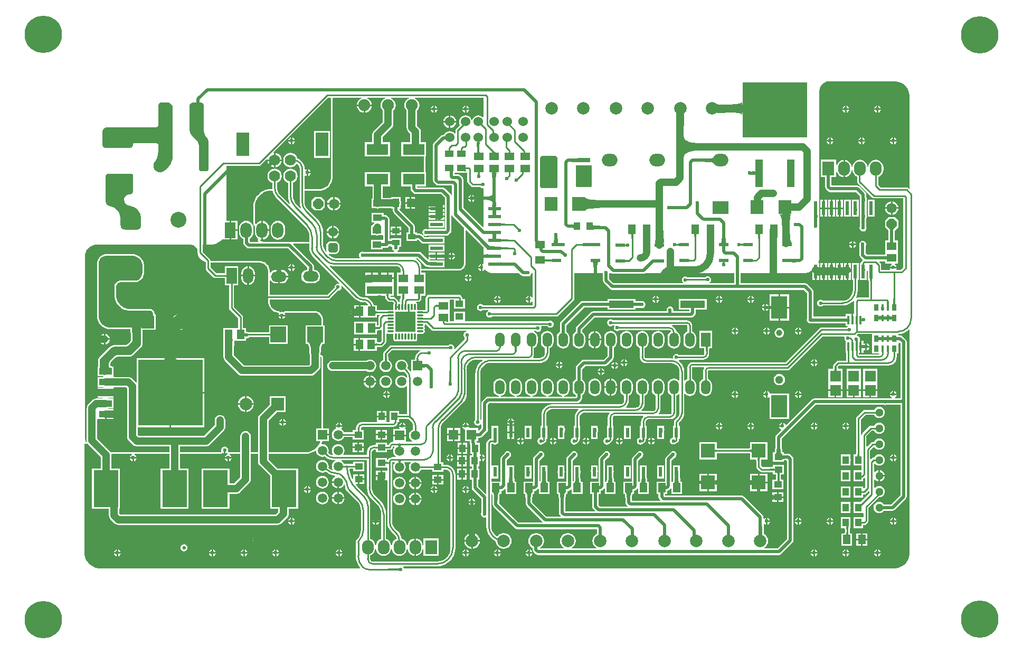
<source format=gtl>
G04*
G04 #@! TF.GenerationSoftware,Altium Limited,Altium Designer,20.2.6 (244)*
G04*
G04 Layer_Physical_Order=1*
G04 Layer_Color=255*
%FSLAX43Y43*%
%MOMM*%
G71*
G04*
G04 #@! TF.SameCoordinates,50BE3A92-8E6F-42E2-A157-1F0C76B00AEB*
G04*
G04*
G04 #@! TF.FilePolarity,Positive*
G04*
G01*
G75*
%ADD11C,0.254*%
%ADD17C,0.203*%
%ADD24C,0.508*%
%ADD28R,1.200X0.850*%
%ADD29R,1.000X1.397*%
%ADD30R,1.397X1.000*%
%ADD31R,2.000X0.600*%
%ADD32R,1.270X1.016*%
%ADD33R,1.200X1.500*%
%ADD34R,10.400X8.900*%
%ADD35R,1.250X4.400*%
%ADD36R,3.500X1.800*%
%ADD37R,1.500X1.300*%
%ADD38R,1.500X1.200*%
%ADD39R,1.600X0.550*%
%ADD40R,2.032X2.286*%
%ADD41R,1.300X1.500*%
%ADD42R,1.016X1.270*%
G04:AMPARAMS|DCode=43|XSize=1.01mm|YSize=0.27mm|CornerRadius=0.068mm|HoleSize=0mm|Usage=FLASHONLY|Rotation=270.000|XOffset=0mm|YOffset=0mm|HoleType=Round|Shape=RoundedRectangle|*
%AMROUNDEDRECTD43*
21,1,1.010,0.135,0,0,270.0*
21,1,0.875,0.270,0,0,270.0*
1,1,0.135,-0.068,-0.438*
1,1,0.135,-0.068,0.438*
1,1,0.135,0.068,0.438*
1,1,0.135,0.068,-0.438*
%
%ADD43ROUNDEDRECTD43*%
G04:AMPARAMS|DCode=44|XSize=1.01mm|YSize=0.27mm|CornerRadius=0.068mm|HoleSize=0mm|Usage=FLASHONLY|Rotation=0.000|XOffset=0mm|YOffset=0mm|HoleType=Round|Shape=RoundedRectangle|*
%AMROUNDEDRECTD44*
21,1,1.010,0.135,0,0,0.0*
21,1,0.875,0.270,0,0,0.0*
1,1,0.135,0.438,-0.068*
1,1,0.135,-0.438,-0.068*
1,1,0.135,-0.438,0.068*
1,1,0.135,0.438,0.068*
%
%ADD44ROUNDEDRECTD44*%
%ADD45R,4.000X2.500*%
%ADD46R,2.159X0.635*%
%ADD47R,0.550X1.600*%
%ADD48R,2.286X2.286*%
%ADD49R,1.778X1.778*%
%ADD50R,0.450X1.450*%
%ADD51R,0.600X2.200*%
%ADD52R,2.600X3.540*%
%ADD53R,2.600X3.660*%
%ADD54R,2.100X1.050*%
%ADD55R,10.300X10.500*%
%ADD56R,2.500X2.500*%
%ADD57R,1.600X1.600*%
%ADD58R,4.000X1.200*%
%ADD59R,0.800X1.000*%
%ADD60R,0.406X1.000*%
%ADD61R,4.000X6.000*%
%ADD113C,1.500*%
%ADD128C,1.143*%
%ADD129C,0.254*%
%ADD130R,3.250X3.250*%
%ADD131C,1.524*%
G04:AMPARAMS|DCode=132|XSize=1.524mm|YSize=1.524mm|CornerRadius=0.381mm|HoleSize=0mm|Usage=FLASHONLY|Rotation=90.180|XOffset=0mm|YOffset=0mm|HoleType=Round|Shape=RoundedRectangle|*
%AMROUNDEDRECTD132*
21,1,1.524,0.762,0,0,90.2*
21,1,0.762,1.524,0,0,90.2*
1,1,0.762,0.380,0.382*
1,1,0.762,0.382,-0.380*
1,1,0.762,-0.380,-0.382*
1,1,0.762,-0.382,0.380*
%
%ADD132ROUNDEDRECTD132*%
%ADD133O,1.905X2.286*%
%ADD134R,1.905X2.286*%
%ADD135C,1.651*%
%ADD136P,1.787X8X22.5*%
%ADD137R,2.500X2.000*%
%ADD138O,2.500X2.000*%
%ADD139R,1.651X2.500*%
%ADD140O,1.651X2.500*%
%ADD141O,2.500X1.651*%
%ADD142C,1.900*%
%ADD143C,2.540*%
%ADD144O,1.800X2.500*%
%ADD145R,1.800X2.500*%
%ADD146C,2.000*%
%ADD147C,1.300*%
%ADD148R,2.000X2.000*%
%ADD149C,1.778*%
%ADD150R,2.032X3.810*%
%ADD151R,1.500X1.500*%
%ADD152P,1.787X8X112.5*%
%ADD153C,1.000*%
%ADD154C,1.200*%
%ADD155R,1.500X1.500*%
%ADD156O,1.524X2.286*%
%ADD157R,1.524X2.286*%
%ADD158C,6.000*%
%ADD159C,0.600*%
G36*
X23219Y86004D02*
X23294Y86004D01*
X23442Y85975D01*
X23580Y85918D01*
X23705Y85834D01*
X23811Y85728D01*
X23895Y85603D01*
X23952Y85465D01*
X23981Y85317D01*
X23981Y85242D01*
X23981Y85242D01*
X23981Y77647D01*
X23994Y77424D01*
X23947Y76982D01*
X23829Y76552D01*
X23642Y76148D01*
X23392Y75780D01*
X23086Y75457D01*
X22731Y75188D01*
X22337Y74981D01*
X22125Y74911D01*
X22043Y74887D01*
X21874Y74870D01*
X21703Y74884D01*
X21539Y74928D01*
X21384Y75000D01*
X21245Y75099D01*
X21126Y75222D01*
X21031Y75363D01*
X20997Y75441D01*
X20968Y75508D01*
X20927Y75649D01*
X20904Y75793D01*
X20900Y75939D01*
X20908Y76012D01*
X20908Y76082D01*
X20930Y76221D01*
X20972Y76355D01*
X21035Y76480D01*
X21076Y76537D01*
X21076Y76537D01*
X21223Y76762D01*
X21462Y77243D01*
X21624Y77755D01*
X21704Y78285D01*
X21713Y78554D01*
X21713Y78554D01*
X21708Y79281D01*
X21545Y79444D01*
X21313Y79540D01*
X21187Y79553D01*
X17835Y79553D01*
X17790Y79548D01*
X17708Y79514D01*
X17645Y79451D01*
X17610Y79369D01*
X17606Y79324D01*
X17606Y79324D01*
X17606Y79208D01*
X17517Y78993D01*
X17353Y78829D01*
X17138Y78740D01*
X17022Y78740D01*
X13213D01*
X12979Y78837D01*
X12801Y79015D01*
X12704Y79249D01*
Y79375D01*
X12704Y81331D01*
D01*
Y81331D01*
Y81331D01*
X12704Y81403D01*
X12732Y81546D01*
X12788Y81680D01*
X12868Y81800D01*
X12971Y81903D01*
X13092Y81984D01*
X13226Y82039D01*
X13368Y82067D01*
X13440Y82067D01*
X21289Y82067D01*
X21368Y82075D01*
X21515Y82136D01*
X21627Y82248D01*
X21688Y82395D01*
X21689Y82412D01*
X21670Y85570D01*
X21670Y85656D01*
X21735Y85816D01*
X21856Y85938D01*
X22016Y86004D01*
X22102Y86004D01*
X22102Y86004D01*
X23219Y86004D01*
D02*
G37*
G36*
X115333Y85680D02*
X117340Y85661D01*
Y84519D01*
X115333Y84476D01*
Y83947D01*
X115299Y84056D01*
X115196Y84153D01*
X115024Y84238D01*
X114784Y84313D01*
X114475Y84376D01*
X114097Y84427D01*
X113846Y84445D01*
X111233Y84390D01*
Y85790D01*
X111317Y85766D01*
X111518Y85744D01*
X112271Y85708D01*
X113025Y85701D01*
X114475Y85804D01*
X114784Y85867D01*
X115024Y85942D01*
X115196Y86027D01*
X115299Y86124D01*
X115333Y86233D01*
Y85680D01*
D02*
G37*
G36*
X73812Y83770D02*
X73685Y83714D01*
X73516Y83844D01*
X73269Y83946D01*
X73003Y83981D01*
X72738Y83946D01*
X72491Y83844D01*
X72279Y83681D01*
X72116Y83469D01*
X72043Y83294D01*
X71906D01*
X71834Y83469D01*
X71671Y83681D01*
X71458Y83844D01*
X71211Y83946D01*
X70946Y83981D01*
X70681Y83946D01*
X70434Y83844D01*
X70221Y83681D01*
X70059Y83469D01*
X69956Y83222D01*
X69921Y82956D01*
X69956Y82691D01*
X70058Y82446D01*
X69768Y82154D01*
X69423Y81809D01*
X69339Y81683D01*
X69309Y81534D01*
Y81117D01*
X69182Y81074D01*
X69131Y81141D01*
X68918Y81304D01*
X68671Y81406D01*
X68406Y81441D01*
X68141Y81406D01*
X67894Y81304D01*
X67681Y81141D01*
X67519Y80929D01*
X67486Y80849D01*
X67352D01*
X67154Y80810D01*
X66986Y80698D01*
X66986Y80698D01*
X65877Y79589D01*
X65765Y79421D01*
X65725Y79223D01*
Y74950D01*
Y73551D01*
X65765Y73353D01*
X65877Y73185D01*
X66175Y72887D01*
X66175Y72887D01*
X66343Y72775D01*
X66541Y72736D01*
X68786D01*
Y71889D01*
Y71169D01*
X68659Y71157D01*
X68652Y71191D01*
X68540Y71359D01*
X67625Y72274D01*
X67457Y72386D01*
X67259Y72425D01*
X63154D01*
Y72595D01*
X64640D01*
Y74903D01*
X64521D01*
Y77395D01*
X64640D01*
Y79703D01*
X63748D01*
Y81407D01*
X63720Y81622D01*
X63637Y81823D01*
X63505Y81996D01*
X63168Y82332D01*
Y84719D01*
X63194Y84739D01*
X63387Y84991D01*
X63508Y85284D01*
X63550Y85598D01*
X63508Y85912D01*
X63387Y86205D01*
X63194Y86457D01*
X62943Y86650D01*
X62771Y86721D01*
X62796Y86848D01*
X73812D01*
Y83770D01*
D02*
G37*
G36*
X78931Y81675D02*
X78752Y81495D01*
X77963Y82286D01*
X78164Y82443D01*
X78931Y81675D01*
D02*
G37*
G36*
X70616Y82270D02*
X69787Y81444D01*
X69608Y81624D01*
X70400Y82424D01*
X70616Y82270D01*
D02*
G37*
G36*
X70445Y78314D02*
X70177D01*
X70178Y78318D01*
X70180Y78330D01*
X70182Y78379D01*
X70184Y78718D01*
X70438D01*
X70445Y78314D01*
D02*
G37*
G36*
X68483Y78703D02*
X68508Y78319D01*
X68514Y78314D01*
X68196D01*
X68202Y78319D01*
X68208Y78333D01*
X68212Y78357D01*
X68217Y78391D01*
X68223Y78487D01*
X68228Y78795D01*
X68482D01*
X68483Y78703D01*
D02*
G37*
G36*
X75200Y78524D02*
X75673Y78113D01*
X75740Y78069D01*
X75798Y78038D01*
X75847Y78019D01*
X75887Y78012D01*
X75168D01*
X75198Y78018D01*
X75213Y78034D01*
X75213Y78061D01*
X75199Y78099D01*
X75170Y78148D01*
X75127Y78207D01*
X75069Y78278D01*
X74910Y78451D01*
X74809Y78554D01*
X75079Y78644D01*
X75200Y78524D01*
D02*
G37*
G36*
X73239Y79669D02*
X73216Y79594D01*
X73196Y79475D01*
X73179Y79312D01*
X73142Y78562D01*
X73142Y78491D01*
X73162Y78204D01*
X73176Y78135D01*
X73193Y78081D01*
X73212Y78043D01*
X73233Y78020D01*
X73257Y78012D01*
X73137D01*
X73130Y77419D01*
X72876D01*
X72875Y77844D01*
X72865Y78012D01*
X72749D01*
X72774Y78020D01*
X72795Y78043D01*
X72814Y78081D01*
X72831Y78135D01*
X72845Y78204D01*
X72851Y78251D01*
X72768Y79669D01*
X72743Y79700D01*
X73264D01*
X73239Y79669D01*
D02*
G37*
G36*
X61900Y86721D02*
X61728Y86650D01*
X61477Y86457D01*
X61284Y86205D01*
X61162Y85912D01*
X61121Y85598D01*
X61162Y85284D01*
X61284Y84991D01*
X61477Y84739D01*
X61503Y84719D01*
Y81987D01*
X61517Y81880D01*
X61531Y81772D01*
X61614Y81571D01*
X61747Y81399D01*
X62083Y81062D01*
Y79703D01*
X60632D01*
Y77395D01*
X64262D01*
Y74903D01*
X60632D01*
Y72595D01*
X62118D01*
Y72205D01*
X62158Y72007D01*
X62270Y71839D01*
X62568Y71541D01*
X62568Y71541D01*
X62736Y71429D01*
X62934Y71389D01*
X67045D01*
X67656Y70778D01*
Y65745D01*
X67521D01*
Y65781D01*
X65013D01*
Y65745D01*
X64814D01*
X64808Y65749D01*
X64592Y65792D01*
X64376Y65749D01*
X64193Y65627D01*
X64070Y65443D01*
X64027Y65227D01*
X64070Y65011D01*
X64144Y64901D01*
X64174Y64855D01*
X64076Y64774D01*
X63968Y64882D01*
X63800Y64995D01*
X63602Y65034D01*
X63140D01*
Y65195D01*
X62804D01*
Y66187D01*
X62765Y66385D01*
X62652Y66553D01*
X60334Y68872D01*
X60368Y68999D01*
X60546D01*
Y69615D01*
X60596Y69736D01*
X60624Y69952D01*
X60596Y70167D01*
X60546Y70288D01*
Y70904D01*
X59038D01*
Y70759D01*
X57678D01*
Y72595D01*
X58824D01*
Y74903D01*
X54816D01*
Y72595D01*
X56013D01*
Y70655D01*
X55893D01*
Y69147D01*
X56508D01*
X56630Y69097D01*
X56737Y69082D01*
X56845Y69068D01*
X57038Y69094D01*
X59038D01*
Y68999D01*
X59274D01*
Y68682D01*
X59313Y68483D01*
X59425Y68315D01*
X61768Y65972D01*
Y65195D01*
X61432D01*
Y63837D01*
X63140D01*
Y63998D01*
X63387D01*
X63794Y63591D01*
X63962Y63479D01*
X64160Y63439D01*
X65013D01*
Y63403D01*
X67521D01*
Y64511D01*
X65013D01*
Y64475D01*
X64375D01*
X64139Y64711D01*
X64220Y64809D01*
X64266Y64779D01*
X64376Y64705D01*
X64592Y64662D01*
X64808Y64705D01*
X64814Y64709D01*
X65013D01*
Y64673D01*
X67521D01*
Y64709D01*
X67876D01*
X68074Y64749D01*
X68242Y64861D01*
X68540Y65159D01*
X68540Y65159D01*
X68652Y65327D01*
X68692Y65525D01*
Y67949D01*
X68819Y67961D01*
X68838Y67863D01*
X68950Y67695D01*
X70663Y65982D01*
Y65558D01*
Y60198D01*
Y60118D01*
X70632Y59961D01*
X70570Y59813D01*
X70556Y59792D01*
X70556Y59792D01*
X70481Y59680D01*
X70386Y59585D01*
X70386Y59585D01*
X70368Y59567D01*
X70256Y59492D01*
X70256Y59492D01*
X70235Y59478D01*
X70087Y59416D01*
X69930Y59385D01*
X63860D01*
Y59617D01*
X63865D01*
X63815Y60001D01*
X63666Y60358D01*
X63431Y60665D01*
X63124Y60901D01*
X63005Y60950D01*
X63031Y61077D01*
X63235D01*
X64485Y59827D01*
X64653Y59715D01*
X64851Y59675D01*
X65013D01*
Y59593D01*
X67521D01*
Y60701D01*
X66271D01*
X66221Y60711D01*
X65168D01*
X65151Y60736D01*
X65219Y60863D01*
X66140D01*
Y61290D01*
X65013D01*
X65013Y60957D01*
Y60949D01*
D01*
X65013Y60944D01*
X64997Y60937D01*
X64886Y60891D01*
X63815Y61961D01*
X63647Y62074D01*
X63449Y62113D01*
X60031D01*
X59993Y62240D01*
X60140Y62339D01*
X60263Y62522D01*
X60306Y62738D01*
X60294Y62799D01*
X60374Y62897D01*
X60646D01*
Y64255D01*
X58938D01*
Y64094D01*
X58735D01*
Y67317D01*
X58695Y67515D01*
X58583Y67684D01*
X58374Y67892D01*
X58206Y68004D01*
X58008Y68044D01*
X57798D01*
Y68369D01*
X55893D01*
Y66861D01*
X56266D01*
X56310Y66734D01*
X56206Y66654D01*
X56073Y66482D01*
X56003Y66311D01*
X55791D01*
Y64803D01*
X56407D01*
X56528Y64753D01*
X56744Y64725D01*
X56959Y64753D01*
X57080Y64803D01*
X57696D01*
X57699Y64678D01*
Y64151D01*
X57696Y64025D01*
X55791D01*
Y62517D01*
X57696D01*
Y62753D01*
X58217D01*
X58415Y62793D01*
X58583Y62905D01*
X58736Y63058D01*
X58938D01*
Y62897D01*
X59108D01*
X59188Y62799D01*
X59176Y62738D01*
X59219Y62522D01*
X59341Y62339D01*
X59489Y62240D01*
X59450Y62113D01*
X54629D01*
X54623Y62117D01*
X54407Y62160D01*
X54191Y62117D01*
X54007Y61994D01*
X53885Y61811D01*
X53842Y61595D01*
X53885Y61379D01*
X53990Y61221D01*
X53948Y61094D01*
X50193D01*
X50170Y61090D01*
X49814Y61137D01*
X49461Y61283D01*
X49175Y61502D01*
X49163Y61521D01*
X49005Y61679D01*
X49068Y61795D01*
X49279Y61754D01*
X50041Y61756D01*
X50289Y61806D01*
X50498Y61947D01*
X50638Y62158D01*
X50687Y62406D01*
X50684Y63168D01*
X50634Y63415D01*
X50493Y63625D01*
X50283Y63765D01*
X50035Y63813D01*
X49273Y63811D01*
X49025Y63761D01*
X48816Y63620D01*
X48676Y63409D01*
X48627Y63161D01*
X48630Y62399D01*
X48671Y62197D01*
X48552Y62141D01*
X48393Y62335D01*
X48225Y62650D01*
X48121Y62992D01*
X48087Y63336D01*
X48090Y63348D01*
Y65242D01*
X48091D01*
X48055Y65700D01*
X47948Y66147D01*
X47772Y66572D01*
X47532Y66964D01*
X47233Y67314D01*
X47232Y67313D01*
X45626Y68918D01*
X45626Y68919D01*
X45626Y68919D01*
X45617Y68925D01*
X45408Y69180D01*
X45247Y69480D01*
X45148Y69807D01*
X45116Y70135D01*
X45118Y70146D01*
Y71907D01*
X47447D01*
X47661Y71918D01*
X48081Y72001D01*
X48477Y72165D01*
X48833Y72403D01*
X49136Y72706D01*
X49374Y73062D01*
X49538Y73458D01*
X49621Y73878D01*
X49632Y74092D01*
Y86462D01*
Y86669D01*
X49667Y86848D01*
X54255D01*
X54280Y86721D01*
X54108Y86650D01*
X53857Y86457D01*
X53664Y86205D01*
X53542Y85912D01*
X53518Y85725D01*
X54715D01*
X55913D01*
X55888Y85912D01*
X55767Y86205D01*
X55574Y86457D01*
X55323Y86650D01*
X55151Y86721D01*
X55176Y86848D01*
X58065D01*
X58090Y86721D01*
X57918Y86650D01*
X57667Y86457D01*
X57474Y86205D01*
X57352Y85912D01*
X57311Y85598D01*
X57352Y85284D01*
X57474Y84991D01*
X57667Y84739D01*
X57693Y84719D01*
Y82950D01*
X56231Y81488D01*
X56099Y81315D01*
X56016Y81115D01*
X56001Y81007D01*
X55987Y80899D01*
Y79703D01*
X54816D01*
Y77395D01*
X58824D01*
Y79703D01*
X57652D01*
Y80554D01*
X59114Y82016D01*
X59247Y82188D01*
X59330Y82389D01*
X59344Y82497D01*
X59358Y82605D01*
Y84719D01*
X59384Y84739D01*
X59577Y84991D01*
X59698Y85284D01*
X59740Y85598D01*
X59698Y85912D01*
X59577Y86205D01*
X59384Y86457D01*
X59133Y86650D01*
X58961Y86721D01*
X58986Y86848D01*
X61875D01*
X61900Y86721D01*
D02*
G37*
G36*
X105977Y84247D02*
X105969Y84189D01*
X105962Y84026D01*
X105943Y80590D01*
X105963Y80441D01*
X106049Y80246D01*
X106192Y80075D01*
X106392Y79926D01*
X106649Y79800D01*
X106963Y79698D01*
X107335Y79618D01*
X108249Y79526D01*
X108792Y79515D01*
Y78372D01*
X108249Y78360D01*
X107763Y78326D01*
X107335Y78269D01*
X106963Y78189D01*
X106649Y78086D01*
X106392Y77960D01*
X106192Y77812D01*
X106049Y77640D01*
X105963Y77446D01*
X105935Y77229D01*
X104792Y78943D01*
X104779Y84339D01*
X105977Y84247D01*
D02*
G37*
G36*
X88869Y76470D02*
X88854Y76481D01*
X88808Y76492D01*
X88732Y76501D01*
X88488Y76515D01*
X87347Y76530D01*
Y77038D01*
X88869Y77099D01*
Y76470D01*
D02*
G37*
G36*
X110708Y76278D02*
X110692Y76326D01*
X110643Y76369D01*
X110561Y76406D01*
X110447Y76439D01*
X110300Y76467D01*
X110121Y76490D01*
X109664Y76520D01*
X109076Y76530D01*
Y77038D01*
X109386Y77041D01*
X110300Y77101D01*
X110447Y77129D01*
X110561Y77162D01*
X110643Y77200D01*
X110692Y77243D01*
X110708Y77291D01*
Y76278D01*
D02*
G37*
G36*
X91160Y75952D02*
X91196Y75916D01*
X91215Y75870D01*
Y75844D01*
Y72720D01*
Y72680D01*
X91184Y72605D01*
X91127Y72548D01*
X91052Y72517D01*
X88808D01*
X88724Y72552D01*
X88659Y72616D01*
X88624Y72700D01*
Y72746D01*
Y75870D01*
Y75890D01*
X88640Y75927D01*
X88668Y75956D01*
X88706Y75971D01*
X88726Y75971D01*
Y75971D01*
X91113D01*
X91160Y75952D01*
D02*
G37*
G36*
X71008Y75673D02*
X71021Y75670D01*
X71042Y75668D01*
X71157Y75663D01*
X71430Y75661D01*
Y75407D01*
X71003Y75393D01*
Y75675D01*
X71008Y75673D01*
D02*
G37*
G36*
X27837Y86024D02*
X28457Y86024D01*
X28561Y86024D01*
X28753Y85945D01*
X28900Y85798D01*
X28980Y85606D01*
X28980Y85502D01*
X28980Y85502D01*
X28980Y81570D01*
X28985Y81445D01*
X29030Y81198D01*
X29117Y80963D01*
X29244Y80747D01*
X29322Y80649D01*
X29410Y80561D01*
X29548Y80355D01*
X29643Y80126D01*
X29691Y79883D01*
X29691Y79759D01*
X29691Y79759D01*
Y75382D01*
X29691Y75321D01*
X29644Y75209D01*
X29559Y75123D01*
X29447Y75077D01*
X29386Y75077D01*
X28472D01*
X28416Y75077D01*
X28313Y75119D01*
X28235Y75198D01*
X28192Y75301D01*
X28192Y75356D01*
Y75356D01*
X28192Y79084D01*
X28187Y79203D01*
X28142Y79435D01*
X28054Y79656D01*
X27926Y79855D01*
X27848Y79945D01*
X27848Y79945D01*
X27120Y80710D01*
X27018Y80817D01*
X26859Y81065D01*
X26749Y81339D01*
X26694Y81629D01*
X26694Y81777D01*
Y81777D01*
X26694Y85491D01*
X26694Y85602D01*
X26779Y85807D01*
X26936Y85965D01*
X27141Y86050D01*
X27252D01*
X27252Y86050D01*
X27837Y86024D01*
D02*
G37*
G36*
X71240Y73381D02*
X71269Y73232D01*
X71353Y73106D01*
X71850Y72609D01*
X71976Y72525D01*
X72125Y72495D01*
X72436D01*
X73239Y72489D01*
X73327Y72485D01*
X73327Y72484D01*
X73510Y72362D01*
X73727Y72319D01*
X73812Y72248D01*
Y66126D01*
X73695Y66077D01*
X70584Y69188D01*
Y73718D01*
X70544Y73916D01*
X70432Y74084D01*
X70432Y74084D01*
X70135Y74382D01*
X69967Y74494D01*
X69768Y74534D01*
X69200D01*
Y74734D01*
X69308Y74780D01*
X69359D01*
Y74780D01*
X70845D01*
X70883Y74772D01*
X70920Y74780D01*
X71240D01*
Y73381D01*
D02*
G37*
G36*
X117368Y74441D02*
X117359Y74449D01*
X117332Y74456D01*
X117288Y74462D01*
X117226Y74468D01*
X116799Y74481D01*
X116478Y74483D01*
Y74991D01*
X117368Y75032D01*
Y74441D01*
D02*
G37*
G36*
X78172Y74820D02*
X78166Y74805D01*
X78161Y74780D01*
X78156Y74746D01*
X78149Y74647D01*
X78143Y74331D01*
X77889D01*
X77888Y74425D01*
X77865Y74805D01*
X77859Y74820D01*
X77852Y74825D01*
X78179D01*
X78172Y74820D01*
D02*
G37*
G36*
X49384Y86750D02*
X49378Y86720D01*
Y86694D01*
X49373Y86669D01*
Y86462D01*
Y74098D01*
X49363Y73909D01*
X49289Y73533D01*
X49144Y73185D01*
X48935Y72871D01*
X48668Y72604D01*
X48354Y72395D01*
X48006Y72250D01*
X47630Y72176D01*
X47441Y72166D01*
X45118D01*
Y74312D01*
X45245Y74380D01*
X45355Y74307D01*
X45444Y74289D01*
Y74828D01*
Y75368D01*
X45355Y75350D01*
X45268Y75292D01*
X45148Y75343D01*
X45119Y75438D01*
X45119D01*
X45094Y75688D01*
X45095Y75690D01*
X45094Y75695D01*
X45087Y75761D01*
X45085Y75782D01*
X44985Y76112D01*
X44822Y76416D01*
X44603Y76683D01*
X44336Y76902D01*
X44032Y77065D01*
X43970Y77084D01*
X43967Y77108D01*
X43852Y77386D01*
X43669Y77625D01*
X43430Y77808D01*
X43152Y77923D01*
X42854Y77962D01*
X42555Y77923D01*
X42277Y77808D01*
X42038Y77625D01*
X41855Y77386D01*
X41740Y77108D01*
X41701Y76810D01*
X41740Y76511D01*
X41855Y76233D01*
X42038Y75994D01*
X42277Y75811D01*
X42555Y75696D01*
X42854Y75657D01*
X43152Y75696D01*
X43430Y75811D01*
X43669Y75994D01*
X43803Y76169D01*
X43966Y76204D01*
X44055Y76135D01*
X44212Y75931D01*
X44311Y75693D01*
X44343Y75448D01*
X44341Y75438D01*
Y70146D01*
X44336D01*
X44385Y69655D01*
X44528Y69182D01*
X44533Y69174D01*
X44431Y69098D01*
X43872Y69656D01*
X43858Y69666D01*
X43600Y69979D01*
X43401Y70352D01*
X43278Y70757D01*
X43239Y71160D01*
X43242Y71178D01*
Y73193D01*
X43430Y73271D01*
X43669Y73454D01*
X43852Y73693D01*
X43967Y73971D01*
X44007Y74270D01*
X43967Y74568D01*
X43852Y74846D01*
X43669Y75085D01*
X43430Y75268D01*
X43152Y75383D01*
X42854Y75422D01*
X42555Y75383D01*
X42277Y75268D01*
X42038Y75085D01*
X41855Y74846D01*
X41740Y74568D01*
X41701Y74270D01*
X41740Y73971D01*
X41855Y73693D01*
X42038Y73454D01*
X42277Y73271D01*
X42465Y73193D01*
Y71178D01*
X42464D01*
X42500Y70719D01*
X42607Y70272D01*
X42783Y69847D01*
X42786Y69843D01*
X42685Y69764D01*
X41229Y71220D01*
X41219Y71227D01*
X41002Y71491D01*
X40836Y71802D01*
X40733Y72140D01*
X40700Y72480D01*
X40702Y72492D01*
Y73193D01*
X40890Y73271D01*
X41129Y73454D01*
X41312Y73693D01*
X41427Y73971D01*
X41466Y74270D01*
X41427Y74568D01*
X41312Y74846D01*
X41129Y75085D01*
X40890Y75268D01*
X40612Y75383D01*
X40314Y75422D01*
X40015Y75383D01*
X39737Y75268D01*
X39498Y75085D01*
X39315Y74846D01*
X39200Y74568D01*
X39161Y74270D01*
X39200Y73971D01*
X39315Y73693D01*
X39498Y73454D01*
X39737Y73271D01*
X39925Y73193D01*
Y72492D01*
X39920D01*
X39943Y72260D01*
X39858Y72166D01*
X39475D01*
X39450Y72161D01*
X39425D01*
X38934Y72064D01*
X38911Y72054D01*
X38886Y72049D01*
X38423Y71858D01*
X38402Y71843D01*
X38379Y71834D01*
X37963Y71556D01*
X37945Y71538D01*
X37923Y71523D01*
X37570Y71170D01*
X37555Y71148D01*
X37537Y71130D01*
X37259Y70714D01*
X37250Y70691D01*
X37235Y70670D01*
X37044Y70207D01*
X37039Y70182D01*
X37029Y70159D01*
X36932Y69668D01*
Y69643D01*
X36927Y69618D01*
Y69367D01*
Y66559D01*
X36932Y66531D01*
X36933Y66502D01*
X36942Y66482D01*
X36946Y66460D01*
X36962Y66436D01*
X36974Y66409D01*
X36990Y66394D01*
X37002Y66376D01*
X37027Y66360D01*
X37048Y66340D01*
X37068Y66332D01*
X37086Y66320D01*
X37179Y66234D01*
X37139Y65933D01*
Y65233D01*
X37179Y64932D01*
X37295Y64651D01*
X37480Y64410D01*
X37620Y64302D01*
X37637Y64276D01*
X37654Y64198D01*
X37651Y64141D01*
X37640Y64104D01*
X37626Y64068D01*
X37626Y64056D01*
X37623Y64045D01*
X37627Y64006D01*
X37627Y63966D01*
X37634Y63934D01*
X37654Y63890D01*
X37672Y63845D01*
X37674Y63844D01*
X37675Y63842D01*
X37676Y63840D01*
X37634Y63723D01*
X37625Y63713D01*
X36359D01*
X36307Y63765D01*
Y64209D01*
X36345Y64225D01*
X36586Y64410D01*
X36771Y64651D01*
X36888Y64932D01*
X36927Y65233D01*
Y65933D01*
X36888Y66234D01*
X36771Y66515D01*
X36586Y66756D01*
X36345Y66941D01*
X36064Y67057D01*
X35763Y67097D01*
X35462Y67057D01*
X35181Y66941D01*
X34940Y66756D01*
X34755Y66515D01*
X34639Y66234D01*
X34599Y65933D01*
Y65233D01*
X34639Y64932D01*
X34755Y64651D01*
X34940Y64410D01*
X35181Y64225D01*
X35271Y64188D01*
Y63551D01*
X35310Y63353D01*
X35422Y63185D01*
X35778Y62829D01*
X35946Y62717D01*
X36144Y62677D01*
X42462D01*
X45583Y59556D01*
Y59240D01*
X45395Y59216D01*
X45132Y59107D01*
X44907Y58934D01*
X44734Y58708D01*
X44625Y58446D01*
X44588Y58164D01*
X44625Y57882D01*
X44734Y57620D01*
X44907Y57394D01*
X45132Y57221D01*
X45395Y57112D01*
X45677Y57075D01*
X46526D01*
X46807Y57112D01*
X47070Y57221D01*
X47295Y57394D01*
X47469Y57620D01*
X47577Y57882D01*
X47614Y58164D01*
X47577Y58446D01*
X47469Y58708D01*
X47295Y58934D01*
X47070Y59107D01*
X46807Y59216D01*
X46619Y59240D01*
Y59771D01*
X46580Y59969D01*
X46467Y60137D01*
X43303Y63301D01*
X43352Y63419D01*
X45890D01*
Y62714D01*
X45889D01*
X45925Y62350D01*
X46031Y62000D01*
X46203Y61678D01*
X46357Y61491D01*
X46434Y61396D01*
X46435Y61395D01*
X46436Y61397D01*
X50718Y57114D01*
X50656Y56997D01*
X50495Y57029D01*
X50279Y56986D01*
X50096Y56864D01*
X49973Y56680D01*
X49930Y56464D01*
X49933Y56451D01*
X48734Y55252D01*
X39553D01*
Y57491D01*
X39680Y57534D01*
X39805Y57371D01*
X40031Y57198D01*
X40293Y57089D01*
X40575Y57052D01*
X40872D01*
Y58141D01*
Y58958D01*
X40514D01*
X40558Y58973D01*
X40598Y59017D01*
X40632Y59090D01*
X40662Y59192D01*
X40669Y59229D01*
X40575D01*
X40293Y59192D01*
X40031Y59084D01*
X39805Y58911D01*
X39680Y58747D01*
X39553Y58790D01*
Y59096D01*
X39548Y59121D01*
Y59147D01*
X39492Y59426D01*
X39482Y59450D01*
X39477Y59475D01*
X39368Y59738D01*
X39354Y59760D01*
X39344Y59783D01*
X39186Y60020D01*
X39168Y60038D01*
X39154Y60059D01*
X38952Y60261D01*
X38931Y60275D01*
X38913Y60293D01*
X38676Y60452D01*
X38652Y60462D01*
X38631Y60476D01*
X38367Y60585D01*
X38342Y60590D01*
X38319Y60600D01*
X38039Y60655D01*
X38014D01*
X37989Y60660D01*
X30030D01*
Y60699D01*
X30001Y60848D01*
X29916Y60974D01*
X28764Y62126D01*
Y63271D01*
X30074D01*
X30323Y63284D01*
X30811Y63381D01*
X31271Y63571D01*
X31685Y63848D01*
X31942Y64105D01*
X32069Y64079D01*
Y64079D01*
X32069Y64079D01*
X33096D01*
Y65583D01*
Y67087D01*
X32614D01*
Y75888D01*
X37805D01*
X37953Y75917D01*
X38079Y76002D01*
X39055Y76977D01*
X39137Y76937D01*
X40187D01*
Y77987D01*
X40146Y78069D01*
X48926Y86848D01*
X49303D01*
X49384Y86750D01*
D02*
G37*
G36*
X73240Y74818D02*
X73228Y74800D01*
X73217Y74770D01*
X73207Y74728D01*
X73199Y74674D01*
X73188Y74530D01*
X73181Y74223D01*
X72927D01*
X72927Y74337D01*
X72901Y74728D01*
X72892Y74770D01*
X72881Y74800D01*
X72868Y74818D01*
X72855Y74825D01*
X73254D01*
X73240Y74818D01*
D02*
G37*
G36*
X68958Y75032D02*
X68953Y75006D01*
X68949Y74964D01*
X68940Y74735D01*
X68936Y74193D01*
X68428D01*
X68400Y75040D01*
X68963D01*
X68958Y75032D01*
D02*
G37*
G36*
X75995Y74809D02*
X75952Y74763D01*
X75913Y74687D01*
X75880Y74580D01*
X75852Y74443D01*
X75830Y74275D01*
X75799Y73847D01*
X75789Y73297D01*
X75281D01*
X75278Y73588D01*
X75217Y74443D01*
X75190Y74580D01*
X75157Y74687D01*
X75118Y74763D01*
X75075Y74809D01*
X75027Y74825D01*
X76043D01*
X75995Y74809D01*
D02*
G37*
G36*
X73468Y72732D02*
X73452Y72737D01*
X73409Y72741D01*
X73246Y72748D01*
X72125Y72757D01*
Y73011D01*
X73468Y73036D01*
Y72732D01*
D02*
G37*
G36*
X85532Y77427D02*
X85610Y77349D01*
X85653Y77246D01*
Y77191D01*
Y72542D01*
Y72507D01*
X85626Y72442D01*
X85576Y72392D01*
X85510Y72365D01*
X83154D01*
X83042Y72411D01*
X82956Y72497D01*
X82909Y72609D01*
Y72669D01*
Y77216D01*
Y77267D01*
X82948Y77360D01*
X83020Y77431D01*
X83113Y77470D01*
X85429D01*
X85532Y77427D01*
D02*
G37*
G36*
X140390Y89361D02*
X140852Y89170D01*
X141268Y88892D01*
X141622Y88538D01*
X141900Y88122D01*
X142092Y87660D01*
X142189Y87169D01*
Y86919D01*
Y72249D01*
X142072Y72201D01*
X141963Y72309D01*
X141837Y72393D01*
X141689Y72423D01*
X137503D01*
X137120Y72805D01*
Y74117D01*
X137366Y74219D01*
X137618Y74412D01*
X137811Y74664D01*
X137933Y74958D01*
X137974Y75273D01*
Y75654D01*
X137933Y75969D01*
X137811Y76262D01*
X137618Y76514D01*
X137366Y76708D01*
X137072Y76829D01*
X136757Y76871D01*
X136442Y76829D01*
X136149Y76708D01*
X135897Y76514D01*
X135704Y76262D01*
X135582Y75969D01*
X135551Y75737D01*
X135423D01*
X135393Y75969D01*
X135271Y76262D01*
X135078Y76514D01*
X134826Y76708D01*
X134532Y76829D01*
X134217Y76871D01*
X133902Y76829D01*
X133609Y76708D01*
X133357Y76514D01*
X133164Y76262D01*
X133042Y75969D01*
X133011Y75737D01*
X132883D01*
X132853Y75969D01*
X132731Y76262D01*
X132538Y76514D01*
X132286Y76708D01*
X131992Y76829D01*
X131804Y76854D01*
Y75463D01*
Y74073D01*
X131992Y74097D01*
X132286Y74219D01*
X132538Y74412D01*
X132731Y74664D01*
X132853Y74958D01*
X132883Y75190D01*
X133011D01*
X133042Y74958D01*
X133164Y74664D01*
X133357Y74412D01*
X133609Y74219D01*
X133753Y74159D01*
Y73381D01*
X133782Y73232D01*
X133867Y73106D01*
X136178Y70795D01*
X136304Y70710D01*
X136453Y70681D01*
X141144D01*
Y59597D01*
X140762Y59215D01*
X140103D01*
X140043Y59327D01*
X140073Y59372D01*
X140091Y59461D01*
X139012D01*
X139030Y59372D01*
X139060Y59327D01*
X139000Y59215D01*
X137603D01*
Y60009D01*
X137574Y60158D01*
X137489Y60284D01*
X137296Y60477D01*
X137344Y60594D01*
X138293D01*
Y60208D01*
X139254D01*
X139292Y60081D01*
X139152Y59988D01*
X139030Y59805D01*
X139012Y59715D01*
X140091D01*
X140073Y59805D01*
X139951Y59988D01*
X139811Y60081D01*
X139849Y60208D01*
X140301D01*
Y61981D01*
X140301Y62016D01*
Y62108D01*
X140301Y62143D01*
Y63916D01*
X139815D01*
Y65494D01*
X139837D01*
X140377Y66034D01*
Y67113D01*
X139837Y67653D01*
X138758D01*
X138218Y67113D01*
Y66034D01*
X138758Y65494D01*
X138779D01*
Y63916D01*
X138293D01*
Y62143D01*
X138293Y62108D01*
Y62016D01*
X138293Y61981D01*
Y61630D01*
X135346D01*
X135167Y61810D01*
Y63100D01*
X135171Y63106D01*
X135214Y63322D01*
X135171Y63538D01*
X135049Y63722D01*
X134865Y63844D01*
X134649Y63887D01*
X134433Y63844D01*
X134250Y63722D01*
X134127Y63538D01*
X134084Y63322D01*
X134127Y63106D01*
X134131Y63100D01*
Y61595D01*
X134171Y61397D01*
X134283Y61229D01*
X134630Y60882D01*
X134617Y60756D01*
X134600Y60744D01*
X134451Y60595D01*
X134367Y60469D01*
X134341Y60342D01*
X134171D01*
Y57634D01*
X135279D01*
Y58959D01*
X135283Y58969D01*
X135298Y58991D01*
X135306Y59029D01*
X135322Y59073D01*
X135441Y59061D01*
Y57634D01*
X135582D01*
X135607Y57282D01*
Y54790D01*
X133831D01*
X133682Y54760D01*
X133675Y54756D01*
X133578Y54844D01*
X133664Y55003D01*
X133802Y55458D01*
X133848Y55931D01*
X133844D01*
Y57634D01*
X134009D01*
Y60342D01*
X132901D01*
Y57634D01*
X133067D01*
Y55931D01*
X133069Y55922D01*
X133038Y55610D01*
X132944Y55301D01*
X132792Y55016D01*
X132587Y54767D01*
X132338Y54562D01*
X132053Y54410D01*
X131745Y54316D01*
X131432Y54285D01*
X131423Y54287D01*
X128300D01*
X128292Y54298D01*
X128109Y54421D01*
X127893Y54464D01*
X127677Y54421D01*
X127493Y54298D01*
X127371Y54115D01*
X127328Y53899D01*
X127371Y53683D01*
X127493Y53499D01*
X127677Y53377D01*
X127893Y53334D01*
X128109Y53377D01*
X128292Y53499D01*
X128300Y53510D01*
X131423D01*
Y53506D01*
X131896Y53553D01*
X132351Y53691D01*
X132771Y53915D01*
X133138Y54216D01*
X133138Y54216D01*
X133265Y54171D01*
Y52176D01*
X133130D01*
Y51197D01*
X132876D01*
Y52176D01*
X131874D01*
Y51715D01*
X126760D01*
Y55724D01*
X126720Y55922D01*
X126608Y56090D01*
X125791Y56907D01*
X125623Y57019D01*
X125425Y57058D01*
X115050D01*
Y58699D01*
X125120D01*
X125369Y58712D01*
X125858Y58809D01*
X126318Y58999D01*
X126439Y59081D01*
X126551Y59021D01*
Y57634D01*
X126978D01*
Y58988D01*
X127105D01*
Y59115D01*
X127355D01*
Y59560D01*
X127399Y59562D01*
Y59736D01*
X127422Y59703D01*
X127489Y59673D01*
X127601Y59646D01*
X127659Y59638D01*
Y60342D01*
X127599D01*
X127529Y60448D01*
X127551Y60502D01*
X127648Y60990D01*
X127660Y61239D01*
Y66143D01*
X127670Y66192D01*
X127660Y66242D01*
Y87706D01*
Y87879D01*
X127728Y88217D01*
X127860Y88536D01*
X128052Y88823D01*
X128296Y89068D01*
X128583Y89259D01*
X128902Y89391D01*
X129240Y89459D01*
X139899D01*
X140390Y89361D01*
D02*
G37*
G36*
X40117Y71504D02*
X40355Y71058D01*
X40676Y70668D01*
X40679Y70671D01*
X45260Y66090D01*
X45275Y66080D01*
X45532Y65767D01*
X45731Y65394D01*
X45854Y64990D01*
X45894Y64586D01*
X45890Y64569D01*
Y63678D01*
X42855D01*
X42677Y63713D01*
X38519D01*
X38373Y63742D01*
X38068Y63869D01*
X37971Y63933D01*
X37971Y64000D01*
X38093Y64096D01*
X38176Y64086D01*
Y65583D01*
Y67080D01*
X38002Y67057D01*
X37721Y66941D01*
X37480Y66756D01*
X37357Y66595D01*
X37343Y66583D01*
X37332Y66576D01*
X37313Y66568D01*
X37297Y66570D01*
X37186Y66651D01*
Y69367D01*
Y69618D01*
X37283Y70108D01*
X37475Y70571D01*
X37753Y70987D01*
X38106Y71340D01*
X38106Y71340D01*
X38106Y71340D01*
X38501Y71604D01*
X38501Y71604D01*
X38522Y71618D01*
X38985Y71810D01*
X39475Y71907D01*
X39994D01*
X40117Y71504D01*
D02*
G37*
G36*
X17496Y74561D02*
X17567Y74490D01*
X17606Y74396D01*
Y74346D01*
X17606Y71882D01*
X17606Y71766D01*
X17517Y71551D01*
X17353Y71387D01*
X17138Y71298D01*
X17022Y71298D01*
X17022Y71298D01*
X16937Y71294D01*
X16771Y71261D01*
X16614Y71196D01*
X16473Y71101D01*
X16353Y70981D01*
X16259Y70840D01*
X16195Y70683D01*
X16162Y70517D01*
X16158Y70432D01*
X16158Y70432D01*
X16169Y70344D01*
X16213Y70173D01*
X16286Y70012D01*
X16385Y69867D01*
X16508Y69740D01*
X16651Y69636D01*
X16810Y69558D01*
X16979Y69509D01*
X17067Y69496D01*
X17067Y69496D01*
X17218Y69479D01*
X17511Y69401D01*
X17790Y69280D01*
X18048Y69119D01*
X18279Y68921D01*
X18478Y68692D01*
X18641Y68435D01*
X18763Y68157D01*
X18803Y68010D01*
X18803Y68010D01*
X18823Y67937D01*
X18852Y67789D01*
X18871Y67638D01*
X18878Y67487D01*
X18876Y67412D01*
X18876Y67412D01*
X18876Y66319D01*
X18876Y66254D01*
X18851Y66127D01*
X18801Y66007D01*
X18729Y65898D01*
X18637Y65806D01*
X18528Y65734D01*
X18408Y65684D01*
X18281Y65659D01*
X18216Y65659D01*
X16355D01*
X16193Y65691D01*
X16041Y65754D01*
X15903Y65846D01*
X15787Y65963D01*
X15695Y66100D01*
X15632Y66253D01*
X15599Y66415D01*
Y66497D01*
X15599Y67425D01*
X15591Y67605D01*
X15528Y67958D01*
X15402Y68295D01*
X15218Y68603D01*
X14983Y68875D01*
X14703Y69100D01*
X14388Y69271D01*
X14047Y69384D01*
X13870Y69418D01*
Y69418D01*
X13776Y69431D01*
X13602Y69507D01*
X13454Y69627D01*
X13343Y69781D01*
X13310Y69870D01*
X13310Y69870D01*
X13292Y69920D01*
X13265Y70021D01*
X13246Y70125D01*
X13237Y70229D01*
Y70282D01*
Y70282D01*
X13237Y74244D01*
Y74315D01*
X13291Y74446D01*
X13391Y74546D01*
X13522Y74600D01*
X13593D01*
X13593Y74600D01*
X17352Y74600D01*
X17403D01*
X17496Y74561D01*
D02*
G37*
G36*
X75789Y70688D02*
X75791Y70431D01*
X75838Y69673D01*
X75860Y69551D01*
X75886Y69456D01*
X75915Y69388D01*
X75949Y69348D01*
X75986Y69334D01*
X75084D01*
X75121Y69348D01*
X75155Y69388D01*
X75184Y69456D01*
X75210Y69551D01*
X75232Y69673D01*
X75249Y69822D01*
X75263Y70035D01*
X75230Y70109D01*
X75167Y70185D01*
X75078Y70251D01*
X74963Y70307D01*
X74824Y70353D01*
X74659Y70388D01*
X74252Y70429D01*
X74011Y70434D01*
Y70942D01*
X74252Y70947D01*
X74468Y70963D01*
X74659Y70988D01*
X74824Y71023D01*
X74963Y71069D01*
X75078Y71125D01*
X75167Y71191D01*
X75230Y71267D01*
X75268Y71354D01*
X75281Y71450D01*
X75789Y70688D01*
D02*
G37*
G36*
X90154Y70806D02*
X90257Y70709D01*
X90429Y70624D01*
X90669Y70550D01*
X90977Y70487D01*
X91354Y70436D01*
X92315Y70368D01*
X93549Y70345D01*
Y69202D01*
X92897Y69197D01*
X90977Y69060D01*
X90669Y68998D01*
X90429Y68924D01*
X90257Y68838D01*
X90154Y68742D01*
X90120Y68634D01*
Y70914D01*
X90154Y70806D01*
D02*
G37*
G36*
X75822Y68852D02*
X75828Y68743D01*
X75891D01*
X75878Y68734D01*
X75866Y68704D01*
X75855Y68655D01*
X75846Y68587D01*
X75841Y68519D01*
X75866Y68103D01*
X75878Y68074D01*
X75891Y68064D01*
X75826D01*
X75821Y67767D01*
X75313D01*
X75312Y67953D01*
X75306Y68064D01*
X75242D01*
X75256Y68074D01*
X75268Y68103D01*
X75278Y68152D01*
X75287Y68220D01*
X75292Y68287D01*
X75268Y68704D01*
X75256Y68734D01*
X75242Y68743D01*
X75307D01*
X75313Y69037D01*
X75821D01*
X75822Y68852D01*
D02*
G37*
G36*
X127394Y67966D02*
X127387Y67920D01*
X127380Y67844D01*
X127363Y67235D01*
X127359Y66457D01*
X126851D01*
X126808Y67981D01*
X127402D01*
X127394Y67966D01*
D02*
G37*
G36*
X76568Y66727D02*
X76591Y66705D01*
X76630Y66686D01*
X76683Y66670D01*
X76752Y66656D01*
X76836Y66645D01*
X77050Y66629D01*
X77326Y66624D01*
Y66370D01*
X77180Y66369D01*
X76752Y66338D01*
X76683Y66324D01*
X76630Y66308D01*
X76591Y66289D01*
X76568Y66267D01*
X76561Y66243D01*
Y66751D01*
X76568Y66727D01*
D02*
G37*
G36*
X88275Y65910D02*
X88266Y65920D01*
X88238Y65929D01*
X88191Y65937D01*
X88126Y65944D01*
X87820Y65959D01*
X87347Y65964D01*
Y66472D01*
X87523Y66472D01*
X88266Y66516D01*
X88275Y66526D01*
Y65910D01*
D02*
G37*
G36*
X91326Y66474D02*
X91372Y66431D01*
X91449Y66393D01*
X91555Y66360D01*
X91693Y66332D01*
X91861Y66309D01*
X92288Y66279D01*
X92838Y66269D01*
Y65761D01*
X92548Y65759D01*
X91558Y65698D01*
X91451Y65675D01*
X91375Y65649D01*
X91329Y65619D01*
X91314Y65586D01*
X91311Y66523D01*
X91326Y66474D01*
D02*
G37*
G36*
X118236Y64958D02*
X118214Y64935D01*
X118195Y64897D01*
X118179Y64843D01*
X118165Y64775D01*
X118153Y64690D01*
X118138Y64476D01*
X118133Y64201D01*
X117879D01*
X117878Y64346D01*
X117847Y64775D01*
X117833Y64843D01*
X117817Y64897D01*
X117798Y64935D01*
X117776Y64958D01*
X117752Y64966D01*
X118260D01*
X118236Y64958D01*
D02*
G37*
G36*
X108038D02*
X108016Y64935D01*
X107997Y64897D01*
X107981Y64843D01*
X107967Y64775D01*
X107955Y64690D01*
X107940Y64476D01*
X107935Y64201D01*
X107681D01*
X107680Y64346D01*
X107649Y64775D01*
X107635Y64843D01*
X107619Y64897D01*
X107600Y64935D01*
X107578Y64958D01*
X107554Y64966D01*
X108062D01*
X108038Y64958D01*
D02*
G37*
G36*
X97897D02*
X97875Y64935D01*
X97856Y64897D01*
X97840Y64843D01*
X97826Y64775D01*
X97814Y64690D01*
X97799Y64476D01*
X97794Y64201D01*
X97540D01*
X97539Y64346D01*
X97508Y64775D01*
X97494Y64843D01*
X97478Y64897D01*
X97459Y64935D01*
X97437Y64958D01*
X97413Y64966D01*
X97921D01*
X97897Y64958D01*
D02*
G37*
G36*
X75822Y65042D02*
X75828Y64933D01*
X75891D01*
X75878Y64924D01*
X75866Y64894D01*
X75855Y64845D01*
X75846Y64777D01*
X75841Y64709D01*
X75866Y64293D01*
X75878Y64264D01*
X75891Y64254D01*
X75826D01*
X75825Y64197D01*
X76561Y64155D01*
Y64211D01*
X76568Y64187D01*
X76591Y64165D01*
X76618Y64152D01*
X77819Y64084D01*
Y63830D01*
X76618Y63762D01*
X76591Y63749D01*
X76568Y63727D01*
X76561Y63703D01*
Y63759D01*
X75581Y63704D01*
Y63957D01*
X75313D01*
X75312Y64143D01*
X75306Y64254D01*
X75242D01*
X75256Y64264D01*
X75268Y64293D01*
X75278Y64342D01*
X75287Y64410D01*
X75292Y64477D01*
X75268Y64894D01*
X75256Y64924D01*
X75242Y64933D01*
X75307D01*
X75313Y65227D01*
X75821D01*
X75822Y65042D01*
D02*
G37*
G36*
X36048Y64377D02*
X36047Y64352D01*
X36043Y63551D01*
X35535D01*
X35528Y64370D01*
X36049Y64385D01*
X36048Y64377D01*
D02*
G37*
G36*
X85680Y64598D02*
X85743Y63749D01*
X85766Y63658D01*
X85793Y63593D01*
X85824Y63553D01*
X85858Y63540D01*
X84990D01*
X85024Y63553D01*
X85055Y63593D01*
X85082Y63658D01*
X85105Y63749D01*
X85125Y63867D01*
X85141Y64010D01*
X85163Y64376D01*
X85170Y64846D01*
X85678D01*
X85680Y64598D01*
D02*
G37*
G36*
X123191Y68126D02*
X123138Y68092D01*
X123091Y67989D01*
X123050Y67817D01*
X123014Y67577D01*
X122959Y66891D01*
X122935Y66020D01*
X123055Y64067D01*
X123106Y63827D01*
X123164Y63655D01*
X123231Y63552D01*
X123305Y63518D01*
X121711D01*
X121723Y63552D01*
X121733Y63655D01*
X121750Y64067D01*
X121760Y65429D01*
X121629Y67270D01*
X121566Y67579D01*
X121491Y67820D01*
X121406Y67991D01*
X121309Y68094D01*
X121200Y68129D01*
X123191Y68126D01*
D02*
G37*
G36*
X112592Y64752D02*
X112653Y63897D01*
X112681Y63759D01*
X112714Y63652D01*
X112752Y63576D01*
X112795Y63530D01*
X112844Y63515D01*
X111828D01*
X111876Y63530D01*
X111919Y63576D01*
X111957Y63652D01*
X111990Y63759D01*
X112018Y63897D01*
X112041Y64065D01*
X112071Y64492D01*
X112082Y65042D01*
X112590D01*
X112592Y64752D01*
D02*
G37*
G36*
X102629Y66271D02*
X102809Y63528D01*
X102852Y63493D01*
X101258D01*
X101301Y63528D01*
X101339Y63631D01*
X101373Y63802D01*
X101402Y64042D01*
X101447Y64728D01*
X101483Y66922D01*
X102626D01*
X102629Y66271D01*
D02*
G37*
G36*
X105242Y63376D02*
X106036Y63373D01*
Y63119D01*
X105242Y63108D01*
Y63000D01*
X105234Y63022D01*
X105212Y63043D01*
X105175Y63061D01*
X105123Y63076D01*
X105056Y63089D01*
X104974Y63100D01*
X104917Y63104D01*
X104762Y63102D01*
Y63114D01*
X104499Y63119D01*
Y63373D01*
X104640Y63374D01*
X104762Y63383D01*
Y63390D01*
X104777Y63387D01*
X104800Y63385D01*
X105056Y63403D01*
X105123Y63416D01*
X105175Y63431D01*
X105212Y63449D01*
X105234Y63470D01*
X105242Y63492D01*
Y63376D01*
D02*
G37*
G36*
X115414Y63038D02*
X115408Y63053D01*
X115389Y63067D01*
X115358Y63079D01*
X115314Y63090D01*
X115257Y63099D01*
X115107Y63112D01*
X114906Y63118D01*
X114786Y63119D01*
Y63373D01*
X114906Y63374D01*
X115314Y63402D01*
X115358Y63413D01*
X115389Y63425D01*
X115408Y63439D01*
X115414Y63454D01*
Y63038D01*
D02*
G37*
G36*
X57447Y63530D02*
X57470Y63529D01*
X58217Y63525D01*
Y63017D01*
X57439Y63012D01*
Y63531D01*
X57447Y63530D01*
D02*
G37*
G36*
X90977Y62999D02*
X90968Y63004D01*
X90939Y63008D01*
X90891Y63011D01*
X90363Y63022D01*
X90017Y63023D01*
Y63531D01*
X90977Y63543D01*
Y62999D01*
D02*
G37*
G36*
X76568Y62917D02*
X76591Y62895D01*
X76618Y62882D01*
X77819Y62814D01*
Y62560D01*
X76618Y62492D01*
X76591Y62479D01*
X76568Y62457D01*
X76561Y62433D01*
Y62489D01*
X75581Y62434D01*
Y62941D01*
X76561Y62885D01*
Y62941D01*
X76568Y62917D01*
D02*
G37*
G36*
X73918Y63823D02*
X74668Y63158D01*
X74800Y63065D01*
X74911Y63000D01*
X75000Y62965D01*
X75067Y62958D01*
X75112Y62981D01*
X74570Y62390D01*
X74557Y62414D01*
X74520Y62462D01*
X74369Y62629D01*
X73313Y63706D01*
X73675Y64062D01*
X73918Y63823D01*
D02*
G37*
G36*
X120987Y64936D02*
X120972Y64856D01*
X120959Y64722D01*
X120930Y63999D01*
X120917Y62285D01*
X119774D01*
X119809Y64963D01*
X121003D01*
X120987Y64936D01*
D02*
G37*
G36*
X112600Y62966D02*
X112598Y62942D01*
X112594Y62846D01*
X112590Y62172D01*
X112082D01*
X112068Y62974D01*
X112603D01*
X112600Y62966D01*
D02*
G37*
G36*
X100602Y64935D02*
X100598Y64851D01*
X100581Y62164D01*
X99438D01*
X99413Y64963D01*
X100607D01*
X100602Y64935D01*
D02*
G37*
G36*
X27148Y63228D02*
X27352Y63144D01*
X27535Y63022D01*
X27691Y62866D01*
X27813Y62683D01*
X27897Y62480D01*
X27940Y62264D01*
Y62154D01*
X27948Y61982D01*
X28015Y61645D01*
X28147Y61328D01*
X28338Y61042D01*
X28581Y60799D01*
X28866Y60608D01*
X29184Y60477D01*
X29253Y60463D01*
Y59436D01*
X29283Y59287D01*
X29367Y59161D01*
X30512Y58016D01*
X30638Y57932D01*
X30787Y57903D01*
X32322D01*
Y56787D01*
X33013D01*
Y53111D01*
X33042Y52963D01*
X33126Y52837D01*
X34469Y51494D01*
Y49855D01*
X33953D01*
X33953Y49855D01*
X33861D01*
Y49855D01*
X33826Y49855D01*
X32053D01*
Y48114D01*
X32052Y48104D01*
X32052Y48101D01*
X32052Y48098D01*
X32053Y48027D01*
Y47847D01*
X32058D01*
X32125Y45281D01*
Y45202D01*
X32139Y45094D01*
X32153Y44987D01*
X32236Y44786D01*
X32369Y44613D01*
X34492Y42490D01*
X34665Y42357D01*
X34866Y42274D01*
X34973Y42260D01*
X35081Y42246D01*
X46149D01*
X46257Y42260D01*
X46365Y42274D01*
X46566Y42357D01*
X46738Y42490D01*
X47408Y43159D01*
X47540Y43332D01*
X47623Y43532D01*
X47651Y43748D01*
Y44282D01*
X47671Y45319D01*
X47676Y45325D01*
X47803Y45277D01*
Y33821D01*
X46977D01*
Y31813D01*
X47587D01*
X47658Y31707D01*
X47514Y31360D01*
X47273Y30999D01*
X47265Y30993D01*
X47197Y30905D01*
X46882Y30590D01*
X46466Y30312D01*
X46004Y30120D01*
X45513Y30023D01*
X39339D01*
Y35088D01*
X40716Y36465D01*
X42046D01*
Y38973D01*
X39538D01*
Y37643D01*
X37918Y36022D01*
X37785Y35849D01*
X37702Y35648D01*
X37688Y35541D01*
X37674Y35433D01*
Y30023D01*
X36498D01*
Y32537D01*
X36470Y32753D01*
X36387Y32954D01*
X36254Y33126D01*
X36082Y33258D01*
X35881Y33342D01*
X35665Y33370D01*
X35450Y33342D01*
X35249Y33258D01*
X35077Y33126D01*
X34944Y32954D01*
X34861Y32753D01*
X34833Y32537D01*
Y30023D01*
X32893D01*
X32844Y30114D01*
X32837Y30150D01*
X32877Y30353D01*
X32834Y30569D01*
X32712Y30752D01*
X32529Y30875D01*
X32313Y30918D01*
X32096Y30875D01*
X31913Y30752D01*
X31791Y30569D01*
X31748Y30353D01*
X31788Y30150D01*
X31781Y30114D01*
X31732Y30023D01*
X25103D01*
Y30943D01*
X29337D01*
X29445Y30957D01*
X29552Y30971D01*
X29753Y31054D01*
X29926Y31187D01*
X32161Y33422D01*
X32293Y33594D01*
X32376Y33795D01*
X32391Y33903D01*
X32405Y34011D01*
Y35128D01*
X32376Y35344D01*
X32293Y35545D01*
X32161Y35717D01*
X31989Y35849D01*
X31788Y35932D01*
X31572Y35961D01*
X31357Y35932D01*
X31156Y35849D01*
X30983Y35717D01*
X30851Y35545D01*
X30768Y35344D01*
X30740Y35128D01*
Y34355D01*
X28992Y32608D01*
X18519D01*
X18337Y32790D01*
Y34018D01*
X23473D01*
Y39522D01*
Y44724D01*
X22598Y44724D01*
X22584D01*
X22557Y44729D01*
X22532Y44740D01*
X22509Y44755D01*
X22499Y44765D01*
X22501Y44766D01*
X22457D01*
X22521Y44786D01*
X22640Y44906D01*
X22640Y44906D01*
X22694Y44965D01*
X22725Y45026D01*
X18196D01*
Y41219D01*
X18160Y41193D01*
X18069Y41169D01*
X17424Y41815D01*
X17251Y41947D01*
X17050Y42030D01*
X16943Y42044D01*
X16835Y42059D01*
X14606D01*
X14516Y42147D01*
X14516Y42186D01*
Y43705D01*
X14319D01*
X14315Y43708D01*
X14305Y43712D01*
X14297Y43718D01*
X14253Y43741D01*
X14243Y43744D01*
X14234Y43749D01*
X14195Y43757D01*
X14156Y43768D01*
X14145Y43767D01*
X14135Y43769D01*
X14131D01*
X14004Y43819D01*
Y44240D01*
X14006Y44269D01*
X14018Y44331D01*
X14040Y44384D01*
X14075Y44437D01*
X14094Y44458D01*
X14787Y45151D01*
X14819Y45180D01*
X14895Y45231D01*
X14974Y45263D01*
X15063Y45281D01*
X15106Y45283D01*
X16793Y45283D01*
X16908Y45283D01*
X16933Y45288D01*
X16958D01*
X17184Y45333D01*
X17207Y45343D01*
X17232Y45348D01*
X17444Y45436D01*
X17465Y45450D01*
X17489Y45459D01*
X17680Y45587D01*
X17698Y45605D01*
X17719Y45619D01*
X17800Y45700D01*
X18831Y46731D01*
X18831Y46731D01*
X18891Y46791D01*
X18905Y46812D01*
X18923Y46830D01*
X19018Y46972D01*
X19028Y46996D01*
X19042Y47017D01*
X19107Y47175D01*
X19112Y47200D01*
X19122Y47224D01*
X19155Y47391D01*
Y47417D01*
X19160Y47442D01*
X19160Y47527D01*
X19160Y49597D01*
X21222D01*
Y52105D01*
X21164D01*
X21091Y52207D01*
X21071Y52306D01*
X21071Y52306D01*
X21063Y52325D01*
X21063Y52325D01*
X21033Y52371D01*
X21020Y52433D01*
X20955Y52591D01*
X20898Y52676D01*
X20777Y52797D01*
X20693Y52853D01*
X20534Y52919D01*
X20435Y52939D01*
X17155D01*
X16932Y52950D01*
X16487Y53038D01*
X16074Y53209D01*
X15703Y53457D01*
X15387Y53773D01*
X15138Y54145D01*
X14967Y54558D01*
X14879Y55002D01*
X14868Y55226D01*
Y56509D01*
X14871Y56578D01*
X14899Y56720D01*
X14952Y56847D01*
X15029Y56962D01*
X15127Y57060D01*
X15242Y57137D01*
X15369Y57190D01*
X15511Y57218D01*
X15580Y57221D01*
X17916D01*
X17941Y57226D01*
X17967D01*
X18227Y57278D01*
X18251Y57288D01*
X18276Y57293D01*
X18521Y57394D01*
X18542Y57408D01*
X18565Y57418D01*
X18786Y57565D01*
X18804Y57583D01*
X18825Y57598D01*
X19013Y57785D01*
X19027Y57806D01*
X19045Y57824D01*
X19192Y58045D01*
X19202Y58068D01*
X19216Y58090D01*
X19318Y58335D01*
X19323Y58360D01*
X19332Y58383D01*
X19384Y58643D01*
Y58669D01*
X19389Y58694D01*
Y59980D01*
X19384Y60005D01*
Y60030D01*
X19321Y60349D01*
X19311Y60373D01*
X19306Y60398D01*
X19181Y60698D01*
X19167Y60719D01*
X19157Y60743D01*
X18977Y61013D01*
X18959Y61031D01*
X18945Y61053D01*
X18715Y61283D01*
X18693Y61297D01*
X18675Y61315D01*
X18405Y61495D01*
X18381Y61505D01*
X18360Y61519D01*
X18060Y61644D01*
X18035Y61649D01*
X18011Y61659D01*
X17692Y61722D01*
X17667D01*
X17642Y61727D01*
X13196D01*
X13171Y61722D01*
X13145D01*
X12915Y61676D01*
X12891Y61666D01*
X12866Y61661D01*
X12649Y61571D01*
X12628Y61557D01*
X12604Y61547D01*
X12409Y61417D01*
X12391Y61399D01*
X12369Y61385D01*
X12203Y61218D01*
X12189Y61197D01*
X12171Y61179D01*
X12040Y60984D01*
X12030Y60960D01*
X12016Y60939D01*
X11926Y60722D01*
X11921Y60696D01*
X11912Y60673D01*
X11866Y60442D01*
Y60417D01*
X11861Y60392D01*
Y60274D01*
X11861Y51765D01*
X11861Y51590D01*
X11866Y51565D01*
Y51540D01*
X11934Y51196D01*
X11944Y51172D01*
X11949Y51147D01*
X12083Y50824D01*
X12097Y50803D01*
X12107Y50779D01*
X12301Y50488D01*
X12319Y50470D01*
X12333Y50449D01*
X12581Y50201D01*
X12602Y50187D01*
X12620Y50169D01*
X12912Y49974D01*
X12935Y49964D01*
X12956Y49950D01*
X13280Y49816D01*
X13305Y49811D01*
X13328Y49802D01*
X13672Y49733D01*
X13697D01*
X13722Y49728D01*
X13898Y49728D01*
X13898Y49728D01*
X17217D01*
X17296Y48527D01*
Y48241D01*
X17292Y48152D01*
X17256Y47972D01*
X17188Y47808D01*
X17086Y47655D01*
X17026Y47589D01*
X16843Y47406D01*
X16786Y47355D01*
X16654Y47266D01*
X16513Y47208D01*
X16356Y47177D01*
X16280Y47173D01*
X14761D01*
X14761Y47173D01*
X14646Y47173D01*
X14621Y47168D01*
X14596D01*
X14371Y47123D01*
X14347Y47113D01*
X14322Y47108D01*
X14110Y47020D01*
X14089Y47006D01*
X14065Y46997D01*
X13875Y46869D01*
X13857Y46851D01*
X13835Y46837D01*
X13754Y46756D01*
X12204Y45206D01*
X12204Y45206D01*
X12183Y45184D01*
X12169Y45163D01*
X12151Y45145D01*
X12117Y45095D01*
X12107Y45071D01*
X12093Y45050D01*
X12070Y44994D01*
X12065Y44969D01*
X12055Y44946D01*
X12043Y44886D01*
Y44861D01*
X12038Y44836D01*
X12038Y44806D01*
Y43705D01*
X11908D01*
Y42147D01*
X12801D01*
X12858Y42020D01*
X12845Y42005D01*
X11908D01*
Y40447D01*
X12845D01*
X12858Y40432D01*
X12800Y40305D01*
X11908D01*
Y39653D01*
X13212D01*
X14516D01*
Y40266D01*
X14516Y40305D01*
X14606Y40393D01*
X16490D01*
X16672Y40212D01*
Y32445D01*
X16686Y32337D01*
X16700Y32229D01*
X16783Y32029D01*
X16916Y31856D01*
X17585Y31187D01*
X17758Y31054D01*
X17958Y30971D01*
X18174Y30943D01*
X23438D01*
Y30023D01*
X13971D01*
X13859Y30168D01*
X11860Y32167D01*
Y35240D01*
X11908Y35347D01*
X13085D01*
Y36126D01*
X13212D01*
Y36253D01*
X14516D01*
Y36905D01*
X13689D01*
X13631Y37032D01*
X13644Y37047D01*
X14516D01*
Y38605D01*
X13579D01*
X13565Y38620D01*
X13623Y38747D01*
X14516D01*
Y39399D01*
X13212D01*
X11908D01*
Y38747D01*
X12790D01*
X12850Y38620D01*
X12844Y38612D01*
X11697D01*
X11481Y38584D01*
X11281Y38501D01*
X11108Y38368D01*
X10439Y37699D01*
X10306Y37526D01*
X10223Y37325D01*
X10209Y37218D01*
X10195Y37110D01*
Y31822D01*
X10220Y31632D01*
X10096Y31598D01*
X10004Y31822D01*
X9906Y32313D01*
Y32563D01*
Y61659D01*
X9906Y61659D01*
X9955Y61904D01*
X10033Y62093D01*
X10033D01*
X10033Y62093D01*
X10100Y62255D01*
X10312Y62572D01*
X10580Y62840D01*
X10897Y63052D01*
X11248Y63197D01*
X11621Y63271D01*
X26932D01*
X27148Y63228D01*
D02*
G37*
G36*
X110800Y64933D02*
X110796Y64845D01*
X110779Y62027D01*
X109636D01*
X109611Y64963D01*
X110805D01*
X110800Y64933D01*
D02*
G37*
G36*
X73482Y63164D02*
X73812Y62826D01*
Y61687D01*
X74570Y61714D01*
Y61120D01*
X74558Y61128D01*
X74521Y61136D01*
X74461Y61142D01*
X74266Y61152D01*
X73812Y61158D01*
Y60206D01*
X73790Y60181D01*
X73687Y60118D01*
X73687Y60118D01*
X73638Y60128D01*
Y59588D01*
Y59049D01*
X73728Y59067D01*
X73911Y59189D01*
X73970Y59277D01*
X74097D01*
X74135Y59219D01*
X74332Y59022D01*
X74564Y58867D01*
X74822Y58761D01*
X75095Y58706D01*
X75235Y58699D01*
X79532D01*
X79847Y58384D01*
X79847Y58384D01*
X80015Y58272D01*
X80213Y58232D01*
X80728D01*
X80734Y58228D01*
X80950Y58185D01*
X81166Y58228D01*
X81349Y58351D01*
X81472Y58534D01*
X81505Y58699D01*
X81704D01*
Y54877D01*
X81577Y54838D01*
X81531Y54908D01*
X81348Y55030D01*
X81258Y55048D01*
Y54508D01*
Y53969D01*
X81348Y53987D01*
X81531Y54109D01*
X81577Y54179D01*
X81704Y54140D01*
Y53577D01*
X81703Y53576D01*
X73762D01*
X73755Y53587D01*
X73571Y53709D01*
X73355Y53752D01*
X73139Y53709D01*
X72956Y53587D01*
X72833Y53404D01*
X72790Y53188D01*
X72833Y52971D01*
X72956Y52788D01*
X73139Y52666D01*
X73355Y52623D01*
X73571Y52666D01*
X73755Y52788D01*
X73762Y52799D01*
X74573D01*
X74586Y52672D01*
X74565Y52668D01*
X74382Y52546D01*
X74260Y52362D01*
X74217Y52146D01*
X74260Y51930D01*
X74382Y51747D01*
X74565Y51624D01*
X74781Y51581D01*
X74998Y51624D01*
X75181Y51747D01*
X75188Y51758D01*
X85500D01*
X85649Y51787D01*
X85775Y51872D01*
X88264Y54361D01*
X88348Y54487D01*
X88378Y54635D01*
Y58699D01*
X92957D01*
X92979Y58585D01*
X92983Y58579D01*
Y57506D01*
X93023Y57307D01*
X93135Y57139D01*
X94100Y56174D01*
X94268Y56062D01*
X94466Y56022D01*
X125211D01*
X125724Y55509D01*
Y51428D01*
X125720Y51423D01*
X125677Y51206D01*
X125720Y50990D01*
X125842Y50807D01*
X126026Y50685D01*
X126242Y50642D01*
X126432Y50679D01*
X131874D01*
Y50218D01*
X132175D01*
X132214Y50091D01*
X132116Y50026D01*
X132109Y50015D01*
X128015D01*
X127866Y49986D01*
X127740Y49901D01*
X122246Y44407D01*
X107344D01*
X107338Y44405D01*
X107132Y44378D01*
X106934Y44296D01*
X106765Y44166D01*
X106634Y43996D01*
X106552Y43799D01*
X106525Y43593D01*
X106524Y43586D01*
Y41731D01*
X106400Y41680D01*
X106188Y41517D01*
X106151Y41469D01*
X106031Y41510D01*
Y42922D01*
X106034D01*
X105993Y43336D01*
X105872Y43734D01*
X105676Y44101D01*
X105412Y44423D01*
X105186Y44609D01*
X105178Y44760D01*
X105244Y44827D01*
X109101D01*
Y44827D01*
X109338Y44858D01*
X109560Y44950D01*
X109750Y45096D01*
X109896Y45286D01*
X109988Y45508D01*
X110019Y45745D01*
X110019D01*
Y46261D01*
X110021Y46392D01*
X110035Y46590D01*
X110041Y46634D01*
X110468D01*
Y49428D01*
X108436D01*
Y46634D01*
X109217D01*
X109242Y46282D01*
Y45745D01*
X109244Y45736D01*
X109205Y45641D01*
X109110Y45602D01*
X109101Y45604D01*
X105163D01*
X105155Y45615D01*
X104972Y45738D01*
X104756Y45781D01*
X104540Y45738D01*
X104357Y45615D01*
X104234Y45432D01*
X104191Y45216D01*
X104211Y45117D01*
X104126Y45023D01*
X103911Y45044D01*
Y45042D01*
X99900D01*
Y45043D01*
X99817Y45059D01*
X99746Y45107D01*
X99699Y45177D01*
X99682Y45261D01*
X99681D01*
Y46712D01*
X99805Y46763D01*
X100017Y46926D01*
X100180Y47138D01*
X100282Y47385D01*
X100317Y47650D01*
Y48412D01*
X100282Y48678D01*
X100180Y48925D01*
X100017Y49137D01*
X99805Y49300D01*
X99558Y49402D01*
X99292Y49437D01*
X99027Y49402D01*
X98780Y49300D01*
X98568Y49137D01*
X98405Y48925D01*
X98303Y48678D01*
X98268Y48412D01*
Y47650D01*
X98303Y47385D01*
X98405Y47138D01*
X98568Y46926D01*
X98780Y46763D01*
X98904Y46712D01*
Y45261D01*
X98903D01*
X98937Y45003D01*
X99036Y44762D01*
X99195Y44556D01*
X99402Y44397D01*
X99642Y44298D01*
X99900Y44264D01*
Y44265D01*
X103911D01*
X103930Y44269D01*
X104261Y44225D01*
X104586Y44090D01*
X104865Y43876D01*
X105080Y43597D01*
X105214Y43271D01*
X105258Y42941D01*
X105254Y42922D01*
Y41510D01*
X105134Y41469D01*
X105097Y41517D01*
X104885Y41680D01*
X104638Y41782D01*
X104372Y41817D01*
X104107Y41782D01*
X103860Y41680D01*
X103648Y41517D01*
X103485Y41305D01*
X103383Y41058D01*
X103348Y40792D01*
Y40030D01*
X103383Y39765D01*
X103485Y39518D01*
X103648Y39306D01*
X103860Y39143D01*
X103984Y39092D01*
Y36271D01*
X103982D01*
X103968Y36197D01*
X103926Y36134D01*
X103863Y36092D01*
X103788Y36077D01*
Y36075D01*
X101941D01*
X101900Y36202D01*
X102066Y36419D01*
X102183Y36703D01*
X102224Y37008D01*
X102221D01*
Y39092D01*
X102345Y39143D01*
X102557Y39306D01*
X102720Y39518D01*
X102822Y39765D01*
X102857Y40030D01*
Y40792D01*
X102822Y41058D01*
X102720Y41305D01*
X102557Y41517D01*
X102345Y41680D01*
X102098Y41782D01*
X101832Y41817D01*
X101567Y41782D01*
X101320Y41680D01*
X101108Y41517D01*
X100945Y41305D01*
X100843Y41058D01*
X100808Y40792D01*
Y40030D01*
X100843Y39765D01*
X100945Y39518D01*
X101108Y39306D01*
X101320Y39143D01*
X101444Y39092D01*
Y37008D01*
X101445Y37002D01*
X101416Y36854D01*
X101329Y36724D01*
X101199Y36637D01*
X101051Y36608D01*
X101045Y36609D01*
X99222D01*
X99181Y36729D01*
X99258Y36788D01*
X99490Y37090D01*
X99636Y37443D01*
X99686Y37821D01*
X99681D01*
Y39092D01*
X99805Y39143D01*
X100017Y39306D01*
X100180Y39518D01*
X100282Y39765D01*
X100317Y40030D01*
Y40792D01*
X100282Y41058D01*
X100180Y41305D01*
X100017Y41517D01*
X99805Y41680D01*
X99558Y41782D01*
X99292Y41817D01*
X99027Y41782D01*
X98780Y41680D01*
X98568Y41517D01*
X98405Y41305D01*
X98303Y41058D01*
X98268Y40792D01*
Y40030D01*
X98303Y39765D01*
X98405Y39518D01*
X98568Y39306D01*
X98780Y39143D01*
X98904Y39092D01*
Y37821D01*
X98904Y37819D01*
X98881Y37645D01*
X98814Y37481D01*
X98706Y37341D01*
X98565Y37233D01*
X98401Y37165D01*
X98227Y37142D01*
X98226Y37142D01*
X96733D01*
X96692Y37263D01*
X96740Y37300D01*
X96960Y37586D01*
X97098Y37920D01*
X97145Y38278D01*
X97141D01*
Y39092D01*
X97265Y39143D01*
X97477Y39306D01*
X97640Y39518D01*
X97742Y39765D01*
X97777Y40030D01*
Y40792D01*
X97742Y41058D01*
X97640Y41305D01*
X97477Y41517D01*
X97265Y41680D01*
X97018Y41782D01*
X96752Y41817D01*
X96487Y41782D01*
X96240Y41680D01*
X96028Y41517D01*
X95865Y41305D01*
X95763Y41058D01*
X95728Y40792D01*
Y40030D01*
X95763Y39765D01*
X95865Y39518D01*
X96028Y39306D01*
X96240Y39143D01*
X96364Y39092D01*
Y38278D01*
X96367Y38262D01*
X96324Y38045D01*
X96192Y37847D01*
X95995Y37716D01*
X95778Y37672D01*
X95762Y37676D01*
X84836D01*
Y37676D01*
X84503Y37644D01*
X84182Y37546D01*
X83887Y37388D01*
X83628Y37176D01*
X83415Y36917D01*
X83257Y36622D01*
X83160Y36301D01*
X83127Y35968D01*
X83128D01*
Y34201D01*
X82987D01*
Y32331D01*
X82820Y32297D01*
X82637Y32175D01*
X82515Y31992D01*
X82472Y31775D01*
X82515Y31559D01*
X82637Y31376D01*
X82820Y31254D01*
X83036Y31211D01*
X83253Y31254D01*
X83436Y31376D01*
X83455Y31404D01*
X83516Y31417D01*
X83642Y31501D01*
X83791Y31649D01*
X83875Y31776D01*
X83905Y31924D01*
Y32093D01*
X84045D01*
Y34201D01*
X83905D01*
Y35968D01*
X83903Y35976D01*
X83934Y36209D01*
X84027Y36435D01*
X84176Y36628D01*
X84369Y36776D01*
X84594Y36870D01*
X84828Y36900D01*
X84836Y36899D01*
X89022D01*
X89023Y36897D01*
X89061Y36772D01*
X89052Y36766D01*
X89043Y36752D01*
X88927Y36657D01*
X88833Y36542D01*
X88819Y36532D01*
X88791Y36490D01*
X88721Y36405D01*
X88568Y36119D01*
X88473Y35807D01*
X88441Y35484D01*
X88442D01*
Y34201D01*
X88301D01*
Y32327D01*
X88154Y32297D01*
X87971Y32175D01*
X87849Y31992D01*
X87806Y31775D01*
X87849Y31559D01*
X87971Y31376D01*
X88154Y31254D01*
X88370Y31211D01*
X88587Y31254D01*
X88770Y31376D01*
X88792Y31409D01*
X88830Y31417D01*
X88956Y31501D01*
X89105Y31649D01*
X89189Y31776D01*
X89219Y31924D01*
Y32093D01*
X89359D01*
Y34201D01*
X89219D01*
Y35484D01*
X89217Y35491D01*
X89247Y35713D01*
X89335Y35926D01*
X89475Y36109D01*
X89658Y36249D01*
X89872Y36338D01*
X90093Y36367D01*
X90100Y36365D01*
X93989D01*
X94047Y36238D01*
X93904Y36051D01*
X93792Y35782D01*
X93754Y35492D01*
X93756D01*
Y34201D01*
X93615D01*
Y32338D01*
X93412Y32297D01*
X93229Y32175D01*
X93106Y31992D01*
X93063Y31775D01*
X93106Y31559D01*
X93229Y31376D01*
X93412Y31254D01*
X93628Y31211D01*
X93844Y31254D01*
X94028Y31376D01*
X94074Y31445D01*
X94157Y31501D01*
X94419Y31763D01*
X94503Y31889D01*
X94533Y32038D01*
Y32093D01*
X94673D01*
Y34201D01*
X94533D01*
Y35492D01*
X94532Y35495D01*
X94558Y35623D01*
X94632Y35733D01*
X94742Y35807D01*
X94870Y35833D01*
X94873Y35832D01*
X99422D01*
X99465Y35705D01*
X99451Y35694D01*
X99408Y35638D01*
X99400Y35633D01*
X99372Y35591D01*
X99242Y35422D01*
X99111Y35105D01*
X99066Y34765D01*
X99070D01*
Y34201D01*
X98929D01*
Y32329D01*
X98771Y32297D01*
X98588Y32175D01*
X98466Y31992D01*
X98423Y31775D01*
X98466Y31559D01*
X98588Y31376D01*
X98771Y31254D01*
X98988Y31211D01*
X99204Y31254D01*
X99387Y31376D01*
X99407Y31406D01*
X99458Y31417D01*
X99584Y31501D01*
X99733Y31649D01*
X99817Y31776D01*
X99847Y31924D01*
Y32093D01*
X99987D01*
Y34201D01*
X99847D01*
Y34765D01*
X99844Y34778D01*
X99883Y34971D01*
X100000Y35146D01*
X100175Y35263D01*
X100368Y35301D01*
X100381Y35299D01*
X103788D01*
Y35298D01*
X104040Y35331D01*
X104275Y35428D01*
X104477Y35583D01*
X104631Y35784D01*
X104729Y36019D01*
X104762Y36271D01*
X104761D01*
Y39092D01*
X104885Y39143D01*
X105097Y39306D01*
X105134Y39354D01*
X105254Y39313D01*
Y36297D01*
X105255Y36289D01*
X105226Y36063D01*
X105136Y35846D01*
X104997Y35665D01*
X104991Y35661D01*
X104991Y35661D01*
X104991Y35661D01*
X104630Y35300D01*
X104627Y35296D01*
X104497Y35126D01*
X104413Y34924D01*
X104385Y34711D01*
X104384Y34706D01*
Y34201D01*
X104243D01*
Y32360D01*
X104055Y32323D01*
X103871Y32200D01*
X103749Y32017D01*
X103706Y31801D01*
X103749Y31585D01*
X103871Y31401D01*
X104055Y31279D01*
X104271Y31236D01*
X104487Y31279D01*
X104670Y31401D01*
X104686Y31425D01*
X104772Y31442D01*
X104898Y31526D01*
X105047Y31675D01*
X105131Y31801D01*
X105161Y31950D01*
Y32093D01*
X105301D01*
Y34201D01*
X105161D01*
Y34579D01*
X105161Y34706D01*
X105180Y34750D01*
X105269Y34840D01*
X105450Y35022D01*
X105540Y35111D01*
X105541Y35111D01*
X105618Y35206D01*
X105749Y35365D01*
X105904Y35655D01*
X105999Y35969D01*
X106032Y36297D01*
X106031D01*
Y39313D01*
X106151Y39354D01*
X106188Y39306D01*
X106400Y39143D01*
X106647Y39041D01*
X106912Y39006D01*
X107178Y39041D01*
X107425Y39143D01*
X107637Y39306D01*
X107800Y39518D01*
X107902Y39765D01*
X107937Y40030D01*
Y40792D01*
X107902Y41058D01*
X107800Y41305D01*
X107637Y41517D01*
X107425Y41680D01*
X107301Y41731D01*
Y43586D01*
X107303D01*
X107315Y43616D01*
X107344Y43628D01*
Y43630D01*
X109152D01*
X109208Y43516D01*
X109177Y43476D01*
X109093Y43272D01*
X109065Y43056D01*
X109064Y43053D01*
Y41731D01*
X108940Y41680D01*
X108728Y41517D01*
X108565Y41305D01*
X108463Y41058D01*
X108428Y40792D01*
Y40030D01*
X108463Y39765D01*
X108565Y39518D01*
X108728Y39306D01*
X108940Y39143D01*
X109187Y39041D01*
X109452Y39006D01*
X109718Y39041D01*
X109965Y39143D01*
X110177Y39306D01*
X110340Y39518D01*
X110442Y39765D01*
X110477Y40030D01*
Y40792D01*
X110442Y41058D01*
X110340Y41305D01*
X110177Y41517D01*
X109965Y41680D01*
X109841Y41731D01*
Y43053D01*
X109841D01*
X109861Y43102D01*
X109910Y43122D01*
Y43122D01*
X122617D01*
X122766Y43151D01*
X122892Y43236D01*
X128213Y48557D01*
X131653D01*
X131731Y48430D01*
X131697Y48260D01*
X131740Y48044D01*
X131862Y47861D01*
X131874Y47852D01*
Y45918D01*
X131965D01*
Y44686D01*
X130738D01*
X130589Y44656D01*
X130463Y44572D01*
X130006Y44115D01*
X129922Y43989D01*
X129892Y43840D01*
Y43705D01*
X129890Y43574D01*
X129875Y43374D01*
X129870Y43332D01*
X129137D01*
Y41046D01*
Y40030D01*
X130280D01*
X131423D01*
Y41046D01*
Y43332D01*
X130694D01*
X130669Y43680D01*
X130899Y43909D01*
X138735D01*
Y43905D01*
X139094Y43952D01*
X139228Y44008D01*
X139266Y44015D01*
X139297Y44036D01*
X139428Y44091D01*
X139716Y44311D01*
X139936Y44598D01*
X139991Y44729D01*
X140012Y44761D01*
X140019Y44799D01*
X140075Y44933D01*
X140122Y45292D01*
X140118D01*
Y45830D01*
X140383D01*
Y47338D01*
X140383D01*
Y47455D01*
X140434Y47546D01*
X140559Y47561D01*
X140684Y47436D01*
Y38618D01*
X139772D01*
X139760Y38745D01*
X139768Y38747D01*
X139951Y38869D01*
X140073Y39052D01*
X140091Y39141D01*
X139012D01*
X139030Y39052D01*
X139152Y38869D01*
X139335Y38747D01*
X139343Y38745D01*
X139331Y38618D01*
X126877D01*
X126877Y38618D01*
X126679Y38579D01*
X126511Y38466D01*
X122413Y34368D01*
X122349Y34388D01*
X122284Y34419D01*
X122171Y34588D01*
X121988Y34710D01*
X121898Y34728D01*
Y34188D01*
X121771D01*
Y34061D01*
X121232D01*
X121250Y33972D01*
X121372Y33789D01*
X121541Y33676D01*
X121572Y33610D01*
X121591Y33547D01*
X120770Y32726D01*
X120658Y32558D01*
X120618Y32360D01*
Y30998D01*
X120613Y30726D01*
X120584Y30314D01*
X120563Y30162D01*
X120540Y30046D01*
X120525Y29997D01*
X120247D01*
Y28473D01*
X122025D01*
Y28688D01*
X122371Y28710D01*
X122498Y28596D01*
Y16064D01*
X120998Y14564D01*
X118876D01*
X118865Y14691D01*
X119110Y14879D01*
X119311Y15141D01*
X119437Y15446D01*
X119480Y15773D01*
X119437Y16101D01*
X119311Y16406D01*
X119110Y16668D01*
X118848Y16869D01*
X118795Y16891D01*
X118756Y18451D01*
X118882Y18516D01*
X119015Y18427D01*
X119104Y18409D01*
Y18948D01*
Y19488D01*
X119015Y19470D01*
X118860Y19367D01*
X118762Y19401D01*
X118733Y19423D01*
Y19558D01*
X118694Y19756D01*
X118582Y19924D01*
X115584Y22921D01*
X115416Y23034D01*
X115218Y23073D01*
X102928D01*
Y23278D01*
X103264D01*
Y23780D01*
X103384Y23804D01*
X103552Y23916D01*
X103829Y24193D01*
X103909Y24176D01*
X103956Y24145D01*
Y23278D01*
X105664D01*
Y25286D01*
X105403D01*
X105388Y25335D01*
X105366Y25443D01*
X105309Y26238D01*
Y26662D01*
X105309Y26662D01*
X105352Y26878D01*
X105309Y27095D01*
X105301Y27107D01*
Y27901D01*
X104243D01*
Y26983D01*
X104223Y26878D01*
X104243Y26774D01*
Y26060D01*
X104242Y26050D01*
X104242Y26047D01*
X104242Y26044D01*
X104243Y25968D01*
Y25793D01*
X104243D01*
X104244Y25666D01*
X104239Y25603D01*
X104218Y25451D01*
X104195Y25335D01*
X104180Y25286D01*
X104001D01*
Y28640D01*
X104455Y29093D01*
X104462Y29095D01*
X104645Y29217D01*
X104767Y29400D01*
X104810Y29616D01*
X104767Y29833D01*
X104645Y30016D01*
X104462Y30138D01*
X104245Y30181D01*
X104029Y30138D01*
X103846Y30016D01*
X103724Y29833D01*
X103722Y29826D01*
X103117Y29221D01*
X103005Y29053D01*
X102965Y28854D01*
Y25286D01*
X101556D01*
Y23278D01*
X101892D01*
Y22853D01*
X101932Y22655D01*
X102044Y22487D01*
X102204Y22327D01*
X102155Y22210D01*
X97706D01*
X97609Y22337D01*
X97613Y22550D01*
X97643Y22962D01*
X97663Y23113D01*
X97687Y23230D01*
X97702Y23278D01*
X97944D01*
Y23783D01*
X98050Y23804D01*
X98218Y23916D01*
X98509Y24207D01*
X98536Y24206D01*
X98636Y24166D01*
Y23278D01*
X100344D01*
Y25286D01*
X100086D01*
X100071Y25335D01*
X100049Y25443D01*
X99992Y26238D01*
Y26831D01*
X99992Y26834D01*
X100010Y26924D01*
X99987Y27036D01*
Y27901D01*
X98929D01*
Y27150D01*
X98923Y27140D01*
X98880Y26924D01*
X98923Y26708D01*
X98929Y26698D01*
Y26060D01*
X98927Y26050D01*
X98928Y26048D01*
X98928Y26045D01*
X98929Y25961D01*
Y25793D01*
X98929D01*
X98927Y25668D01*
X98922Y25603D01*
X98901Y25451D01*
X98878Y25335D01*
X98863Y25286D01*
X98667D01*
Y28640D01*
X99121Y29093D01*
X99128Y29095D01*
X99311Y29217D01*
X99433Y29400D01*
X99476Y29616D01*
X99433Y29833D01*
X99311Y30016D01*
X99128Y30138D01*
X98911Y30181D01*
X98695Y30138D01*
X98512Y30016D01*
X98390Y29833D01*
X98388Y29826D01*
X97783Y29221D01*
X97671Y29053D01*
X97631Y28854D01*
Y25286D01*
X96236D01*
Y23278D01*
X96479D01*
X96494Y23230D01*
X96516Y23122D01*
X96572Y22327D01*
Y21989D01*
X96612Y21791D01*
X96724Y21623D01*
X96950Y21397D01*
X96898Y21270D01*
X92518D01*
X92288Y21500D01*
Y23278D01*
X92624D01*
Y23786D01*
X92716Y23804D01*
X92884Y23916D01*
X93182Y24214D01*
X93182Y24214D01*
X93189Y24225D01*
X93316Y24187D01*
Y23278D01*
X95024D01*
Y25286D01*
X94769D01*
X94754Y25335D01*
X94732Y25443D01*
X94675Y26238D01*
Y26645D01*
X94683Y26657D01*
X94726Y26873D01*
X94683Y27089D01*
X94673Y27104D01*
Y27901D01*
X93615D01*
Y26967D01*
X93597Y26873D01*
X93615Y26779D01*
Y26060D01*
X93614Y26050D01*
X93614Y26048D01*
X93614Y26045D01*
X93615Y25953D01*
Y25793D01*
X93615D01*
X93618Y25790D01*
X93605Y25603D01*
X93584Y25451D01*
X93561Y25335D01*
X93546Y25286D01*
X93333D01*
Y28640D01*
X93787Y29093D01*
X93794Y29095D01*
X93977Y29217D01*
X94099Y29400D01*
X94142Y29616D01*
X94099Y29833D01*
X93977Y30016D01*
X93794Y30138D01*
X93577Y30181D01*
X93361Y30138D01*
X93178Y30016D01*
X93056Y29833D01*
X93054Y29826D01*
X92449Y29221D01*
X92337Y29053D01*
X92297Y28854D01*
Y25286D01*
X90916D01*
Y23278D01*
X91252D01*
Y21285D01*
X91292Y21087D01*
X91404Y20919D01*
X91698Y20625D01*
X91649Y20508D01*
X86968D01*
Y22278D01*
X86973Y22550D01*
X87003Y22962D01*
X87023Y23113D01*
X87047Y23230D01*
X87062Y23278D01*
X87304D01*
Y23764D01*
X87311D01*
X87509Y23804D01*
X87677Y23916D01*
X87869Y24108D01*
X87996Y24056D01*
Y23278D01*
X89704D01*
Y25286D01*
X89452D01*
X89437Y25335D01*
X89415Y25443D01*
X89359Y26224D01*
Y26608D01*
X89375Y26632D01*
X89418Y26848D01*
X89375Y27064D01*
X89359Y27087D01*
Y27901D01*
X88301D01*
Y26914D01*
X88288Y26848D01*
X88301Y26781D01*
Y26060D01*
X88299Y26050D01*
X88300Y26048D01*
X88300Y26046D01*
X88301Y25943D01*
Y25793D01*
X88301D01*
X88302Y25793D01*
X88288Y25603D01*
X88267Y25451D01*
X88253Y25382D01*
X88126Y25395D01*
Y28640D01*
X88580Y29093D01*
X88587Y29095D01*
X88770Y29217D01*
X88892Y29400D01*
X88935Y29616D01*
X88892Y29833D01*
X88770Y30016D01*
X88587Y30138D01*
X88370Y30181D01*
X88154Y30138D01*
X87971Y30016D01*
X87849Y29833D01*
X87847Y29826D01*
X87242Y29221D01*
X87130Y29053D01*
X87090Y28854D01*
Y25286D01*
X85596D01*
Y23278D01*
X85839D01*
X85854Y23230D01*
X85876Y23122D01*
X85932Y22327D01*
Y20287D01*
X85972Y20089D01*
X86084Y19921D01*
X86218Y19787D01*
X86170Y19670D01*
X83937D01*
X81648Y21958D01*
Y22278D01*
X81653Y22550D01*
X81683Y22962D01*
X81703Y23113D01*
X81727Y23230D01*
X81742Y23278D01*
X81984D01*
Y23766D01*
X82175Y23804D01*
X82343Y23916D01*
X82549Y24122D01*
X82676Y24070D01*
Y23278D01*
X84384D01*
Y25286D01*
X84135D01*
X84120Y25335D01*
X84098Y25443D01*
X84045Y26182D01*
Y26680D01*
X84084Y26873D01*
X84045Y27067D01*
Y27901D01*
X82987D01*
Y27040D01*
X82954Y26873D01*
X82987Y26706D01*
Y26060D01*
X82985Y26050D01*
X82986Y26048D01*
X82986Y26046D01*
X82987Y25931D01*
Y25832D01*
X82971Y25603D01*
X82950Y25451D01*
X82927Y25335D01*
X82919Y25311D01*
X82792Y25330D01*
Y28640D01*
X83246Y29093D01*
X83253Y29095D01*
X83436Y29217D01*
X83558Y29400D01*
X83601Y29616D01*
X83558Y29833D01*
X83436Y30016D01*
X83253Y30138D01*
X83036Y30181D01*
X82820Y30138D01*
X82637Y30016D01*
X82515Y29833D01*
X82513Y29826D01*
X81908Y29221D01*
X81796Y29053D01*
X81756Y28854D01*
Y25286D01*
X80276D01*
Y23278D01*
X80519D01*
X80534Y23230D01*
X80556Y23122D01*
X80612Y22327D01*
Y21743D01*
X80652Y21545D01*
X80764Y21377D01*
X83310Y18831D01*
X83257Y18704D01*
X79441D01*
X76328Y21817D01*
Y22278D01*
X76333Y22550D01*
X76363Y22962D01*
X76383Y23113D01*
X76407Y23230D01*
X76422Y23278D01*
X76664D01*
Y23764D01*
X76686D01*
X76885Y23804D01*
X77053Y23916D01*
X77239Y24103D01*
X77356Y24054D01*
Y23278D01*
X79064D01*
Y25286D01*
X78818D01*
X78803Y25335D01*
X78781Y25443D01*
X78731Y26139D01*
Y26669D01*
X78736Y26676D01*
X78779Y26892D01*
X78736Y27108D01*
X78731Y27115D01*
Y27901D01*
X77673D01*
X77585Y27992D01*
Y28767D01*
X77912Y29093D01*
X77919Y29095D01*
X78102Y29217D01*
X78224Y29400D01*
X78267Y29616D01*
X78224Y29833D01*
X78102Y30016D01*
X77919Y30138D01*
X77702Y30181D01*
X77486Y30138D01*
X77303Y30016D01*
X77181Y29833D01*
X77179Y29826D01*
X76701Y29348D01*
X76589Y29180D01*
X76549Y28981D01*
Y25286D01*
X75064D01*
Y25695D01*
X75133Y25793D01*
X75191Y25793D01*
X76191D01*
Y26605D01*
X76192Y26606D01*
X76235Y26822D01*
X76192Y27039D01*
X76191Y27040D01*
Y27901D01*
X75191D01*
X75133Y27901D01*
X75064Y28000D01*
Y31335D01*
X75117Y31387D01*
X75264D01*
X75271Y31376D01*
X75454Y31254D01*
X75670Y31211D01*
X75887Y31254D01*
X76070Y31376D01*
X76192Y31559D01*
X76235Y31775D01*
X76197Y31969D01*
X76191Y32093D01*
X76191Y32093D01*
X76191Y32093D01*
Y34201D01*
X75133D01*
Y32164D01*
X74956D01*
X74807Y32134D01*
X74681Y32050D01*
X74401Y31770D01*
X74317Y31644D01*
X74288Y31496D01*
Y23389D01*
X74170Y23340D01*
X72988Y24523D01*
Y25613D01*
X73181D01*
Y27391D01*
X72988D01*
Y27721D01*
X73181D01*
Y28528D01*
X73273Y28577D01*
X73308Y28584D01*
X73384Y28569D01*
Y29108D01*
Y29648D01*
X73310Y29633D01*
X73250Y29707D01*
X73232Y29737D01*
Y31506D01*
X72727D01*
X72701Y31636D01*
X72756Y31733D01*
X72784Y31763D01*
X72962D01*
Y32299D01*
X73205D01*
X73404Y32338D01*
X73572Y32451D01*
X74199Y33078D01*
X74206Y33079D01*
X74389Y33201D01*
X74511Y33385D01*
X74554Y33601D01*
X74511Y33817D01*
X74507Y33823D01*
Y37631D01*
X74738Y37861D01*
X88835D01*
X89033Y37901D01*
X89201Y38013D01*
X89499Y38311D01*
X89499Y38311D01*
X89611Y38479D01*
X89650Y38677D01*
Y39147D01*
X89857Y39306D01*
X90020Y39518D01*
X90122Y39765D01*
X90157Y40030D01*
Y40792D01*
X90122Y41058D01*
X90020Y41305D01*
X89857Y41517D01*
X89650Y41676D01*
Y43296D01*
X90160Y43805D01*
X93323D01*
X93522Y43844D01*
X93690Y43957D01*
X94579Y44846D01*
X94691Y45014D01*
X94730Y45212D01*
Y46767D01*
X94937Y46926D01*
X95100Y47138D01*
X95202Y47385D01*
X95237Y47650D01*
Y48412D01*
X95202Y48678D01*
X95100Y48925D01*
X94937Y49137D01*
X94725Y49300D01*
X94478Y49402D01*
X94212Y49437D01*
X93947Y49402D01*
X93700Y49300D01*
X93488Y49137D01*
X93325Y48925D01*
X93223Y48678D01*
X93188Y48412D01*
Y47650D01*
X93223Y47385D01*
X93325Y47138D01*
X93488Y46926D01*
X93694Y46767D01*
Y45427D01*
X93109Y44841D01*
X89945D01*
X89747Y44802D01*
X89579Y44689D01*
X88766Y43876D01*
X88654Y43708D01*
X88614Y43510D01*
Y41676D01*
X88408Y41517D01*
X88245Y41305D01*
X88143Y41058D01*
X88108Y40792D01*
Y40030D01*
X88143Y39765D01*
X88245Y39518D01*
X88408Y39306D01*
X88614Y39147D01*
Y38897D01*
X86743D01*
X86735Y39024D01*
X86858Y39041D01*
X87105Y39143D01*
X87317Y39306D01*
X87480Y39518D01*
X87582Y39765D01*
X87617Y40030D01*
Y40792D01*
X87582Y41058D01*
X87480Y41305D01*
X87317Y41517D01*
X87105Y41680D01*
X86858Y41782D01*
X86592Y41817D01*
X86327Y41782D01*
X86080Y41680D01*
X85868Y41517D01*
X85705Y41305D01*
X85603Y41058D01*
X85568Y40792D01*
Y40030D01*
X85603Y39765D01*
X85705Y39518D01*
X85868Y39306D01*
X86080Y39143D01*
X86327Y39041D01*
X86450Y39024D01*
X86442Y38897D01*
X84203D01*
X84195Y39024D01*
X84318Y39041D01*
X84565Y39143D01*
X84777Y39306D01*
X84940Y39518D01*
X85042Y39765D01*
X85077Y40030D01*
Y40792D01*
X85042Y41058D01*
X84940Y41305D01*
X84777Y41517D01*
X84565Y41680D01*
X84318Y41782D01*
X84052Y41817D01*
X83787Y41782D01*
X83540Y41680D01*
X83328Y41517D01*
X83165Y41305D01*
X83063Y41058D01*
X83028Y40792D01*
Y40030D01*
X83063Y39765D01*
X83165Y39518D01*
X83328Y39306D01*
X83540Y39143D01*
X83787Y39041D01*
X83910Y39024D01*
X83902Y38897D01*
X81663D01*
X81655Y39024D01*
X81778Y39041D01*
X82025Y39143D01*
X82237Y39306D01*
X82400Y39518D01*
X82502Y39765D01*
X82537Y40030D01*
Y40792D01*
X82502Y41058D01*
X82400Y41305D01*
X82237Y41517D01*
X82025Y41680D01*
X81778Y41782D01*
X81512Y41817D01*
X81247Y41782D01*
X81000Y41680D01*
X80788Y41517D01*
X80625Y41305D01*
X80523Y41058D01*
X80488Y40792D01*
Y40030D01*
X80523Y39765D01*
X80625Y39518D01*
X80788Y39306D01*
X81000Y39143D01*
X81247Y39041D01*
X81370Y39024D01*
X81362Y38897D01*
X79123D01*
X79115Y39024D01*
X79238Y39041D01*
X79485Y39143D01*
X79697Y39306D01*
X79860Y39518D01*
X79962Y39765D01*
X79997Y40030D01*
Y40792D01*
X79962Y41058D01*
X79860Y41305D01*
X79697Y41517D01*
X79485Y41680D01*
X79238Y41782D01*
X78972Y41817D01*
X78707Y41782D01*
X78460Y41680D01*
X78248Y41517D01*
X78085Y41305D01*
X77983Y41058D01*
X77948Y40792D01*
Y40030D01*
X77983Y39765D01*
X78085Y39518D01*
X78248Y39306D01*
X78460Y39143D01*
X78707Y39041D01*
X78830Y39024D01*
X78822Y38897D01*
X76583D01*
X76575Y39024D01*
X76698Y39041D01*
X76945Y39143D01*
X77157Y39306D01*
X77320Y39518D01*
X77422Y39765D01*
X77457Y40030D01*
Y40792D01*
X77422Y41058D01*
X77320Y41305D01*
X77157Y41517D01*
X76945Y41680D01*
X76698Y41782D01*
X76432Y41817D01*
X76167Y41782D01*
X75920Y41680D01*
X75708Y41517D01*
X75545Y41305D01*
X75443Y41058D01*
X75408Y40792D01*
Y40030D01*
X75443Y39765D01*
X75545Y39518D01*
X75708Y39306D01*
X75920Y39143D01*
X76167Y39041D01*
X76290Y39024D01*
X76282Y38897D01*
X74524D01*
X74325Y38858D01*
X74157Y38746D01*
X73623Y38212D01*
X73511Y38043D01*
X73472Y37845D01*
Y35248D01*
X73345Y35191D01*
X73290Y35240D01*
Y42600D01*
X73288Y42610D01*
X73320Y42935D01*
X73418Y43257D01*
X73577Y43555D01*
X73791Y43815D01*
X74051Y44029D01*
X74348Y44188D01*
X74671Y44286D01*
X74996Y44318D01*
X75006Y44316D01*
X82851D01*
Y44315D01*
X83162Y44346D01*
X83460Y44436D01*
X83735Y44583D01*
X83975Y44781D01*
X84173Y45022D01*
X84320Y45297D01*
X84411Y45595D01*
X84441Y45905D01*
X84441D01*
Y46712D01*
X84565Y46763D01*
X84777Y46926D01*
X84940Y47138D01*
X85042Y47385D01*
X85077Y47650D01*
Y48412D01*
X85042Y48678D01*
X84940Y48925D01*
X84777Y49137D01*
X84565Y49300D01*
X84318Y49402D01*
X84052Y49437D01*
X83787Y49402D01*
X83540Y49300D01*
X83328Y49137D01*
X83165Y48925D01*
X83063Y48678D01*
X83028Y48412D01*
Y47650D01*
X83063Y47385D01*
X83165Y47138D01*
X83328Y46926D01*
X83540Y46763D01*
X83664Y46712D01*
Y45905D01*
X83665Y45900D01*
X83638Y45694D01*
X83557Y45498D01*
X83427Y45329D01*
X83259Y45200D01*
X83062Y45118D01*
X82857Y45091D01*
X82851Y45092D01*
X81851D01*
X81835Y45127D01*
X81801Y45219D01*
X81874Y45394D01*
X81898Y45580D01*
X81901Y45593D01*
Y46712D01*
X82025Y46763D01*
X82237Y46926D01*
X82400Y47138D01*
X82502Y47385D01*
X82537Y47650D01*
Y48412D01*
X82502Y48678D01*
X82400Y48925D01*
X82237Y49137D01*
X82025Y49300D01*
X81917Y49345D01*
X81942Y49472D01*
X82147D01*
X82154Y49461D01*
X82338Y49338D01*
X82554Y49295D01*
X82770Y49338D01*
X82953Y49461D01*
X83076Y49644D01*
X83119Y49860D01*
X83076Y50076D01*
X83062Y50096D01*
X83122Y50208D01*
X84077D01*
X84136Y50121D01*
X84319Y49999D01*
X84535Y49956D01*
X84751Y49999D01*
X84934Y50121D01*
X85057Y50304D01*
X85100Y50521D01*
X85057Y50737D01*
X84934Y50920D01*
X84751Y51042D01*
X84535Y51085D01*
X84319Y51042D01*
X84233Y50985D01*
X70948D01*
X70829Y51003D01*
X70829Y51112D01*
Y52527D01*
X69051D01*
X69051Y51003D01*
X68931Y50985D01*
X68522D01*
X68405Y51034D01*
X68401Y51053D01*
Y52461D01*
X68401D01*
Y52553D01*
X68401D01*
Y54361D01*
X68491Y54450D01*
X69051D01*
Y53035D01*
X70829D01*
Y54559D01*
X70420D01*
Y54690D01*
X70391Y54838D01*
X70306Y54965D01*
X70158Y55113D01*
X70032Y55197D01*
X69883Y55227D01*
X65075D01*
X64926Y55197D01*
X64800Y55113D01*
X64652Y54965D01*
X64567Y54838D01*
X64538Y54690D01*
Y52788D01*
X64116D01*
X64082Y52795D01*
X63304D01*
X63202Y52817D01*
X63180Y52919D01*
Y53697D01*
X63155Y53822D01*
X63084Y53929D01*
X63026Y53968D01*
X63064Y54095D01*
X63323D01*
X63471Y54124D01*
X63597Y54208D01*
X63746Y54357D01*
X63830Y54483D01*
X63860Y54632D01*
Y54781D01*
X63861Y54870D01*
X63873Y55050D01*
X63874Y55062D01*
X64475D01*
Y56870D01*
X64475D01*
Y56962D01*
X64475D01*
Y58770D01*
X63860D01*
Y59126D01*
X69930D01*
X69955Y59131D01*
X69981D01*
X70138Y59162D01*
X70161Y59172D01*
X70186Y59177D01*
X70334Y59238D01*
X70355Y59253D01*
X70379Y59262D01*
X70512Y59351D01*
X70530Y59369D01*
X70551Y59384D01*
X70664Y59497D01*
X70679Y59518D01*
X70697Y59536D01*
X70786Y59669D01*
X70795Y59693D01*
X70810Y59714D01*
X70871Y59862D01*
X70876Y59887D01*
X70886Y59910D01*
X70917Y60067D01*
Y60093D01*
X70922Y60118D01*
Y60198D01*
Y65558D01*
X71039Y65606D01*
X73482Y63164D01*
D02*
G37*
G36*
X84681Y60477D02*
X84673Y60502D01*
X84650Y60523D01*
X84612Y60542D01*
X84558Y60559D01*
X84489Y60573D01*
X84405Y60584D01*
X84191Y60599D01*
X84173Y60600D01*
X83794Y60573D01*
X83725Y60559D01*
X83671Y60542D01*
X83633Y60523D01*
X83610Y60502D01*
X83603Y60477D01*
Y60985D01*
X83610Y60961D01*
X83633Y60940D01*
X83671Y60921D01*
X83725Y60904D01*
X83794Y60890D01*
X83878Y60879D01*
X84092Y60863D01*
X84110Y60863D01*
X84489Y60890D01*
X84558Y60904D01*
X84612Y60921D01*
X84650Y60940D01*
X84673Y60961D01*
X84681Y60985D01*
Y60477D01*
D02*
G37*
G36*
X117007Y60872D02*
X117023Y60864D01*
X117049Y60856D01*
X117086Y60850D01*
X117134Y60845D01*
X117340Y60835D01*
X117530Y60833D01*
Y60579D01*
X117429Y60579D01*
X117049Y60556D01*
X117023Y60548D01*
X117007Y60540D01*
X117002Y60531D01*
Y60881D01*
X117007Y60872D01*
D02*
G37*
G36*
X96554Y60849D02*
X96570Y60841D01*
X96597Y60833D01*
X96634Y60826D01*
X96683Y60821D01*
X96891Y60810D01*
X97083Y60808D01*
Y60554D01*
X96982Y60554D01*
X96597Y60530D01*
X96570Y60522D01*
X96554Y60514D01*
X96549Y60504D01*
Y60859D01*
X96554Y60849D01*
D02*
G37*
G36*
X106836Y60909D02*
X106856Y60893D01*
X106889Y60879D01*
X106936Y60867D01*
X106996Y60857D01*
X107070Y60848D01*
X107256Y60837D01*
X107497Y60833D01*
Y60579D01*
X107370Y60578D01*
X106996Y60555D01*
X106936Y60545D01*
X106889Y60533D01*
X106856Y60519D01*
X106836Y60503D01*
X106829Y60485D01*
Y60927D01*
X106836Y60909D01*
D02*
G37*
G36*
X123317Y60975D02*
X123355Y60971D01*
X123616Y60964D01*
X124547Y60960D01*
Y60452D01*
X123305Y60434D01*
Y60978D01*
X123317Y60975D01*
D02*
G37*
G36*
X112477Y60430D02*
X112477Y60419D01*
X112475Y60046D01*
X112221D01*
X112219Y60434D01*
X112478D01*
X112477Y60430D01*
D02*
G37*
G36*
X76579Y60436D02*
X76625Y60429D01*
X76701Y60422D01*
X77311Y60405D01*
X78088Y60401D01*
Y59893D01*
X76564Y59850D01*
Y60444D01*
X76579Y60436D01*
D02*
G37*
G36*
X46361Y58987D02*
X45841D01*
X45842Y58995D01*
X45843Y59019D01*
X45847Y59771D01*
X46355D01*
X46361Y58987D01*
D02*
G37*
G36*
X92234Y60444D02*
X92191Y60398D01*
X92153Y60322D01*
X92120Y60216D01*
X92092Y60078D01*
X92069Y59911D01*
X92039Y59484D01*
X92028Y58935D01*
X91520D01*
X91518Y59225D01*
X91457Y60078D01*
X91429Y60216D01*
X91396Y60322D01*
X91358Y60398D01*
X91315Y60444D01*
X91266Y60459D01*
X92282D01*
X92234Y60444D01*
D02*
G37*
G36*
X114014Y57058D02*
X110111D01*
X110072Y57185D01*
X110182Y57259D01*
X110304Y57442D01*
X110347Y57658D01*
X110304Y57874D01*
X110182Y58057D01*
X109999Y58180D01*
X109783Y58223D01*
X109566Y58180D01*
X109383Y58057D01*
X109376Y58046D01*
X106541D01*
X106417Y58129D01*
X106201Y58172D01*
X105985Y58129D01*
X105802Y58007D01*
X105679Y57823D01*
X105636Y57607D01*
X105679Y57391D01*
X105802Y57208D01*
X105835Y57185D01*
X105797Y57058D01*
X94681D01*
X94019Y57720D01*
Y58579D01*
X94023Y58585D01*
X94046Y58699D01*
X94351D01*
X94421Y58653D01*
X94619Y58613D01*
X99445D01*
X99643Y58653D01*
X99713Y58699D01*
X102354D01*
X102392Y58572D01*
X102344Y58540D01*
X102221Y58357D01*
X102203Y58268D01*
X103283D01*
X103265Y58357D01*
X103142Y58540D01*
X103094Y58572D01*
X103132Y58699D01*
X114014D01*
Y57058D01*
D02*
G37*
G36*
X136225Y57884D02*
X136204Y57861D01*
X136185Y57823D01*
X136168Y57770D01*
X136154Y57701D01*
X136143Y57617D01*
X136128Y57404D01*
X136122Y57129D01*
X135868D01*
X135867Y57274D01*
X135837Y57701D01*
X135823Y57770D01*
X135806Y57823D01*
X135787Y57861D01*
X135766Y57884D01*
X135741Y57891D01*
X136249D01*
X136225Y57884D01*
D02*
G37*
G36*
X57678Y56540D02*
X57785Y56538D01*
X58425Y56537D01*
Y55395D01*
X57678Y55386D01*
Y55374D01*
X57661Y55378D01*
X57607Y55381D01*
X57447Y55383D01*
X56646Y55374D01*
Y55392D01*
X56542Y55394D01*
X55902Y55395D01*
Y56537D01*
X56646Y56546D01*
Y56558D01*
X56664Y56554D01*
X56717Y56551D01*
X56878Y56549D01*
X57678Y56558D01*
Y56540D01*
D02*
G37*
G36*
X53262Y54571D02*
X53262Y54571D01*
X53261Y54570D01*
X53534Y54346D01*
X53845Y54180D01*
X54183Y54077D01*
X54534Y54043D01*
Y54044D01*
X54826D01*
X54828Y54044D01*
X54947Y54020D01*
X54951Y54018D01*
X55050Y53951D01*
X55140Y53861D01*
X55299Y53702D01*
X55288Y53639D01*
X55253Y53575D01*
X54984D01*
X54949Y53575D01*
X54857D01*
X54822Y53575D01*
X54080D01*
Y52571D01*
Y51567D01*
X54822D01*
X54857Y51567D01*
X54949D01*
X54984Y51567D01*
X56757D01*
Y51986D01*
X57102Y52010D01*
X57113Y51999D01*
X57133Y51862D01*
X57082Y51811D01*
X56998Y51685D01*
X56969Y51537D01*
Y50407D01*
X56875Y50325D01*
X56757Y50355D01*
Y50915D01*
X54984D01*
X54949Y50915D01*
X54857D01*
X54822Y50915D01*
X53049D01*
Y48907D01*
X54822D01*
X54857Y48907D01*
X54949D01*
X54984Y48907D01*
X56757D01*
Y49511D01*
X56945Y49523D01*
X57078D01*
X57226Y49552D01*
X57324Y49618D01*
X57451Y49573D01*
Y47862D01*
X57229Y47639D01*
X57105D01*
X56974Y47642D01*
X56774Y47656D01*
X56732Y47662D01*
Y48255D01*
X54959D01*
X54924Y48255D01*
X54832D01*
X54797Y48255D01*
X54055D01*
Y47251D01*
Y46247D01*
X54797D01*
X54832Y46247D01*
X54924D01*
X54959Y46247D01*
X56732D01*
Y46838D01*
X57084Y46863D01*
X57389D01*
X57538Y46892D01*
X57664Y46976D01*
X58114Y47427D01*
X58199Y47553D01*
X58228Y47701D01*
Y48966D01*
X58355Y49033D01*
X58362Y49029D01*
X58487Y49004D01*
X59265D01*
X59367Y48982D01*
X59389Y48880D01*
Y48102D01*
X59414Y47976D01*
X59485Y47870D01*
X59592Y47799D01*
X59717Y47774D01*
X59852D01*
X59978Y47799D01*
X60035Y47837D01*
X60092Y47799D01*
X60217Y47774D01*
X60352D01*
X60478Y47799D01*
X60535Y47837D01*
X60592Y47799D01*
X60717Y47774D01*
X60852D01*
X60978Y47799D01*
X61035Y47837D01*
X61092Y47799D01*
X61217Y47774D01*
X61352D01*
X61478Y47799D01*
X61535Y47837D01*
X61592Y47799D01*
X61717Y47774D01*
X61852D01*
X61978Y47799D01*
X62035Y47837D01*
X62092Y47799D01*
X62217Y47774D01*
X62352D01*
X62478Y47799D01*
X62535Y47837D01*
X62592Y47799D01*
X62717Y47774D01*
X62852D01*
X62978Y47799D01*
X63084Y47870D01*
X63155Y47976D01*
X63180Y48102D01*
Y48880D01*
X63202Y48982D01*
X63304Y49004D01*
X64082D01*
X64208Y49029D01*
X64314Y49100D01*
X64385Y49206D01*
X64410Y49332D01*
Y49467D01*
X64385Y49592D01*
X64347Y49649D01*
X64385Y49706D01*
X64410Y49832D01*
Y49967D01*
X64385Y50092D01*
X64347Y50149D01*
X64385Y50206D01*
X64410Y50332D01*
Y50467D01*
X64440Y50504D01*
X64568Y50508D01*
X65490Y49586D01*
X65616Y49501D01*
X65764Y49472D01*
X71116D01*
X71128Y49345D01*
X70980Y49315D01*
X70797Y49193D01*
X70674Y49010D01*
X70631Y48793D01*
X70674Y48577D01*
X70797Y48394D01*
X70815Y48382D01*
Y48098D01*
X69235Y46518D01*
X69118Y46580D01*
X69149Y46736D01*
X69106Y46952D01*
X68983Y47135D01*
X68800Y47258D01*
X68584Y47301D01*
X68368Y47258D01*
X68184Y47135D01*
X68177Y47124D01*
X59008D01*
X58859Y47095D01*
X58733Y47011D01*
X57870Y46147D01*
X57786Y46021D01*
X57756Y45872D01*
Y45540D01*
X57750Y44791D01*
X57749Y44763D01*
X57638Y44717D01*
X57428Y44556D01*
X57267Y44347D01*
X57166Y44103D01*
X57132Y43840D01*
X57166Y43578D01*
X57267Y43334D01*
X57428Y43124D01*
X57638Y42963D01*
X57882Y42862D01*
X58144Y42828D01*
X58407Y42862D01*
X58651Y42963D01*
X58860Y43124D01*
X59021Y43334D01*
X59123Y43578D01*
X59157Y43840D01*
X59123Y44103D01*
X59021Y44347D01*
X58860Y44556D01*
X58651Y44717D01*
X58550Y44759D01*
X58533Y45712D01*
X59169Y46348D01*
X63654D01*
X63679Y46221D01*
X63486Y46140D01*
X63215Y45933D01*
X63007Y45662D01*
X62877Y45347D01*
X62876Y45342D01*
X62832Y45009D01*
X62836D01*
Y44844D01*
X62220D01*
Y42950D01*
X62093Y42918D01*
X62074Y42954D01*
X61860Y43216D01*
X61859Y43215D01*
X61614Y43460D01*
X61663Y43578D01*
X61697Y43840D01*
X61663Y44103D01*
X61561Y44347D01*
X61400Y44556D01*
X61191Y44717D01*
X60947Y44819D01*
X60684Y44853D01*
X60422Y44819D01*
X60178Y44717D01*
X59968Y44556D01*
X59807Y44347D01*
X59706Y44103D01*
X59672Y43840D01*
X59706Y43578D01*
X59807Y43334D01*
X59968Y43124D01*
X60178Y42963D01*
X60422Y42862D01*
X60684Y42828D01*
X60947Y42862D01*
X61064Y42911D01*
X61310Y42666D01*
X61317Y42661D01*
X61463Y42471D01*
X61558Y42241D01*
X61589Y42004D01*
X61588Y41995D01*
Y41981D01*
X61461Y41938D01*
X61400Y42016D01*
X61191Y42177D01*
X60947Y42279D01*
X60684Y42313D01*
X60422Y42279D01*
X60178Y42177D01*
X59968Y42016D01*
X59807Y41807D01*
X59706Y41562D01*
X59672Y41300D01*
X59706Y41038D01*
X59807Y40794D01*
X59968Y40584D01*
X60178Y40423D01*
X60422Y40322D01*
X60684Y40288D01*
X60947Y40322D01*
X61191Y40423D01*
X61400Y40584D01*
X61461Y40663D01*
X61588Y40619D01*
Y36146D01*
X61570Y36130D01*
X61449Y36126D01*
X60300D01*
Y36627D01*
X58776D01*
Y34856D01*
X58268D01*
Y35611D01*
X57506D01*
X56744D01*
Y34856D01*
X54458D01*
Y34858D01*
X54175Y34821D01*
X53912Y34712D01*
X53686Y34538D01*
X53512Y34312D01*
X53403Y34049D01*
X53366Y33766D01*
X53368D01*
Y33579D01*
X52867D01*
Y33205D01*
X51446D01*
X51398Y33323D01*
X51237Y33533D01*
X51078Y33654D01*
X51054Y33774D01*
X51068Y33814D01*
X51173Y33972D01*
X51191Y34061D01*
X50112D01*
X50130Y33972D01*
X50195Y33875D01*
X50158Y33753D01*
X50014Y33694D01*
X49805Y33533D01*
X49644Y33323D01*
X49542Y33079D01*
X49508Y32817D01*
X49542Y32555D01*
X49644Y32310D01*
X49805Y32101D01*
X50014Y31940D01*
X50258Y31839D01*
X50521Y31804D01*
X50783Y31839D01*
X51027Y31940D01*
X51237Y32101D01*
X51398Y32310D01*
X51446Y32428D01*
X52867D01*
Y32055D01*
X54645D01*
Y33579D01*
X54145D01*
Y33766D01*
X54144Y33768D01*
X54168Y33886D01*
X54236Y33988D01*
X54338Y34056D01*
X54456Y34080D01*
X54458Y34079D01*
X59385D01*
X59411Y34085D01*
X59558Y34104D01*
X59718Y34170D01*
X59856Y34276D01*
X59962Y34414D01*
X60029Y34575D01*
X60048Y34721D01*
X60053Y34747D01*
Y34849D01*
X60300D01*
Y35349D01*
X61570D01*
X61582Y35352D01*
X61775Y35314D01*
X61928Y35211D01*
X61943Y35192D01*
X61945Y35194D01*
X62281Y34859D01*
X62284Y34856D01*
X62402Y34703D01*
X62477Y34520D01*
X62503Y34328D01*
X62502Y34324D01*
Y33616D01*
X62384Y33567D01*
X62174Y33406D01*
X62013Y33196D01*
X61912Y32952D01*
X61878Y32690D01*
X61912Y32428D01*
X62013Y32183D01*
X62174Y31974D01*
X62384Y31813D01*
X62424Y31796D01*
X62399Y31669D01*
X61475D01*
X61354Y31686D01*
X61354Y31796D01*
Y32563D01*
X60350D01*
X59346D01*
Y31779D01*
X59332Y31748D01*
X59286Y31672D01*
X59230Y31659D01*
X59101Y31642D01*
X58919Y31567D01*
X58762Y31447D01*
X58642Y31290D01*
X58594Y31173D01*
X58334D01*
Y31547D01*
X56556D01*
Y31173D01*
X56312D01*
Y31176D01*
X56007Y31136D01*
X55723Y31018D01*
X55479Y30831D01*
X55291Y30587D01*
X55173Y30302D01*
X55133Y29997D01*
X55136D01*
Y29534D01*
X51376D01*
X51314Y29661D01*
X51398Y29770D01*
X51499Y30015D01*
X51533Y30277D01*
X51499Y30539D01*
X51398Y30783D01*
X51237Y30993D01*
X51027Y31154D01*
X50783Y31255D01*
X50521Y31289D01*
X50258Y31255D01*
X50014Y31154D01*
X49805Y30993D01*
X49644Y30783D01*
X49542Y30539D01*
X49508Y30277D01*
X49542Y30015D01*
X49644Y29770D01*
X49727Y29661D01*
X49665Y29534D01*
X49598D01*
X49593Y29533D01*
X49394Y29560D01*
X49204Y29638D01*
X49046Y29760D01*
X49043Y29764D01*
X49043Y29764D01*
X49043Y29764D01*
X48910Y29897D01*
X48959Y30015D01*
X48993Y30277D01*
X48959Y30539D01*
X48858Y30783D01*
X48697Y30993D01*
X48487Y31154D01*
X48243Y31255D01*
X47981Y31289D01*
X47898Y31279D01*
X47809Y31395D01*
X47897Y31608D01*
X47902Y31633D01*
X47912Y31657D01*
Y31682D01*
X47917Y31707D01*
X47983Y31792D01*
X48026Y31813D01*
X48985D01*
Y32690D01*
X47981D01*
Y32944D01*
X48985D01*
Y33821D01*
X48062D01*
Y45277D01*
X48061Y45281D01*
X48062Y45285D01*
X48051Y45330D01*
X48042Y45376D01*
X48040Y45380D01*
X48039Y45384D01*
X48012Y45421D01*
X47986Y45460D01*
X47982Y45462D01*
X47980Y45466D01*
X47940Y45490D01*
X47902Y45516D01*
X47898Y45517D01*
X47894Y45519D01*
X47767Y45567D01*
X47763Y45568D01*
X47759Y45570D01*
X47713Y45576D01*
X47685Y45581D01*
X47739Y46338D01*
X47789Y46699D01*
X47847Y46987D01*
X47912Y47195D01*
X47971Y47313D01*
X47995Y47339D01*
X47998Y47340D01*
X48323D01*
Y50348D01*
X48062D01*
Y51388D01*
X48057Y51413D01*
Y51438D01*
X48016Y51644D01*
X48006Y51668D01*
X48001Y51693D01*
X47921Y51887D01*
X47906Y51908D01*
X47897Y51932D01*
X47780Y52107D01*
X47762Y52125D01*
X47748Y52146D01*
X47599Y52294D01*
X47578Y52309D01*
X47560Y52327D01*
X47385Y52443D01*
X47362Y52453D01*
X47340Y52467D01*
X47146Y52548D01*
X47121Y52553D01*
X47098Y52562D01*
X46892Y52603D01*
X46866D01*
X46841Y52608D01*
X42009D01*
X41971Y52601D01*
X41934Y52597D01*
X41922Y52591D01*
X41910Y52589D01*
X41878Y52568D01*
X41844Y52550D01*
X41836Y52540D01*
X41826Y52533D01*
X41804Y52501D01*
X41780Y52471D01*
X41774Y52459D01*
X41694Y52439D01*
X41478Y52482D01*
X41262Y52439D01*
X41149Y52517D01*
X41143Y52528D01*
X41130Y52538D01*
X41120Y52550D01*
X41090Y52567D01*
X41062Y52588D01*
X41046Y52592D01*
X41032Y52600D01*
X40997Y52604D01*
X40964Y52613D01*
X40906Y52616D01*
X40613Y52674D01*
X40343Y52786D01*
X40100Y52948D01*
X39893Y53155D01*
X39730Y53398D01*
X39618Y53669D01*
X39560Y53962D01*
X39553Y54108D01*
Y54476D01*
X48895D01*
X49044Y54505D01*
X49170Y54589D01*
X50482Y55902D01*
X50495Y55899D01*
X50711Y55942D01*
X50895Y56065D01*
X51017Y56248D01*
X51060Y56464D01*
X51028Y56625D01*
X51145Y56687D01*
X53262Y54571D01*
D02*
G37*
G36*
X49361Y59843D02*
X49716Y59808D01*
Y59810D01*
X59842D01*
X59845Y59810D01*
X60028Y59786D01*
X60202Y59714D01*
X60350Y59600D01*
X60465Y59451D01*
X60536Y59278D01*
X60560Y59095D01*
X60560Y59092D01*
Y58770D01*
X59944D01*
Y56962D01*
X59944D01*
Y56870D01*
X59944D01*
Y55062D01*
X60543D01*
X60559Y54805D01*
X60510Y54756D01*
X60426Y54630D01*
X60396Y54482D01*
Y54061D01*
X60352Y54025D01*
X60217D01*
X60211Y54029D01*
X60172Y54145D01*
X60144Y54287D01*
X60059Y54413D01*
X59715Y54758D01*
X59588Y54842D01*
X59440Y54871D01*
X58954D01*
X58905Y54935D01*
X58963Y55062D01*
X59011D01*
X59048Y55055D01*
X59086Y55062D01*
X59429D01*
Y55405D01*
X59437Y55443D01*
X59429Y55481D01*
Y56835D01*
X59429Y56870D01*
Y56962D01*
X59429Y56997D01*
Y57739D01*
X58425D01*
Y57866D01*
X58298D01*
Y58770D01*
X57421D01*
Y58501D01*
X57294Y58405D01*
X57291Y58406D01*
Y57866D01*
X57037D01*
Y58406D01*
X57033Y58405D01*
X56906Y58501D01*
Y58770D01*
X56029D01*
Y57866D01*
X55775D01*
Y58770D01*
X54898D01*
Y58287D01*
X54771Y58219D01*
X54678Y58281D01*
X54588Y58299D01*
Y57760D01*
Y57220D01*
X54678Y57238D01*
X54771Y57300D01*
X54898Y57232D01*
Y56997D01*
X54898Y56962D01*
Y56870D01*
X54898Y56835D01*
Y55062D01*
X56906D01*
Y55118D01*
X57359Y55123D01*
X57421Y55062D01*
Y55062D01*
X58028D01*
X58037Y54931D01*
Y54812D01*
X58066Y54663D01*
X58151Y54537D01*
X58479Y54208D01*
X58605Y54124D01*
X58754Y54095D01*
X59279D01*
X59396Y53977D01*
Y53731D01*
X59389Y53697D01*
Y52919D01*
X59367Y52817D01*
X59265Y52795D01*
X58487D01*
X58453Y52788D01*
X57130D01*
X56999Y52790D01*
X56799Y52804D01*
X56757Y52810D01*
Y53575D01*
X56212D01*
X56201Y53658D01*
X56072Y53970D01*
X55866Y54238D01*
X55864Y54236D01*
X55689Y54411D01*
X55601Y54502D01*
X55601Y54502D01*
X55374Y54676D01*
X55109Y54785D01*
X54826Y54823D01*
Y54821D01*
X54534D01*
X54523Y54819D01*
X54268Y54852D01*
X54021Y54955D01*
X53906Y55043D01*
X53811Y55120D01*
X53721Y55210D01*
X49160Y59772D01*
X49227Y59884D01*
X49361Y59843D01*
D02*
G37*
G36*
X58586Y55317D02*
X58579Y55302D01*
X58573Y55276D01*
X58567Y55240D01*
X58559Y55138D01*
X58553Y54909D01*
X58552Y54812D01*
X58298D01*
X58298Y54909D01*
X58271Y55302D01*
X58264Y55317D01*
X58256Y55322D01*
X58594D01*
X58586Y55317D01*
D02*
G37*
G36*
X61154Y55315D02*
X61138Y55295D01*
X61123Y55261D01*
X61110Y55214D01*
X61100Y55153D01*
X61091Y55078D01*
X61079Y54889D01*
X61075Y54645D01*
X60821D01*
X60820Y54774D01*
X60797Y55153D01*
X60786Y55214D01*
X60774Y55261D01*
X60759Y55295D01*
X60742Y55315D01*
X60724Y55322D01*
X61173D01*
X61154Y55315D01*
D02*
G37*
G36*
X63681Y55315D02*
X63664Y55294D01*
X63648Y55260D01*
X63635Y55212D01*
X63624Y55150D01*
X63615Y55074D01*
X63603Y54880D01*
X63598Y54632D01*
X63344D01*
X63343Y54763D01*
X63319Y55150D01*
X63308Y55212D01*
X63294Y55260D01*
X63279Y55294D01*
X63262Y55315D01*
X63242Y55322D01*
X63701D01*
X63681Y55315D01*
D02*
G37*
G36*
X70161Y54299D02*
X69902D01*
X69903Y54303D01*
X69903Y54315D01*
X69905Y54690D01*
X70159D01*
X70161Y54299D01*
D02*
G37*
G36*
X138790Y54139D02*
X138815Y53752D01*
X138824Y53710D01*
X138835Y53680D01*
X138847Y53662D01*
X138860Y53656D01*
X138465D01*
X138478Y53662D01*
X138490Y53680D01*
X138501Y53710D01*
X138510Y53752D01*
X138518Y53805D01*
X138529Y53948D01*
X138535Y54253D01*
X138789D01*
X138790Y54139D01*
D02*
G37*
G36*
X139899Y53713D02*
X139912Y53687D01*
X139934Y53664D01*
X139958Y53656D01*
X139901D01*
X139914Y53376D01*
X139494D01*
X139510Y53410D01*
X139524Y53477D01*
X139536Y53578D01*
X139541Y53656D01*
X139450D01*
X139474Y53664D01*
X139496Y53687D01*
X139515Y53725D01*
X139531Y53779D01*
X139545Y53847D01*
X139557Y53932D01*
X139557Y53938D01*
X139577Y55234D01*
X139831D01*
X139899Y53713D01*
D02*
G37*
G36*
X66653Y53278D02*
X66648Y53289D01*
X66631Y53299D01*
X66603Y53308D01*
X66563Y53316D01*
X66513Y53322D01*
X66378Y53332D01*
X66092Y53337D01*
Y53591D01*
X66198Y53592D01*
X66603Y53620D01*
X66631Y53629D01*
X66648Y53639D01*
X66653Y53650D01*
Y53278D01*
D02*
G37*
G36*
X56505Y52629D02*
X56528Y52608D01*
X56566Y52589D01*
X56620Y52572D01*
X56689Y52558D01*
X56773Y52547D01*
X56987Y52531D01*
X57262Y52526D01*
Y52272D01*
X57117Y52271D01*
X56689Y52241D01*
X56620Y52227D01*
X56566Y52210D01*
X56528Y52191D01*
X56505Y52170D01*
X56497Y52145D01*
Y52653D01*
X56505Y52629D01*
D02*
G37*
G36*
X138871Y51812D02*
X138896Y51808D01*
X138938Y51804D01*
X139165Y51795D01*
X139704Y51791D01*
Y51283D01*
X138863Y51256D01*
Y51817D01*
X138871Y51812D01*
D02*
G37*
G36*
X137653Y51256D02*
X137644Y51261D01*
X137619Y51266D01*
X137577Y51270D01*
X137349Y51278D01*
X136808Y51283D01*
Y51791D01*
X137653Y51817D01*
Y51256D01*
D02*
G37*
G36*
X61874Y51310D02*
X61811Y51245D01*
X61594Y50999D01*
X61570Y50964D01*
X61553Y50935D01*
X61542Y50910D01*
X61538Y50890D01*
X61275Y51153D01*
X61295Y51157D01*
X61320Y51168D01*
X61349Y51185D01*
X61384Y51209D01*
X61424Y51239D01*
X61517Y51319D01*
X61695Y51489D01*
X61874Y51310D01*
D02*
G37*
G36*
X56503Y50091D02*
X56521Y50080D01*
X56550Y50070D01*
X56590Y50062D01*
X56642Y50054D01*
X56782Y50044D01*
X57078Y50038D01*
Y49784D01*
X56967Y49783D01*
X56590Y49760D01*
X56550Y49752D01*
X56521Y49742D01*
X56503Y49731D01*
X56497Y49719D01*
Y50103D01*
X56503Y50091D01*
D02*
G37*
G36*
X35509Y49078D02*
X35532Y49056D01*
X35570Y49037D01*
X35624Y49020D01*
X35693Y49006D01*
X35777Y48995D01*
X35991Y48980D01*
X36266Y48975D01*
Y48721D01*
X36121Y48719D01*
X35693Y48689D01*
X35624Y48675D01*
X35570Y48658D01*
X35532Y48639D01*
X35509Y48618D01*
X35501Y48594D01*
Y49102D01*
X35509Y49078D01*
D02*
G37*
G36*
X139539Y48465D02*
X139729Y48463D01*
Y48242D01*
X140192Y47700D01*
X139323D01*
Y47942D01*
X138885Y47929D01*
Y48490D01*
X138893Y48485D01*
X138919Y48480D01*
X138961Y48476D01*
X139189Y48467D01*
X139323Y48466D01*
Y48717D01*
X139539Y48465D01*
D02*
G37*
G36*
X137675Y47929D02*
X137666Y47934D01*
X137641Y47938D01*
X137599Y47942D01*
X137372Y47951D01*
X136834Y47955D01*
Y48463D01*
X137675Y48490D01*
Y47929D01*
D02*
G37*
G36*
X133781Y48018D02*
X133804Y47636D01*
X133811Y47621D01*
X133818Y47616D01*
X133489D01*
X133496Y47621D01*
X133502Y47636D01*
X133508Y47661D01*
X133513Y47696D01*
X133520Y47795D01*
X133526Y48113D01*
X133780D01*
X133781Y48018D01*
D02*
G37*
G36*
X38268Y60346D02*
X38532Y60236D01*
X38769Y60078D01*
X38971Y59876D01*
X39129Y59639D01*
X39238Y59376D01*
X39294Y59096D01*
Y58953D01*
Y54102D01*
X39302Y53930D01*
X39369Y53593D01*
X39501Y53276D01*
X39692Y52990D01*
X39935Y52747D01*
X40220Y52556D01*
X40538Y52425D01*
X40875Y52358D01*
X40951Y52354D01*
X41016Y52224D01*
X40956Y52134D01*
X40939Y52045D01*
X42018D01*
X42000Y52134D01*
X41941Y52222D01*
X42009Y52349D01*
X46841D01*
X47047Y52308D01*
X47241Y52228D01*
X47416Y52111D01*
X47565Y51963D01*
X47681Y51788D01*
X47762Y51594D01*
X47803Y51388D01*
Y50348D01*
X45315D01*
Y47340D01*
X45639D01*
X45642Y47339D01*
X45667Y47313D01*
X45726Y47195D01*
X45790Y46987D01*
X45847Y46707D01*
X45983Y44810D01*
X45986Y44412D01*
Y44093D01*
X45804Y43911D01*
X35426D01*
X33790Y45547D01*
Y45945D01*
X33791Y46244D01*
X33823Y47736D01*
X33861Y47847D01*
X33953D01*
Y47847D01*
X35761D01*
Y48174D01*
X35801Y48206D01*
X36017Y48249D01*
X36200Y48372D01*
X36259Y48459D01*
X39415D01*
Y47340D01*
X42423D01*
Y50348D01*
X39415D01*
Y49236D01*
X36134D01*
X36101Y49237D01*
X36017Y49293D01*
X35801Y49336D01*
X35761Y49368D01*
Y49855D01*
X35246D01*
Y51655D01*
X35216Y51804D01*
X35132Y51930D01*
X33790Y53272D01*
Y56787D01*
X34481D01*
Y59795D01*
X32322D01*
Y58679D01*
X30948D01*
X30030Y59597D01*
Y60401D01*
X37989D01*
X38268Y60346D01*
D02*
G37*
G36*
X56480Y47481D02*
X56503Y47459D01*
X56541Y47440D01*
X56595Y47424D01*
X56664Y47410D01*
X56748Y47398D01*
X56962Y47383D01*
X57237Y47378D01*
Y47124D01*
X57092Y47123D01*
X56664Y47092D01*
X56595Y47078D01*
X56541Y47062D01*
X56503Y47043D01*
X56480Y47021D01*
X56472Y46997D01*
Y47505D01*
X56480Y47481D01*
D02*
G37*
G36*
X17961Y61405D02*
X18261Y61280D01*
X18531Y61099D01*
X18761Y60869D01*
X18942Y60599D01*
X19067Y60299D01*
X19130Y59980D01*
Y59817D01*
Y58826D01*
Y58694D01*
X19078Y58434D01*
X18977Y58189D01*
X18829Y57968D01*
X18642Y57781D01*
X18421Y57633D01*
X18177Y57532D01*
X17916Y57480D01*
X15574D01*
X15479Y57476D01*
X15294Y57439D01*
X15119Y57366D01*
X14962Y57261D01*
X14828Y57127D01*
X14723Y56970D01*
X14650Y56795D01*
X14613Y56610D01*
X14609Y56515D01*
Y55220D01*
Y55220D01*
X14621Y54971D01*
X14718Y54482D01*
X14909Y54022D01*
X15185Y53608D01*
X15537Y53256D01*
X15951Y52980D01*
X16412Y52789D01*
X16900Y52692D01*
X17149Y52680D01*
X20435D01*
X20594Y52614D01*
X20715Y52492D01*
X20781Y52334D01*
Y52248D01*
X20791D01*
X20810Y52240D01*
X20824Y52226D01*
X20832Y52207D01*
Y52197D01*
Y50521D01*
X20832Y50521D01*
Y50415D01*
X20751Y50218D01*
X20601Y50068D01*
X20405Y49987D01*
X18901D01*
X18901Y47527D01*
X18901Y47442D01*
X18868Y47274D01*
X18803Y47116D01*
X18708Y46974D01*
X18647Y46914D01*
X18647Y46914D01*
X17617Y45883D01*
X17536Y45802D01*
X17345Y45675D01*
X17133Y45587D01*
X16908Y45542D01*
X16793Y45542D01*
X15099Y45542D01*
X15031Y45539D01*
X14898Y45512D01*
X14772Y45460D01*
X14659Y45385D01*
X14609Y45339D01*
X14609Y45339D01*
X13907Y44637D01*
X13870Y44597D01*
X13810Y44507D01*
X13769Y44407D01*
X13748Y44301D01*
X13745Y44247D01*
Y43713D01*
X13746Y43695D01*
X13753Y43660D01*
X13767Y43627D01*
X13787Y43597D01*
X13799Y43583D01*
X13799D01*
X13821Y43561D01*
X13834Y43550D01*
X13862Y43531D01*
X13894Y43518D01*
X13927Y43511D01*
X13944Y43510D01*
X13944D01*
X14110Y43510D01*
X14135Y43510D01*
X14180Y43488D01*
X14209Y43447D01*
X14216Y43398D01*
X14209Y43375D01*
X14209Y43375D01*
X14207Y43372D01*
X14203Y43368D01*
X14198Y43364D01*
X14194Y43360D01*
X14192Y43358D01*
X14192Y43358D01*
X14210Y43352D01*
X14215Y43350D01*
X14220Y43341D01*
X14219Y43330D01*
X14210Y43323D01*
X14205D01*
X12580Y43323D01*
X12551Y43323D01*
X12495Y43334D01*
X12442Y43356D01*
X12394Y43388D01*
X12374Y43409D01*
X12356Y43427D01*
X12327Y43469D01*
X12307Y43517D01*
X12297Y43567D01*
Y43593D01*
Y43593D01*
Y44806D01*
X12297Y44836D01*
X12309Y44895D01*
X12332Y44951D01*
X12366Y45001D01*
X12387Y45022D01*
X12387Y45022D01*
X13937Y46573D01*
X14019Y46654D01*
X14209Y46781D01*
X14421Y46869D01*
X14646Y46914D01*
X14761Y46914D01*
X14761Y46914D01*
X16286D01*
X16388Y46919D01*
X16588Y46959D01*
X16777Y47037D01*
X16946Y47150D01*
X17022Y47219D01*
X17022Y47219D01*
X17214Y47411D01*
X17291Y47495D01*
X17418Y47685D01*
X17505Y47896D01*
X17550Y48120D01*
X17555Y48235D01*
X17555Y48235D01*
Y48536D01*
X17470Y49824D01*
X17433Y49987D01*
X13898D01*
X13898Y49987D01*
X13722Y49987D01*
X13379Y50056D01*
X13055Y50190D01*
X12764Y50384D01*
X12517Y50632D01*
X12322Y50923D01*
X12188Y51247D01*
X12120Y51590D01*
X12120Y51765D01*
X12120Y60274D01*
Y60392D01*
X12166Y60622D01*
X12255Y60840D01*
X12386Y61035D01*
X12552Y61201D01*
X12748Y61332D01*
X12965Y61422D01*
X13196Y61468D01*
X17642D01*
X17961Y61405D01*
D02*
G37*
G36*
X79194Y46926D02*
X79174Y46903D01*
X79156Y46864D01*
X79141Y46810D01*
X79128Y46740D01*
X79118Y46654D01*
X79104Y46436D01*
X79099Y46156D01*
X78845D01*
X78844Y46304D01*
X78816Y46740D01*
X78804Y46810D01*
X78789Y46864D01*
X78771Y46903D01*
X78751Y46926D01*
X78729Y46934D01*
X79216D01*
X79194Y46926D01*
D02*
G37*
G36*
X109860Y46884D02*
X109839Y46861D01*
X109819Y46823D01*
X109803Y46770D01*
X109789Y46701D01*
X109778Y46617D01*
X109762Y46404D01*
X109757Y46129D01*
X109503D01*
X109502Y46274D01*
X109471Y46701D01*
X109458Y46770D01*
X109441Y46823D01*
X109422Y46861D01*
X109400Y46884D01*
X109376Y46891D01*
X109884D01*
X109860Y46884D01*
D02*
G37*
G36*
X136180Y47465D02*
X136180Y47455D01*
Y47338D01*
X136180Y47338D01*
Y45830D01*
X137261D01*
X137310Y45703D01*
X137310Y45702D01*
X134048D01*
X134042Y45708D01*
Y45918D01*
X134176D01*
Y46897D01*
Y47998D01*
X134172Y48003D01*
X134198Y48133D01*
X134155Y48349D01*
X134033Y48532D01*
X133849Y48655D01*
X133738Y48677D01*
X133696Y48815D01*
X133814Y48933D01*
X136180D01*
Y47465D01*
D02*
G37*
G36*
X33590Y48075D02*
X33577Y47988D01*
X33566Y47843D01*
X33532Y46247D01*
X33529Y45202D01*
X32386D01*
X32310Y48104D01*
X33604D01*
X33590Y48075D01*
D02*
G37*
G36*
X63365Y44584D02*
X63084D01*
X63087Y44589D01*
X63089Y44601D01*
X63091Y44623D01*
X63095Y44737D01*
X63097Y45009D01*
X63351D01*
X63365Y44584D01*
D02*
G37*
G36*
X58294Y44575D02*
X57995D01*
X57999Y44589D01*
X58003Y44629D01*
X58009Y44785D01*
X58017Y45872D01*
X58271D01*
X58294Y44575D01*
D02*
G37*
G36*
X47853Y47566D02*
X47756Y47463D01*
X47670Y47291D01*
X47596Y47051D01*
X47533Y46742D01*
X47482Y46365D01*
X47413Y45404D01*
X47390Y44168D01*
X46247D01*
X46242Y44820D01*
X46104Y46742D01*
X46042Y47051D01*
X45967Y47291D01*
X45882Y47463D01*
X45784Y47566D01*
X45676Y47600D01*
X47962D01*
X47853Y47566D01*
D02*
G37*
G36*
X63976Y44105D02*
X64001Y44103D01*
X64097Y44099D01*
X64774Y44094D01*
Y43586D01*
X63968Y43573D01*
Y44108D01*
X63976Y44105D01*
D02*
G37*
G36*
X130409Y43692D02*
X130439Y43264D01*
X130453Y43195D01*
X130470Y43141D01*
X130489Y43103D01*
X130510Y43080D01*
X130534Y43072D01*
X130026D01*
X130051Y43080D01*
X130072Y43103D01*
X130091Y43141D01*
X130108Y43195D01*
X130122Y43264D01*
X130133Y43348D01*
X130148Y43562D01*
X130153Y43837D01*
X130407D01*
X130409Y43692D01*
D02*
G37*
G36*
X68663Y41159D02*
X68243D01*
X68259Y41192D01*
X68273Y41259D01*
X68285Y41360D01*
X68305Y41664D01*
X68326Y43017D01*
X68580D01*
X68663Y41159D01*
D02*
G37*
G36*
X104905Y32349D02*
X104904Y32337D01*
X104902Y32289D01*
X104899Y31950D01*
X104645D01*
X104639Y32354D01*
X104906D01*
X104905Y32349D01*
D02*
G37*
G36*
X99598Y32349D02*
X99595Y32336D01*
X99593Y32315D01*
X99589Y32246D01*
X99585Y31924D01*
X99331D01*
X99316Y32354D01*
X99601D01*
X99598Y32349D01*
D02*
G37*
G36*
X88970D02*
X88967Y32336D01*
X88965Y32315D01*
X88961Y32246D01*
X88957Y31924D01*
X88703D01*
X88688Y32354D01*
X88973D01*
X88970Y32349D01*
D02*
G37*
G36*
X83656D02*
X83653Y32336D01*
X83651Y32315D01*
X83647Y32246D01*
X83643Y31924D01*
X83389D01*
X83374Y32354D01*
X83659D01*
X83656Y32349D01*
D02*
G37*
G36*
X60757Y31154D02*
X60709Y31147D01*
X60665Y31128D01*
X60627Y31097D01*
X60594Y31052D01*
X60566Y30995D01*
X60543Y30925D01*
X60526Y30843D01*
X60505Y30639D01*
X60503Y30519D01*
X60249D01*
X60246Y30639D01*
X60239Y30747D01*
X60226Y30843D01*
X60208Y30925D01*
X60185Y30995D01*
X60157Y31052D01*
X60124Y31097D01*
X60086Y31128D01*
X60043Y31147D01*
X59995Y31154D01*
X60376Y31408D01*
X60757Y31154D01*
D02*
G37*
G36*
X59557Y30765D02*
X59473Y30656D01*
X59372Y30412D01*
X59338Y30150D01*
X59372Y29888D01*
X59473Y29643D01*
X59634Y29434D01*
X59777Y29324D01*
X59734Y29197D01*
X59172D01*
X59161Y29195D01*
X58969Y29170D01*
X58780Y29091D01*
X58618Y28967D01*
X58493Y28804D01*
X58481Y28775D01*
X58354Y28800D01*
Y29058D01*
X56576D01*
Y28511D01*
X56568Y28474D01*
X56576Y28436D01*
Y27534D01*
X58354D01*
X58387Y27421D01*
Y27139D01*
X58354Y27026D01*
X58260Y27026D01*
X57592D01*
Y26264D01*
Y25502D01*
X58260D01*
X58354Y25502D01*
X58387Y25389D01*
Y18767D01*
X58385D01*
X58424Y18370D01*
X58540Y17987D01*
X58728Y17635D01*
X58982Y17326D01*
X58984Y17328D01*
X59519Y16792D01*
X59537Y16780D01*
X59754Y16498D01*
X59868Y16221D01*
X59815Y16066D01*
X59720Y16027D01*
X59468Y15834D01*
X59275Y15582D01*
X59153Y15288D01*
X59123Y15057D01*
X58995D01*
X58964Y15288D01*
X58843Y15582D01*
X58649Y15834D01*
X58397Y16027D01*
X58177Y16118D01*
Y20102D01*
X58179D01*
X58143Y20561D01*
X58035Y21008D01*
X57860Y21432D01*
X57619Y21824D01*
X57321Y22174D01*
X57320Y22173D01*
X56410Y23083D01*
X56409Y23083D01*
X56409Y23084D01*
X56401Y23089D01*
X56196Y23338D01*
X56039Y23632D01*
X55943Y23951D01*
X55911Y24272D01*
X55913Y24282D01*
Y29146D01*
Y29997D01*
X55912Y30004D01*
X55941Y30151D01*
X56028Y30281D01*
X56158Y30368D01*
X56306Y30398D01*
X56312Y30396D01*
X56556D01*
Y30023D01*
X58334D01*
Y30396D01*
X58801D01*
Y30394D01*
X58999Y30433D01*
X59167Y30546D01*
X59280Y30714D01*
X59315Y30892D01*
X59495D01*
X59557Y30765D01*
D02*
G37*
G36*
X32440Y29813D02*
X32529Y29831D01*
X32642Y29906D01*
X32665Y29901D01*
X32689Y29871D01*
X32710Y29840D01*
X32721Y29833D01*
X32729Y29823D01*
X32762Y29805D01*
X32790Y29786D01*
X32802Y29708D01*
X32790Y29657D01*
X32655Y29630D01*
X32472Y29508D01*
X32350Y29325D01*
X32332Y29235D01*
X33411D01*
X33393Y29325D01*
X33271Y29508D01*
X33088Y29630D01*
X33055Y29637D01*
X33067Y29764D01*
X34833D01*
Y25977D01*
X33844Y24988D01*
X33101D01*
Y27409D01*
X28593D01*
Y20901D01*
X33101D01*
Y23323D01*
X34188D01*
X34296Y23337D01*
X34404Y23351D01*
X34605Y23434D01*
X34777Y23567D01*
X36254Y25044D01*
X36387Y25216D01*
X36470Y25417D01*
X36484Y25525D01*
X36498Y25632D01*
Y29764D01*
X37674D01*
Y28496D01*
X37688Y28389D01*
X37702Y28281D01*
X37785Y28080D01*
X37918Y27908D01*
X39593Y26232D01*
Y20901D01*
X40925D01*
Y20462D01*
X40473Y20010D01*
X15594D01*
X15412Y20191D01*
Y20901D01*
X15525D01*
Y27409D01*
X14103D01*
Y29579D01*
X14096Y29637D01*
X14180Y29764D01*
X17436D01*
X17448Y29637D01*
X17415Y29630D01*
X17232Y29508D01*
X17110Y29325D01*
X17092Y29235D01*
X18171D01*
X18153Y29325D01*
X18031Y29508D01*
X17848Y29630D01*
X17815Y29637D01*
X17827Y29764D01*
X23438D01*
Y27409D01*
X22017D01*
Y20901D01*
X26525D01*
Y27409D01*
X25103D01*
Y29764D01*
X31732D01*
X31770Y29771D01*
X31807Y29775D01*
X31819Y29781D01*
X31831Y29784D01*
X31863Y29805D01*
X31897Y29823D01*
X31905Y29833D01*
X31915Y29840D01*
X31937Y29871D01*
X31961Y29901D01*
X31984Y29906D01*
X32096Y29831D01*
X32186Y29813D01*
Y30353D01*
X32440D01*
Y29813D01*
D02*
G37*
G36*
X121393Y30974D02*
X121454Y30119D01*
X121482Y29982D01*
X121515Y29875D01*
X121553Y29798D01*
X121596Y29753D01*
X121644Y29737D01*
X120628D01*
X120677Y29753D01*
X120720Y29798D01*
X120758Y29875D01*
X120791Y29982D01*
X120819Y30119D01*
X120842Y30287D01*
X120872Y30715D01*
X120882Y31264D01*
X121390D01*
X121393Y30974D01*
D02*
G37*
G36*
X121775Y29540D02*
X121803Y29530D01*
X121851Y29520D01*
X121918Y29512D01*
X122108Y29499D01*
X122718Y29489D01*
Y28981D01*
X122537Y28981D01*
X121775Y28931D01*
X121765Y28919D01*
Y29552D01*
X121775Y29540D01*
D02*
G37*
G36*
X58100Y28490D02*
X58119Y28476D01*
X58150Y28463D01*
X58194Y28453D01*
X58251Y28444D01*
X58403Y28430D01*
X58605Y28424D01*
X58724Y28423D01*
Y28169D01*
X58605Y28168D01*
X58194Y28139D01*
X58150Y28129D01*
X58119Y28116D01*
X58100Y28102D01*
X58094Y28087D01*
Y28505D01*
X58100Y28490D01*
D02*
G37*
G36*
X60731Y28682D02*
X60683Y28675D01*
X60640Y28656D01*
X60602Y28625D01*
X60569Y28580D01*
X60541Y28523D01*
X60518Y28453D01*
X60500Y28371D01*
X60480Y28167D01*
X60477Y28047D01*
X60223D01*
X60221Y28167D01*
X60213Y28275D01*
X60201Y28371D01*
X60183Y28453D01*
X60160Y28523D01*
X60132Y28580D01*
X60099Y28625D01*
X60061Y28656D01*
X60018Y28675D01*
X59969Y28682D01*
X60350Y28936D01*
X60731Y28682D01*
D02*
G37*
G36*
X9941Y31396D02*
X9967Y31374D01*
X9983Y31369D01*
X9997Y31359D01*
X10030Y31353D01*
X10062Y31342D01*
X10079Y31343D01*
X10096Y31339D01*
X10129Y31346D01*
X10163Y31348D01*
X10287Y31381D01*
X10315Y31395D01*
X10439Y31234D01*
X12438Y29234D01*
Y27409D01*
X11017D01*
Y20901D01*
X13747D01*
Y19847D01*
X13761Y19739D01*
X13775Y19631D01*
X13859Y19430D01*
X13991Y19258D01*
X14660Y18588D01*
X14833Y18456D01*
X15034Y18373D01*
X15249Y18344D01*
X40818D01*
X40926Y18359D01*
X41033Y18373D01*
X41234Y18456D01*
X41407Y18588D01*
X42346Y19528D01*
X42479Y19700D01*
X42562Y19901D01*
X42576Y20009D01*
X42590Y20117D01*
Y20901D01*
X44101D01*
Y27409D01*
X40771D01*
X39339Y28841D01*
Y29764D01*
X45513D01*
X45538Y29769D01*
X45563D01*
X46054Y29866D01*
X46078Y29876D01*
X46103Y29881D01*
X46565Y30073D01*
X46586Y30087D01*
X46610Y30097D01*
X46843Y30252D01*
X46979Y30191D01*
X47002Y30015D01*
X47104Y29770D01*
X47265Y29561D01*
X47474Y29400D01*
X47718Y29299D01*
X47981Y29264D01*
X48243Y29299D01*
X48361Y29347D01*
X48493Y29215D01*
X48493Y29215D01*
X48494Y29214D01*
X48494Y29214D01*
X48588Y29137D01*
X48588Y29137D01*
X48590Y29136D01*
X48730Y29020D01*
X49000Y28876D01*
X49293Y28787D01*
X49598Y28757D01*
Y28757D01*
X50029D01*
X50054Y28630D01*
X50014Y28614D01*
X49805Y28453D01*
X49644Y28243D01*
X49542Y27999D01*
X49508Y27737D01*
X49542Y27475D01*
X49643Y27232D01*
X49628Y27196D01*
X49509Y27144D01*
X49168Y27326D01*
X48962Y27496D01*
X48993Y27737D01*
X48959Y27999D01*
X48858Y28243D01*
X48697Y28453D01*
X48487Y28614D01*
X48243Y28715D01*
X47981Y28749D01*
X47718Y28715D01*
X47474Y28614D01*
X47265Y28453D01*
X47104Y28243D01*
X47002Y27999D01*
X46968Y27737D01*
X47002Y27475D01*
X47104Y27230D01*
X47265Y27021D01*
X47474Y26860D01*
X47718Y26759D01*
X47981Y26724D01*
X48243Y26759D01*
X48487Y26860D01*
X48501Y26871D01*
X48647Y26747D01*
X49027Y26514D01*
X49439Y26343D01*
X49873Y26239D01*
X50048Y26225D01*
X50068Y26096D01*
X50014Y26074D01*
X49805Y25913D01*
X49644Y25703D01*
X49542Y25459D01*
X49525Y25324D01*
X50521D01*
Y25197D01*
X50648D01*
Y24201D01*
X50783Y24219D01*
X51027Y24320D01*
X51237Y24481D01*
X51398Y24690D01*
X51451Y24819D01*
X51581Y24801D01*
X51596Y24686D01*
X51603Y24562D01*
X51603D01*
X51643Y24254D01*
X51762Y23968D01*
X51877Y23818D01*
X51951Y23722D01*
X51951Y23721D01*
X52042Y23634D01*
X53541Y22135D01*
X53555Y22126D01*
X53812Y21812D01*
X54012Y21439D01*
X54134Y21035D01*
X54174Y20631D01*
X54171Y20614D01*
Y17541D01*
X54174Y17526D01*
X54136Y17142D01*
X54020Y16759D01*
X53831Y16405D01*
X53659Y16196D01*
X53573Y16105D01*
X53570Y16103D01*
X53568Y16100D01*
X53571Y16098D01*
X53569Y16092D01*
X53443Y15928D01*
X53361Y15730D01*
X53334Y15524D01*
X53333Y15518D01*
Y13371D01*
X53331D01*
X53367Y12913D01*
X53474Y12466D01*
X53650Y12041D01*
X53891Y11649D01*
X54022Y11495D01*
X53969Y11379D01*
X12094D01*
X11604Y11477D01*
X11141Y11668D01*
X10725Y11946D01*
X10371Y12300D01*
X10093Y12716D01*
X9902Y13178D01*
X9804Y13669D01*
Y13919D01*
Y31349D01*
X9859Y31382D01*
X9931Y31403D01*
X9941Y31396D01*
D02*
G37*
G36*
X55136Y24282D02*
X55131D01*
X55179Y23799D01*
X55320Y23334D01*
X55549Y22906D01*
X55778Y22626D01*
X55856Y22531D01*
X55857Y22530D01*
X55860Y22533D01*
X56770Y21624D01*
X56785Y21614D01*
X57042Y21300D01*
X57241Y20928D01*
X57364Y20523D01*
X57404Y20120D01*
X57400Y20102D01*
Y16118D01*
X57180Y16027D01*
X56928Y15834D01*
X56735Y15582D01*
X56613Y15288D01*
X56583Y15057D01*
X56455D01*
X56424Y15288D01*
X56303Y15582D01*
X56109Y15834D01*
X55857Y16027D01*
X55637Y16118D01*
Y21447D01*
X55641D01*
X55595Y21914D01*
X55459Y22363D01*
X55238Y22777D01*
X54940Y23139D01*
X54937Y23137D01*
X53788Y24286D01*
X53787Y24287D01*
X53698Y24376D01*
X53698Y24376D01*
X53612Y24467D01*
X53328Y24791D01*
X53385Y24918D01*
X53680D01*
Y25680D01*
Y26442D01*
X52918D01*
Y25679D01*
X52794Y25650D01*
X52663Y25916D01*
X52463Y26505D01*
X52342Y27116D01*
X52333Y27256D01*
X52419Y27348D01*
X52918D01*
Y26950D01*
X54696D01*
Y28474D01*
X52918D01*
Y28125D01*
X51446D01*
X51398Y28243D01*
X51237Y28453D01*
X51027Y28614D01*
X50987Y28630D01*
X51012Y28757D01*
X55136D01*
Y24282D01*
D02*
G37*
G36*
X62149Y28293D02*
X62013Y28116D01*
X61912Y27872D01*
X61878Y27610D01*
X61912Y27348D01*
X62013Y27103D01*
X62174Y26894D01*
X62384Y26733D01*
X62628Y26632D01*
X62890Y26597D01*
X63153Y26632D01*
X63397Y26733D01*
X63606Y26894D01*
X63767Y27103D01*
X63816Y27221D01*
X65593D01*
Y26848D01*
X67371D01*
Y27222D01*
X67716D01*
X67721Y27223D01*
X67926Y27196D01*
X68122Y27115D01*
X68290Y26986D01*
X68419Y26818D01*
X68500Y26622D01*
X68527Y26417D01*
X68526Y26412D01*
Y14630D01*
X68529Y14613D01*
X68489Y14210D01*
X68367Y13805D01*
X68167Y13432D01*
X67899Y13105D01*
X67572Y12837D01*
X67199Y12638D01*
X66795Y12515D01*
X66391Y12475D01*
X66374Y12479D01*
X56047D01*
X56040Y12478D01*
X55889Y12508D01*
X55755Y12597D01*
X55666Y12731D01*
X55636Y12882D01*
X55637Y12889D01*
Y13447D01*
X55857Y13538D01*
X56109Y13732D01*
X56303Y13984D01*
X56424Y14277D01*
X56455Y14509D01*
X56583D01*
X56613Y14277D01*
X56735Y13984D01*
X56928Y13732D01*
X57180Y13538D01*
X57474Y13417D01*
X57789Y13375D01*
X58104Y13417D01*
X58397Y13538D01*
X58649Y13732D01*
X58843Y13984D01*
X58964Y14277D01*
X58995Y14509D01*
X59123D01*
X59153Y14277D01*
X59275Y13984D01*
X59468Y13732D01*
X59720Y13538D01*
X60014Y13417D01*
X60329Y13375D01*
X60644Y13417D01*
X60937Y13538D01*
X61189Y13732D01*
X61383Y13984D01*
X61504Y14277D01*
X61535Y14509D01*
X61663D01*
X61693Y14277D01*
X61815Y13984D01*
X62008Y13732D01*
X62260Y13538D01*
X62554Y13417D01*
X62742Y13392D01*
Y14783D01*
Y16173D01*
X62554Y16149D01*
X62260Y16027D01*
X62008Y15834D01*
X61815Y15582D01*
X61693Y15288D01*
X61663Y15057D01*
X61535D01*
X61504Y15288D01*
X61383Y15582D01*
X61189Y15834D01*
X60937Y16027D01*
X60685Y16132D01*
X60678Y16207D01*
X60552Y16624D01*
X60346Y17008D01*
X60070Y17344D01*
X60068Y17342D01*
X59533Y17877D01*
X59519Y17886D01*
X59328Y18135D01*
X59202Y18440D01*
X59161Y18750D01*
X59164Y18767D01*
Y28245D01*
Y28412D01*
X59169D01*
X59170Y28414D01*
X59172Y28415D01*
Y28420D01*
X59563D01*
X59609Y28293D01*
X59473Y28116D01*
X59372Y27872D01*
X59338Y27610D01*
X59372Y27348D01*
X59473Y27103D01*
X59634Y26894D01*
X59844Y26733D01*
X60088Y26632D01*
X60350Y26597D01*
X60612Y26632D01*
X60857Y26733D01*
X61066Y26894D01*
X61227Y27103D01*
X61329Y27348D01*
X61363Y27610D01*
X61329Y27872D01*
X61227Y28116D01*
X61091Y28293D01*
X61137Y28420D01*
X62103D01*
X62149Y28293D01*
D02*
G37*
G36*
X105048Y26263D02*
X105109Y25408D01*
X105137Y25271D01*
X105170Y25164D01*
X105208Y25087D01*
X105251Y25042D01*
X105299Y25026D01*
X105045D01*
X105045Y24526D01*
X104537D01*
X104525Y25026D01*
X104283D01*
X104332Y25042D01*
X104375Y25087D01*
X104413Y25164D01*
X104446Y25271D01*
X104474Y25408D01*
X104497Y25576D01*
X104508Y25735D01*
X104500Y26050D01*
X104528D01*
X104537Y26553D01*
X105045D01*
X105048Y26263D01*
D02*
G37*
G36*
X99731D02*
X99792Y25408D01*
X99820Y25271D01*
X99853Y25164D01*
X99891Y25087D01*
X99934Y25042D01*
X99982Y25026D01*
X99729D01*
X99728Y24526D01*
X99220D01*
X99209Y25026D01*
X98966D01*
X99015Y25042D01*
X99058Y25087D01*
X99096Y25164D01*
X99129Y25271D01*
X99157Y25408D01*
X99180Y25576D01*
X99193Y25760D01*
X99186Y26050D01*
X99211D01*
X99220Y26553D01*
X99728D01*
X99731Y26263D01*
D02*
G37*
G36*
X94414D02*
X94475Y25408D01*
X94503Y25271D01*
X94536Y25164D01*
X94574Y25087D01*
X94617Y25042D01*
X94665Y25026D01*
X94412D01*
X94411Y24526D01*
X93903D01*
X93893Y25026D01*
X93649D01*
X93698Y25042D01*
X93741Y25087D01*
X93779Y25164D01*
X93812Y25271D01*
X93840Y25408D01*
X93863Y25576D01*
X93878Y25787D01*
X93872Y26050D01*
X93894D01*
X93903Y26553D01*
X94411D01*
X94414Y26263D01*
D02*
G37*
G36*
X89097D02*
X89158Y25408D01*
X89186Y25271D01*
X89219Y25164D01*
X89257Y25087D01*
X89300Y25042D01*
X89348Y25026D01*
X89096D01*
X89094Y24526D01*
X88586D01*
X88577Y25026D01*
X88332D01*
X88381Y25042D01*
X88424Y25087D01*
X88462Y25164D01*
X88495Y25271D01*
X88523Y25408D01*
X88546Y25576D01*
X88563Y25815D01*
X88558Y26050D01*
X88577D01*
X88586Y26553D01*
X89094D01*
X89097Y26263D01*
D02*
G37*
G36*
X83780D02*
X83841Y25408D01*
X83869Y25271D01*
X83902Y25164D01*
X83940Y25087D01*
X83983Y25042D01*
X84031Y25026D01*
X83780D01*
X83777Y24526D01*
X83269D01*
X83261Y25026D01*
X83015D01*
X83064Y25042D01*
X83107Y25087D01*
X83145Y25164D01*
X83178Y25271D01*
X83206Y25408D01*
X83229Y25576D01*
X83248Y25844D01*
X83244Y26050D01*
X83260D01*
X83269Y26553D01*
X83777D01*
X83780Y26263D01*
D02*
G37*
G36*
X78463D02*
X78524Y25408D01*
X78552Y25271D01*
X78585Y25164D01*
X78623Y25087D01*
X78666Y25042D01*
X78714Y25026D01*
X78463D01*
X78460Y24526D01*
X77952D01*
X77945Y25026D01*
X77698D01*
X77747Y25042D01*
X77790Y25087D01*
X77828Y25164D01*
X77861Y25271D01*
X77889Y25408D01*
X77912Y25576D01*
X77933Y25874D01*
X77930Y26050D01*
X77943D01*
X77952Y26553D01*
X78460D01*
X78463Y26263D01*
D02*
G37*
G36*
X97550Y23523D02*
X97507Y23477D01*
X97469Y23401D01*
X97436Y23294D01*
X97408Y23157D01*
X97385Y22989D01*
X97355Y22561D01*
X97344Y22011D01*
X96836D01*
X96834Y22302D01*
X96773Y23157D01*
X96745Y23294D01*
X96712Y23401D01*
X96674Y23477D01*
X96631Y23523D01*
X96582Y23538D01*
X97598D01*
X97550Y23523D01*
D02*
G37*
G36*
X86910D02*
X86867Y23477D01*
X86829Y23401D01*
X86796Y23294D01*
X86768Y23157D01*
X86745Y22989D01*
X86715Y22561D01*
X86704Y22011D01*
X86196D01*
X86194Y22302D01*
X86133Y23157D01*
X86105Y23294D01*
X86072Y23401D01*
X86034Y23477D01*
X85991Y23523D01*
X85942Y23538D01*
X86958D01*
X86910Y23523D01*
D02*
G37*
G36*
X81590D02*
X81547Y23477D01*
X81509Y23401D01*
X81476Y23294D01*
X81448Y23157D01*
X81425Y22989D01*
X81395Y22561D01*
X81384Y22011D01*
X80876D01*
X80874Y22302D01*
X80813Y23157D01*
X80785Y23294D01*
X80752Y23401D01*
X80714Y23477D01*
X80671Y23523D01*
X80622Y23538D01*
X81638D01*
X81590Y23523D01*
D02*
G37*
G36*
X76270D02*
X76227Y23477D01*
X76189Y23401D01*
X76156Y23294D01*
X76128Y23157D01*
X76105Y22989D01*
X76075Y22561D01*
X76064Y22011D01*
X75556D01*
X75554Y22302D01*
X75493Y23157D01*
X75465Y23294D01*
X75432Y23401D01*
X75394Y23477D01*
X75351Y23523D01*
X75302Y23538D01*
X76318D01*
X76270Y23523D01*
D02*
G37*
G36*
X142106Y49635D02*
X142189Y49605D01*
Y13919D01*
Y13669D01*
X142092Y13178D01*
X141900Y12716D01*
X141622Y12300D01*
X141268Y11946D01*
X140852Y11668D01*
X140390Y11477D01*
X139899Y11379D01*
X61083D01*
X61075Y11418D01*
X60970Y11575D01*
X61013Y11702D01*
X66374D01*
Y11700D01*
X66832Y11736D01*
X67279Y11844D01*
X67704Y12020D01*
X68096Y12260D01*
X68446Y12559D01*
X68744Y12908D01*
X68985Y13300D01*
X69161Y13725D01*
X69268Y14172D01*
X69304Y14630D01*
X69302D01*
Y26412D01*
X69303D01*
X69272Y26722D01*
X69182Y27019D01*
X69035Y27294D01*
X68838Y27534D01*
X68598Y27731D01*
X68323Y27878D01*
X68026Y27968D01*
X67716Y27999D01*
Y27998D01*
X67371D01*
Y28372D01*
X66936D01*
Y33604D01*
X66934Y33616D01*
X66969Y33970D01*
X67076Y34322D01*
X67249Y34646D01*
X67474Y34920D01*
X67484Y34927D01*
X67485Y34927D01*
X67485Y34928D01*
X70609Y38052D01*
X70610Y38051D01*
X70832Y38321D01*
X70997Y38630D01*
X71098Y38964D01*
X71132Y39312D01*
X71131D01*
Y43332D01*
X71130Y43339D01*
X71158Y43624D01*
X71243Y43904D01*
X71381Y44162D01*
X71567Y44388D01*
X71793Y44574D01*
X72051Y44712D01*
X72331Y44797D01*
X72616Y44825D01*
X72622Y44824D01*
X73633D01*
X73664Y44700D01*
X73619Y44676D01*
X73240Y44366D01*
X72930Y43987D01*
X72699Y43555D01*
X72557Y43087D01*
X72535Y42865D01*
X72524Y42809D01*
X72528Y42791D01*
X72509Y42600D01*
X72513D01*
Y35205D01*
X72502Y35197D01*
X72380Y35014D01*
X72337Y34798D01*
X72380Y34582D01*
X72502Y34399D01*
X72686Y34276D01*
X72902Y34233D01*
X73118Y34276D01*
X73301Y34399D01*
X73345Y34463D01*
X73472Y34425D01*
Y33823D01*
X73468Y33817D01*
X73466Y33810D01*
X73089Y33433D01*
X72962Y33486D01*
Y33871D01*
X71567D01*
X71498Y33998D01*
X71511Y34061D01*
X70432D01*
X70450Y33972D01*
X70572Y33789D01*
X70755Y33667D01*
X70854Y33647D01*
Y31763D01*
X71622D01*
Y31547D01*
X71661Y31349D01*
X71698Y31294D01*
Y30871D01*
X71708Y30821D01*
Y29728D01*
X71952D01*
Y29499D01*
X71657D01*
Y27721D01*
X71952D01*
Y27391D01*
X71657D01*
Y25613D01*
X71952D01*
Y24308D01*
X71991Y24110D01*
X72104Y23942D01*
X73476Y22569D01*
Y20313D01*
X73472Y20308D01*
X73429Y20091D01*
X73472Y19875D01*
X73595Y19692D01*
X73778Y19570D01*
X73994Y19527D01*
X74161Y19560D01*
X74288Y19480D01*
Y18165D01*
X74286D01*
X74321Y17730D01*
X74423Y17305D01*
X74590Y16902D01*
X74818Y16530D01*
X75101Y16198D01*
X75433Y15915D01*
X75805Y15687D01*
X75815Y15683D01*
X75846Y15446D01*
X75972Y15141D01*
X76173Y14879D01*
X76435Y14678D01*
X76740Y14552D01*
X77067Y14509D01*
X77395Y14552D01*
X77700Y14678D01*
X77962Y14879D01*
X78163Y15141D01*
X78289Y15446D01*
X78332Y15773D01*
X78289Y16101D01*
X78163Y16406D01*
X77962Y16668D01*
X77700Y16869D01*
X77395Y16995D01*
X77067Y17038D01*
X76740Y16995D01*
X76435Y16869D01*
X76173Y16668D01*
X76067Y16530D01*
X75912Y16529D01*
X75648Y16745D01*
X75398Y17050D01*
X75213Y17397D01*
X75099Y17773D01*
X75062Y18150D01*
X75064Y18165D01*
Y23278D01*
X75199D01*
X75214Y23230D01*
X75236Y23122D01*
X75292Y22327D01*
Y21602D01*
X75332Y21404D01*
X75444Y21236D01*
X78860Y17820D01*
X79028Y17708D01*
X79226Y17668D01*
X92043D01*
Y16916D01*
X91929Y16869D01*
X91667Y16668D01*
X91466Y16406D01*
X91340Y16101D01*
X91297Y15773D01*
X91340Y15446D01*
X91466Y15141D01*
X91667Y14879D01*
X91912Y14691D01*
X91901Y14564D01*
X88015D01*
X88004Y14691D01*
X88249Y14879D01*
X88450Y15141D01*
X88576Y15446D01*
X88619Y15773D01*
X88576Y16101D01*
X88450Y16406D01*
X88249Y16668D01*
X87987Y16869D01*
X87682Y16995D01*
X87354Y17038D01*
X87027Y16995D01*
X86722Y16869D01*
X86460Y16668D01*
X86259Y16406D01*
X86133Y16101D01*
X86090Y15773D01*
X86133Y15446D01*
X86259Y15141D01*
X86460Y14879D01*
X86705Y14691D01*
X86694Y14564D01*
X82959D01*
X82929Y14629D01*
X82924Y14691D01*
X83169Y14879D01*
X83370Y15141D01*
X83496Y15446D01*
X83539Y15773D01*
X83496Y16101D01*
X83370Y16406D01*
X83169Y16668D01*
X82907Y16869D01*
X82602Y16995D01*
X82274Y17038D01*
X81947Y16995D01*
X81642Y16869D01*
X81380Y16668D01*
X81179Y16406D01*
X81053Y16101D01*
X81010Y15773D01*
X81053Y15446D01*
X81179Y15141D01*
X81380Y14879D01*
X81642Y14678D01*
X81731Y14641D01*
Y14344D01*
X81771Y14146D01*
X81883Y13978D01*
X82180Y13680D01*
X82180Y13680D01*
X82348Y13568D01*
X82547Y13528D01*
X121213D01*
X121411Y13568D01*
X121579Y13680D01*
X123382Y15483D01*
X123495Y15651D01*
X123534Y15850D01*
X123534Y15850D01*
Y28938D01*
X123495Y29136D01*
X123382Y29304D01*
X123382Y29304D01*
X123085Y29602D01*
X122917Y29714D01*
X122718Y29753D01*
X122418D01*
X122119Y29758D01*
X122025Y29764D01*
Y29997D01*
X121748D01*
X121733Y30046D01*
X121711Y30154D01*
X121654Y30949D01*
Y32145D01*
X127091Y37582D01*
X138154D01*
X138281Y37557D01*
X138409Y37582D01*
X140684D01*
Y23100D01*
X139235Y21651D01*
X138033D01*
X137936Y21778D01*
X137747Y21922D01*
X137527Y22014D01*
X137291Y22045D01*
X137055Y22014D01*
X136835Y21922D01*
X136646Y21778D01*
X136501Y21589D01*
X136410Y21369D01*
X136379Y21133D01*
X136410Y20897D01*
X136501Y20677D01*
X136646Y20488D01*
X136835Y20343D01*
X137055Y20252D01*
X137291Y20221D01*
X137527Y20252D01*
X137747Y20343D01*
X137936Y20488D01*
X138033Y20615D01*
X139450D01*
X139648Y20654D01*
X139816Y20767D01*
X141569Y22519D01*
X141681Y22687D01*
X141720Y22885D01*
Y38398D01*
Y47650D01*
X141681Y47849D01*
X141569Y48017D01*
X141010Y48575D01*
X140842Y48688D01*
X140644Y48727D01*
X140383D01*
Y48934D01*
X140813Y48976D01*
X141273Y49116D01*
X141698Y49343D01*
X142062Y49642D01*
X142106Y49635D01*
D02*
G37*
G36*
X118540Y16719D02*
X117891D01*
X117904Y16752D01*
X117916Y16840D01*
X117927Y16985D01*
X117959Y18544D01*
X117961Y19558D01*
X118469D01*
X118540Y16719D01*
D02*
G37*
G36*
X60339Y10991D02*
X60306Y11007D01*
X60239Y11021D01*
X60138Y11034D01*
X59834Y11054D01*
X58482Y11074D01*
Y11328D01*
X60339Y11411D01*
Y10991D01*
D02*
G37*
%LPC*%
G36*
X71098Y85528D02*
Y85115D01*
X71511D01*
X71493Y85205D01*
X71371Y85388D01*
X71188Y85510D01*
X71098Y85528D01*
D02*
G37*
G36*
X70844D02*
X70755Y85510D01*
X70572Y85388D01*
X70450Y85205D01*
X70432Y85115D01*
X70844D01*
Y85528D01*
D02*
G37*
G36*
X66018D02*
Y85115D01*
X66431D01*
X66413Y85205D01*
X66291Y85388D01*
X66108Y85510D01*
X66018Y85528D01*
D02*
G37*
G36*
X65764D02*
X65675Y85510D01*
X65492Y85388D01*
X65370Y85205D01*
X65352Y85115D01*
X65764D01*
Y85528D01*
D02*
G37*
G36*
X71511Y84861D02*
X71098D01*
Y84449D01*
X71188Y84467D01*
X71371Y84589D01*
X71493Y84772D01*
X71511Y84861D01*
D02*
G37*
G36*
X70844D02*
X70432D01*
X70450Y84772D01*
X70572Y84589D01*
X70755Y84467D01*
X70844Y84449D01*
Y84861D01*
D02*
G37*
G36*
X66431D02*
X66018D01*
Y84449D01*
X66108Y84467D01*
X66291Y84589D01*
X66413Y84772D01*
X66431Y84861D01*
D02*
G37*
G36*
X65764D02*
X65352D01*
X65370Y84772D01*
X65492Y84589D01*
X65675Y84467D01*
X65764Y84449D01*
Y84861D01*
D02*
G37*
G36*
X68533Y83964D02*
Y83083D01*
X69414D01*
X69396Y83222D01*
X69294Y83469D01*
X69131Y83681D01*
X68918Y83844D01*
X68671Y83946D01*
X68533Y83964D01*
D02*
G37*
G36*
X68279D02*
X68141Y83946D01*
X67894Y83844D01*
X67681Y83681D01*
X67519Y83469D01*
X67416Y83222D01*
X67398Y83083D01*
X68279D01*
Y83964D01*
D02*
G37*
G36*
X69414Y82829D02*
X68533D01*
Y81948D01*
X68671Y81967D01*
X68918Y82069D01*
X69131Y82232D01*
X69294Y82444D01*
X69396Y82691D01*
X69414Y82829D01*
D02*
G37*
G36*
X68279D02*
X67398D01*
X67416Y82691D01*
X67519Y82444D01*
X67681Y82232D01*
X67894Y82069D01*
X68141Y81967D01*
X68279Y81948D01*
Y82829D01*
D02*
G37*
G36*
X55913Y85471D02*
X54842D01*
Y84400D01*
X55030Y84425D01*
X55323Y84546D01*
X55574Y84739D01*
X55767Y84991D01*
X55888Y85284D01*
X55913Y85471D01*
D02*
G37*
G36*
X54588D02*
X53518D01*
X53542Y85284D01*
X53664Y84991D01*
X53857Y84739D01*
X54108Y84546D01*
X54401Y84425D01*
X54588Y84400D01*
Y85471D01*
D02*
G37*
G36*
X62832Y70904D02*
X62205D01*
Y70079D01*
X62575D01*
Y70647D01*
X62609Y70623D01*
X62712Y70602D01*
X62832Y70589D01*
Y70904D01*
D02*
G37*
G36*
X61951D02*
X61324D01*
Y70079D01*
X61951D01*
Y70904D01*
D02*
G37*
G36*
X49962Y70897D02*
Y69952D01*
X50907D01*
X50887Y70106D01*
X50778Y70369D01*
X50605Y70595D01*
X50379Y70768D01*
X50117Y70876D01*
X49962Y70897D01*
D02*
G37*
G36*
X49708D02*
X49553Y70876D01*
X49290Y70768D01*
X49065Y70595D01*
X48892Y70369D01*
X48783Y70106D01*
X48763Y69952D01*
X49708D01*
Y70897D01*
D02*
G37*
G36*
X67521Y69591D02*
X67266D01*
X67266Y69164D01*
X67521D01*
Y69591D01*
D02*
G37*
G36*
X66121D02*
X66004D01*
Y69380D01*
X65013Y69344D01*
Y69164D01*
X66118D01*
X66121Y69591D01*
D02*
G37*
G36*
X62575Y69825D02*
X62205D01*
Y68999D01*
X62832D01*
Y69265D01*
X62575Y69256D01*
Y69825D01*
D02*
G37*
G36*
X61951D02*
X61324D01*
Y68999D01*
X61951D01*
Y69825D01*
D02*
G37*
G36*
X50907Y69698D02*
X49962D01*
Y68753D01*
X50117Y68773D01*
X50379Y68882D01*
X50605Y69055D01*
X50778Y69280D01*
X50887Y69543D01*
X50907Y69698D01*
D02*
G37*
G36*
X49708D02*
X48763D01*
X48783Y69543D01*
X48892Y69280D01*
X49065Y69055D01*
X49290Y68882D01*
X49553Y68773D01*
X49708Y68753D01*
Y69698D01*
D02*
G37*
G36*
X47835Y70904D02*
X46755D01*
X46215Y70364D01*
Y69285D01*
X46755Y68745D01*
X47835D01*
X48374Y69285D01*
Y70364D01*
X47835Y70904D01*
D02*
G37*
G36*
X67521Y68910D02*
X67265D01*
X67264Y68483D01*
X67521D01*
Y68910D01*
D02*
G37*
G36*
X66116D02*
X65013D01*
Y68483D01*
X66105D01*
X66115Y68742D01*
X66116Y68910D01*
D02*
G37*
G36*
X67521Y68321D02*
X67264D01*
X67264Y68064D01*
X66394D01*
Y67894D01*
X67521D01*
Y68321D01*
D02*
G37*
G36*
X66100D02*
X65013D01*
Y67894D01*
X66140D01*
Y68064D01*
X66068D01*
X66078Y68083D01*
X66088Y68139D01*
X66096Y68234D01*
X66100Y68321D01*
D02*
G37*
G36*
X67521Y67640D02*
X66394D01*
Y67213D01*
X67521D01*
Y67640D01*
D02*
G37*
G36*
X66140D02*
X65013D01*
Y67213D01*
X66140D01*
Y67640D01*
D02*
G37*
G36*
X67521Y67051D02*
X65013D01*
Y65943D01*
X67521D01*
Y67051D01*
D02*
G37*
G36*
X60640Y66145D02*
X59913D01*
Y65593D01*
X60640D01*
Y66145D01*
D02*
G37*
G36*
X59659D02*
X58932D01*
Y65593D01*
X59659D01*
Y66145D01*
D02*
G37*
G36*
X49781Y66292D02*
X49784Y65411D01*
X50665Y65414D01*
X50646Y65552D01*
X50543Y65799D01*
X50379Y66010D01*
X50167Y66172D01*
X49919Y66274D01*
X49781Y66292D01*
D02*
G37*
G36*
X49527Y66291D02*
X49389Y66272D01*
X49142Y66169D01*
X48930Y66006D01*
X48768Y65793D01*
X48666Y65546D01*
X48649Y65407D01*
X49530Y65410D01*
X49527Y66291D01*
D02*
G37*
G36*
X60640Y65339D02*
X59913D01*
Y64787D01*
X60640D01*
Y65339D01*
D02*
G37*
G36*
X59659D02*
X58932D01*
Y64787D01*
X59659D01*
Y65339D01*
D02*
G37*
G36*
X50665Y65160D02*
X49784Y65157D01*
X49787Y64276D01*
X49925Y64294D01*
X50172Y64398D01*
X50384Y64561D01*
X50546Y64774D01*
X50648Y65021D01*
X50665Y65160D01*
D02*
G37*
G36*
X49530Y65156D02*
X48649Y65153D01*
X48668Y65015D01*
X48771Y64768D01*
X48935Y64557D01*
X49147Y64394D01*
X49395Y64293D01*
X49533Y64275D01*
X49530Y65156D01*
D02*
G37*
G36*
X67521Y63241D02*
X65013D01*
Y62133D01*
X67521D01*
Y63241D01*
D02*
G37*
G36*
Y61971D02*
X66394D01*
Y61544D01*
X67264D01*
Y61714D01*
X67278Y61706D01*
X67321Y61699D01*
X67394Y61692D01*
X67521Y61688D01*
Y61971D01*
D02*
G37*
G36*
X68580Y61957D02*
X68491Y61939D01*
X68308Y61817D01*
X68213Y61675D01*
X68580Y61672D01*
Y61957D01*
D02*
G37*
G36*
X68834D02*
Y61544D01*
X69247D01*
X69229Y61633D01*
X69106Y61817D01*
X68923Y61939D01*
X68834Y61957D01*
D02*
G37*
G36*
X66140Y61971D02*
X65013D01*
Y61544D01*
X66140D01*
Y61971D01*
D02*
G37*
G36*
X69247Y61290D02*
X68834D01*
Y60878D01*
X68923Y60895D01*
X69106Y61018D01*
X69229Y61201D01*
X69247Y61290D01*
D02*
G37*
G36*
X68580Y61159D02*
X68220Y61149D01*
X68308Y61018D01*
X68491Y60895D01*
X68580Y60878D01*
Y61159D01*
D02*
G37*
G36*
X67264Y61290D02*
X66394D01*
Y60863D01*
X67521D01*
Y61128D01*
X67264Y61120D01*
Y61290D01*
D02*
G37*
G36*
X72034Y71228D02*
Y70815D01*
X72447D01*
X72429Y70904D01*
X72307Y71088D01*
X72124Y71210D01*
X72034Y71228D01*
D02*
G37*
G36*
X71780D02*
X71691Y71210D01*
X71508Y71088D01*
X71386Y70904D01*
X71368Y70815D01*
X71780D01*
Y71228D01*
D02*
G37*
G36*
X72447Y70561D02*
X72034D01*
Y70149D01*
X72124Y70166D01*
X72307Y70289D01*
X72429Y70472D01*
X72447Y70561D01*
D02*
G37*
G36*
X71780D02*
X71368D01*
X71386Y70472D01*
X71508Y70289D01*
X71691Y70166D01*
X71780Y70149D01*
Y70561D01*
D02*
G37*
G36*
X43158Y80448D02*
Y80035D01*
X43571D01*
X43553Y80125D01*
X43431Y80308D01*
X43248Y80430D01*
X43158Y80448D01*
D02*
G37*
G36*
X42904D02*
X42815Y80430D01*
X42632Y80308D01*
X42510Y80125D01*
X42492Y80035D01*
X42904D01*
Y80448D01*
D02*
G37*
G36*
X43571Y79781D02*
X43158D01*
Y79369D01*
X43248Y79387D01*
X43431Y79509D01*
X43553Y79692D01*
X43571Y79781D01*
D02*
G37*
G36*
X42904D02*
X42492D01*
X42510Y79692D01*
X42632Y79509D01*
X42815Y79387D01*
X42904Y79369D01*
Y79781D01*
D02*
G37*
G36*
X49153Y81509D02*
X46613D01*
Y77191D01*
X49153D01*
Y81509D01*
D02*
G37*
G36*
X40441Y77946D02*
Y76937D01*
X41450D01*
X41427Y77108D01*
X41312Y77386D01*
X41129Y77625D01*
X40890Y77808D01*
X40612Y77923D01*
X40441Y77946D01*
D02*
G37*
G36*
X41450Y76683D02*
X40441D01*
Y75673D01*
X40612Y75696D01*
X40890Y75811D01*
X41129Y75994D01*
X41312Y76233D01*
X41427Y76511D01*
X41450Y76683D01*
D02*
G37*
G36*
X40187D02*
X39177D01*
X39200Y76511D01*
X39315Y76233D01*
X39498Y75994D01*
X39737Y75811D01*
X40015Y75696D01*
X40187Y75673D01*
Y76683D01*
D02*
G37*
G36*
X45698Y75368D02*
Y74955D01*
X46111D01*
X46093Y75045D01*
X45971Y75228D01*
X45788Y75350D01*
X45698Y75368D01*
D02*
G37*
G36*
X46111Y74701D02*
X45698D01*
Y74289D01*
X45788Y74307D01*
X45971Y74429D01*
X46093Y74612D01*
X46111Y74701D01*
D02*
G37*
G36*
X34377Y67087D02*
X33350D01*
Y65710D01*
X34377D01*
Y67087D01*
D02*
G37*
G36*
Y65456D02*
X33350D01*
Y64079D01*
X34377D01*
Y65456D01*
D02*
G37*
G36*
X43158Y60128D02*
Y59715D01*
X43571D01*
X43553Y59805D01*
X43431Y59988D01*
X43248Y60110D01*
X43158Y60128D01*
D02*
G37*
G36*
X42904D02*
X42815Y60110D01*
X42632Y59988D01*
X42510Y59805D01*
X42492Y59715D01*
X42904D01*
Y60128D01*
D02*
G37*
G36*
X43571Y59461D02*
X43158D01*
Y59049D01*
X43248Y59067D01*
X43431Y59189D01*
X43553Y59372D01*
X43571Y59461D01*
D02*
G37*
G36*
X42904D02*
X42492D01*
X42510Y59372D01*
X42632Y59189D01*
X42815Y59067D01*
X42904Y59049D01*
Y59461D01*
D02*
G37*
G36*
X41424Y59229D02*
X41329D01*
X41337Y59192D01*
X41367Y59090D01*
X41401Y59017D01*
X41440Y58973D01*
X41484Y58958D01*
X41126D01*
Y58268D01*
X42496D01*
X42476Y58422D01*
X42367Y58685D01*
X42194Y58911D01*
X41968Y59084D01*
X41706Y59192D01*
X41424Y59229D01*
D02*
G37*
G36*
X42496Y58014D02*
X41126D01*
Y57052D01*
X41424D01*
X41706Y57089D01*
X41968Y57198D01*
X42194Y57371D01*
X42367Y57596D01*
X42476Y57859D01*
X42496Y58014D01*
D02*
G37*
G36*
X137138Y85528D02*
Y85115D01*
X137551D01*
X137533Y85205D01*
X137411Y85388D01*
X137228Y85510D01*
X137138Y85528D01*
D02*
G37*
G36*
X136884D02*
X136795Y85510D01*
X136612Y85388D01*
X136490Y85205D01*
X136472Y85115D01*
X136884D01*
Y85528D01*
D02*
G37*
G36*
X132058D02*
Y85115D01*
X132471D01*
X132453Y85205D01*
X132331Y85388D01*
X132148Y85510D01*
X132058Y85528D01*
D02*
G37*
G36*
X131804D02*
X131715Y85510D01*
X131532Y85388D01*
X131410Y85205D01*
X131392Y85115D01*
X131804D01*
Y85528D01*
D02*
G37*
G36*
X137551Y84861D02*
X137138D01*
Y84449D01*
X137228Y84467D01*
X137411Y84589D01*
X137533Y84772D01*
X137551Y84861D01*
D02*
G37*
G36*
X136884D02*
X136472D01*
X136490Y84772D01*
X136612Y84589D01*
X136795Y84467D01*
X136884Y84449D01*
Y84861D01*
D02*
G37*
G36*
X132471D02*
X132058D01*
Y84449D01*
X132148Y84467D01*
X132331Y84589D01*
X132453Y84772D01*
X132471Y84861D01*
D02*
G37*
G36*
X131804D02*
X131392D01*
X131410Y84772D01*
X131532Y84589D01*
X131715Y84467D01*
X131804Y84449D01*
Y84861D01*
D02*
G37*
G36*
X139678Y80448D02*
Y80035D01*
X140091D01*
X140073Y80125D01*
X139951Y80308D01*
X139768Y80430D01*
X139678Y80448D01*
D02*
G37*
G36*
X139424D02*
X139335Y80430D01*
X139152Y80308D01*
X139030Y80125D01*
X139012Y80035D01*
X139424D01*
Y80448D01*
D02*
G37*
G36*
X134598D02*
Y80035D01*
X135011D01*
X134993Y80125D01*
X134871Y80308D01*
X134688Y80430D01*
X134598Y80448D01*
D02*
G37*
G36*
X134344D02*
X134255Y80430D01*
X134072Y80308D01*
X133950Y80125D01*
X133932Y80035D01*
X134344D01*
Y80448D01*
D02*
G37*
G36*
X129518D02*
Y80035D01*
X129931D01*
X129913Y80125D01*
X129791Y80308D01*
X129608Y80430D01*
X129518Y80448D01*
D02*
G37*
G36*
X129264D02*
X129175Y80430D01*
X128992Y80308D01*
X128870Y80125D01*
X128852Y80035D01*
X129264D01*
Y80448D01*
D02*
G37*
G36*
X140091Y79781D02*
X139678D01*
Y79369D01*
X139768Y79387D01*
X139951Y79509D01*
X140073Y79692D01*
X140091Y79781D01*
D02*
G37*
G36*
X139424D02*
X139012D01*
X139030Y79692D01*
X139152Y79509D01*
X139335Y79387D01*
X139424Y79369D01*
Y79781D01*
D02*
G37*
G36*
X135011D02*
X134598D01*
Y79369D01*
X134688Y79387D01*
X134871Y79509D01*
X134993Y79692D01*
X135011Y79781D01*
D02*
G37*
G36*
X134344D02*
X133932D01*
X133950Y79692D01*
X134072Y79509D01*
X134255Y79387D01*
X134344Y79369D01*
Y79781D01*
D02*
G37*
G36*
X129931D02*
X129518D01*
Y79369D01*
X129608Y79387D01*
X129791Y79509D01*
X129913Y79692D01*
X129931Y79781D01*
D02*
G37*
G36*
X129264D02*
X128852D01*
X128870Y79692D01*
X128992Y79509D01*
X129175Y79387D01*
X129264Y79369D01*
Y79781D01*
D02*
G37*
G36*
X130344Y76860D02*
X127931D01*
Y74066D01*
X128619D01*
Y72510D01*
X128659Y72312D01*
X128771Y72144D01*
X129069Y71846D01*
X129069Y71846D01*
X129237Y71734D01*
X129435Y71694D01*
X133571D01*
X134207Y71058D01*
Y70893D01*
X134202Y70459D01*
X134200Y70432D01*
X134171D01*
Y70185D01*
X134170Y70175D01*
X134171Y70166D01*
Y67991D01*
X134170Y67981D01*
X134170Y67978D01*
X134170Y67974D01*
X134171Y67909D01*
Y67724D01*
X134177D01*
X134207Y66630D01*
Y66181D01*
X134190Y66155D01*
X134147Y65938D01*
X134190Y65722D01*
X134312Y65539D01*
X134496Y65417D01*
X134712Y65374D01*
X134928Y65417D01*
X135111Y65539D01*
X135234Y65722D01*
X135277Y65938D01*
X135243Y66106D01*
Y67270D01*
X135256Y67724D01*
X135279D01*
Y67954D01*
X135280Y67956D01*
X135279Y67963D01*
Y67972D01*
X135281Y67981D01*
X135279Y67991D01*
Y70166D01*
X135281Y70175D01*
X135280Y70180D01*
X135281Y70185D01*
X135279Y70230D01*
Y70432D01*
X135271D01*
X135243Y71150D01*
Y71272D01*
X135204Y71471D01*
X135092Y71639D01*
X134152Y72578D01*
X133984Y72691D01*
X133786Y72730D01*
X129655D01*
Y74066D01*
X130344D01*
Y75185D01*
X130471Y75194D01*
X130502Y74958D01*
X130624Y74664D01*
X130817Y74412D01*
X131069Y74219D01*
X131362Y74097D01*
X131550Y74073D01*
Y75463D01*
Y76854D01*
X131362Y76829D01*
X131069Y76708D01*
X130817Y76514D01*
X130624Y76262D01*
X130502Y75969D01*
X130471Y75733D01*
X130344Y75741D01*
Y76860D01*
D02*
G37*
G36*
X139424Y70186D02*
Y69240D01*
X140370D01*
X140349Y69395D01*
X140240Y69658D01*
X140067Y69883D01*
X139842Y70056D01*
X139579Y70165D01*
X139424Y70186D01*
D02*
G37*
G36*
X139170D02*
X139016Y70165D01*
X138753Y70056D01*
X138528Y69883D01*
X138354Y69658D01*
X138246Y69395D01*
X138225Y69240D01*
X139170D01*
Y70186D01*
D02*
G37*
G36*
X131469Y70432D02*
X131042D01*
Y69205D01*
X131469D01*
Y70432D01*
D02*
G37*
G36*
X130788D02*
X130361D01*
Y69205D01*
X130788D01*
Y70432D01*
D02*
G37*
G36*
X130199D02*
X129772D01*
Y69205D01*
X130199D01*
Y70432D01*
D02*
G37*
G36*
X129518D02*
X129091D01*
Y69205D01*
X129518D01*
Y70432D01*
D02*
G37*
G36*
X128929D02*
X128502D01*
Y69205D01*
X128929D01*
Y70432D01*
D02*
G37*
G36*
X128248D02*
X127821D01*
Y69205D01*
X128248D01*
Y70432D01*
D02*
G37*
G36*
X140370Y68986D02*
X139424D01*
Y68041D01*
X139579Y68062D01*
X139842Y68170D01*
X140067Y68343D01*
X140240Y68569D01*
X140349Y68832D01*
X140370Y68986D01*
D02*
G37*
G36*
X139170D02*
X138225D01*
X138246Y68832D01*
X138354Y68569D01*
X138528Y68343D01*
X138753Y68170D01*
X139016Y68062D01*
X139170Y68041D01*
Y68986D01*
D02*
G37*
G36*
X136549Y70432D02*
X135441D01*
Y69168D01*
X135431Y69113D01*
X135441Y69059D01*
Y67724D01*
X136549D01*
Y69059D01*
X136560Y69113D01*
X136549Y69168D01*
Y70432D01*
D02*
G37*
G36*
X134009D02*
X132901D01*
Y67724D01*
X134009D01*
Y68652D01*
X134046Y68834D01*
X134009Y69016D01*
Y70432D01*
D02*
G37*
G36*
X132739D02*
X131631D01*
Y67724D01*
X132739D01*
Y70432D01*
D02*
G37*
G36*
X131469Y68951D02*
X131042D01*
Y67724D01*
X131469D01*
Y68951D01*
D02*
G37*
G36*
X130788D02*
X130361D01*
Y67724D01*
X130788D01*
Y68951D01*
D02*
G37*
G36*
X130199D02*
X129772D01*
Y67724D01*
X130199D01*
Y68951D01*
D02*
G37*
G36*
X129518D02*
X129091D01*
Y67724D01*
X129518D01*
Y68951D01*
D02*
G37*
G36*
X128929D02*
X128502D01*
Y67724D01*
X128929D01*
Y68951D01*
D02*
G37*
G36*
X128248D02*
X127821D01*
Y67724D01*
X128248D01*
Y68951D01*
D02*
G37*
G36*
X133151Y63811D02*
Y63398D01*
X133563D01*
X133545Y63488D01*
X133423Y63671D01*
X133240Y63793D01*
X133151Y63811D01*
D02*
G37*
G36*
X132897D02*
X132807Y63793D01*
X132624Y63671D01*
X132502Y63488D01*
X132484Y63398D01*
X132897D01*
Y63811D01*
D02*
G37*
G36*
X133563Y63144D02*
X133151D01*
Y62732D01*
X133240Y62750D01*
X133423Y62872D01*
X133545Y63055D01*
X133563Y63144D01*
D02*
G37*
G36*
X132897D02*
X132484D01*
X132502Y63055D01*
X132624Y62872D01*
X132807Y62750D01*
X132897Y62732D01*
Y63144D01*
D02*
G37*
G36*
X131469Y60342D02*
X131042D01*
Y59624D01*
X131469Y59651D01*
Y60342D01*
D02*
G37*
G36*
X128929D02*
X128502D01*
Y59613D01*
X128929Y59633D01*
Y60342D01*
D02*
G37*
G36*
X130199D02*
X129772D01*
Y59560D01*
X129939Y59561D01*
Y59653D01*
X129959Y59635D01*
X130019Y59619D01*
X130119Y59605D01*
X130199Y59598D01*
Y60342D01*
D02*
G37*
G36*
X128248D02*
X127821D01*
Y59618D01*
X128116Y59595D01*
X128248Y59601D01*
Y60342D01*
D02*
G37*
G36*
X130788D02*
X130361D01*
Y59590D01*
X130466Y59587D01*
X130788Y59608D01*
Y60342D01*
D02*
G37*
G36*
X129518D02*
X129091D01*
Y59641D01*
X129352Y59653D01*
Y59566D01*
X129518Y59562D01*
Y60342D01*
D02*
G37*
G36*
X132739D02*
X132312D01*
Y59115D01*
X132739D01*
Y60342D01*
D02*
G37*
G36*
X132058D02*
X131631D01*
Y59662D01*
X131802Y59673D01*
X131869Y59703D01*
X131892Y59736D01*
Y59560D01*
X131935Y59560D01*
Y59115D01*
X132058D01*
Y60342D01*
D02*
G37*
G36*
X129518Y58416D02*
X129352Y58416D01*
Y58324D01*
X129332Y58342D01*
X129272Y58357D01*
X129172Y58371D01*
X129091Y58378D01*
Y57634D01*
X129518D01*
Y58416D01*
D02*
G37*
G36*
X132058Y58861D02*
X131935D01*
Y58417D01*
X131892Y58415D01*
Y58241D01*
X131869Y58274D01*
X131802Y58304D01*
X131689Y58331D01*
X131631Y58339D01*
Y57634D01*
X132058D01*
Y58861D01*
D02*
G37*
G36*
X132739D02*
X132312D01*
Y57634D01*
X132739D01*
Y58861D01*
D02*
G37*
G36*
X131175Y58382D02*
X131042Y58375D01*
Y57634D01*
X131469D01*
Y58358D01*
X131175Y58382D01*
D02*
G37*
G36*
X130788Y58364D02*
X130361Y58344D01*
Y57634D01*
X130788D01*
Y58364D01*
D02*
G37*
G36*
X129772Y58414D02*
Y57634D01*
X130199D01*
Y58336D01*
X129939Y58324D01*
Y58411D01*
X129772Y58414D01*
D02*
G37*
G36*
X128825Y58390D02*
X128502Y58369D01*
Y57634D01*
X128929D01*
Y58387D01*
X128825Y58390D01*
D02*
G37*
G36*
X128248Y58353D02*
X127821Y58325D01*
Y57634D01*
X128248D01*
Y58353D01*
D02*
G37*
G36*
X127355Y58861D02*
X127232D01*
Y57634D01*
X127659D01*
Y58315D01*
X127489Y58304D01*
X127422Y58274D01*
X127399Y58241D01*
Y58417D01*
X127355Y58417D01*
Y58861D01*
D02*
G37*
%LPD*%
G36*
X135022Y70175D02*
X134428D01*
X134437Y70186D01*
X134444Y70219D01*
X134450Y70274D01*
X134461Y70450D01*
X134471Y71272D01*
X134979D01*
X135022Y70175D01*
D02*
G37*
G36*
X135014Y67966D02*
X135007Y67920D01*
X135000Y67844D01*
X134983Y67235D01*
X134979Y66457D01*
X134471D01*
X134428Y67981D01*
X135022D01*
X135014Y67966D01*
D02*
G37*
%LPC*%
G36*
X38430Y67080D02*
Y65710D01*
X39467D01*
Y65933D01*
X39428Y66234D01*
X39311Y66515D01*
X39126Y66756D01*
X38885Y66941D01*
X38604Y67057D01*
X38430Y67080D01*
D02*
G37*
G36*
X39467Y65456D02*
X38430D01*
Y64086D01*
X38604Y64108D01*
X38885Y64225D01*
X39126Y64410D01*
X39311Y64651D01*
X39428Y64932D01*
X39467Y65233D01*
Y65456D01*
D02*
G37*
G36*
X40843Y67097D02*
X40542Y67057D01*
X40261Y66941D01*
X40020Y66756D01*
X39835Y66515D01*
X39719Y66234D01*
X39679Y65933D01*
Y65233D01*
X39719Y64932D01*
X39835Y64651D01*
X40020Y64410D01*
X40261Y64225D01*
X40542Y64108D01*
X40843Y64069D01*
X41144Y64108D01*
X41425Y64225D01*
X41666Y64410D01*
X41851Y64651D01*
X41967Y64932D01*
X42007Y65233D01*
Y65933D01*
X41967Y66234D01*
X41851Y66515D01*
X41666Y66756D01*
X41425Y66941D01*
X41144Y67057D01*
X40843Y67097D01*
D02*
G37*
G36*
X24771Y52079D02*
X24721Y52073D01*
X24416Y51946D01*
X24154Y51745D01*
X24062Y51625D01*
X24240Y51699D01*
X24666Y51984D01*
X24771Y52079D01*
D02*
G37*
G36*
X25627Y49733D02*
X25175D01*
Y49603D01*
X25376Y49629D01*
X25627Y49733D01*
D02*
G37*
G36*
X13186Y48978D02*
Y48260D01*
X13904D01*
X13891Y48356D01*
X13805Y48564D01*
X13669Y48742D01*
X13490Y48879D01*
X13282Y48965D01*
X13186Y48978D01*
D02*
G37*
G36*
X12932D02*
X12836Y48965D01*
X12629Y48879D01*
X12450Y48742D01*
X12313Y48564D01*
X12227Y48356D01*
X12215Y48260D01*
X12932D01*
Y48978D01*
D02*
G37*
G36*
X13904Y48006D02*
X13186D01*
Y47288D01*
X13282Y47301D01*
X13490Y47387D01*
X13669Y47524D01*
X13805Y47702D01*
X13891Y47910D01*
X13904Y48006D01*
D02*
G37*
G36*
X12932D02*
X12215D01*
X12227Y47910D01*
X12313Y47702D01*
X12450Y47524D01*
X12629Y47387D01*
X12836Y47301D01*
X12932Y47288D01*
Y48006D01*
D02*
G37*
G36*
X29004Y45026D02*
X24476D01*
X24489Y45000D01*
X24572Y44909D01*
X24683Y44827D01*
X24807Y44767D01*
X24941Y44732D01*
X25010Y44724D01*
X23727Y44724D01*
Y39649D01*
X29004D01*
Y45026D01*
D02*
G37*
G36*
X35839Y38967D02*
Y37846D01*
X36960D01*
X36934Y38046D01*
X36808Y38351D01*
X36607Y38613D01*
X36345Y38814D01*
X36040Y38941D01*
X35839Y38967D01*
D02*
G37*
G36*
X35585D02*
X35385Y38941D01*
X35080Y38814D01*
X34818Y38613D01*
X34617Y38351D01*
X34491Y38046D01*
X34464Y37846D01*
X35585D01*
Y38967D01*
D02*
G37*
G36*
X36960Y37592D02*
X35839D01*
Y36471D01*
X36040Y36497D01*
X36345Y36624D01*
X36607Y36825D01*
X36808Y37087D01*
X36934Y37392D01*
X36960Y37592D01*
D02*
G37*
G36*
X35585D02*
X34464D01*
X34491Y37392D01*
X34617Y37087D01*
X34818Y36825D01*
X35080Y36624D01*
X35385Y36497D01*
X35585Y36471D01*
Y37592D01*
D02*
G37*
G36*
X14516Y35999D02*
X13339D01*
Y35347D01*
X14516D01*
Y35999D01*
D02*
G37*
G36*
X41732Y35338D02*
Y34925D01*
X42145D01*
X42127Y35014D01*
X42005Y35197D01*
X41821Y35320D01*
X41732Y35338D01*
D02*
G37*
G36*
X41478D02*
X41389Y35320D01*
X41206Y35197D01*
X41083Y35014D01*
X41066Y34925D01*
X41478D01*
Y35338D01*
D02*
G37*
G36*
X42145Y34671D02*
X41732D01*
Y34258D01*
X41821Y34276D01*
X42005Y34399D01*
X42127Y34582D01*
X42145Y34671D01*
D02*
G37*
G36*
X41478D02*
X41066D01*
X41083Y34582D01*
X41206Y34399D01*
X41389Y34276D01*
X41478Y34258D01*
Y34671D01*
D02*
G37*
G36*
X29004Y39395D02*
X23727D01*
Y34018D01*
X29004D01*
Y39395D01*
D02*
G37*
G36*
X73384Y60128D02*
X73295Y60110D01*
X73112Y59988D01*
X72990Y59805D01*
X72972Y59715D01*
X73384D01*
Y60128D01*
D02*
G37*
G36*
Y59461D02*
X72972D01*
X72990Y59372D01*
X73112Y59189D01*
X73295Y59067D01*
X73384Y59049D01*
Y59461D01*
D02*
G37*
G36*
X71501Y58477D02*
Y58064D01*
X71914D01*
X71896Y58154D01*
X71773Y58337D01*
X71590Y58459D01*
X71501Y58477D01*
D02*
G37*
G36*
X71247D02*
X71158Y58459D01*
X70975Y58337D01*
X70852Y58154D01*
X70834Y58064D01*
X71247D01*
Y58477D01*
D02*
G37*
G36*
X71914Y57810D02*
X71501D01*
Y57398D01*
X71590Y57416D01*
X71773Y57538D01*
X71896Y57721D01*
X71914Y57810D01*
D02*
G37*
G36*
X71247D02*
X70834D01*
X70852Y57721D01*
X70975Y57538D01*
X71158Y57416D01*
X71247Y57398D01*
Y57810D01*
D02*
G37*
G36*
X116818Y55048D02*
Y54635D01*
X117231D01*
X117213Y54725D01*
X117091Y54908D01*
X116908Y55030D01*
X116818Y55048D01*
D02*
G37*
G36*
X116564D02*
X116475Y55030D01*
X116292Y54908D01*
X116170Y54725D01*
X116152Y54635D01*
X116564D01*
Y55048D01*
D02*
G37*
G36*
X111738D02*
Y54635D01*
X112151D01*
X112133Y54725D01*
X112011Y54908D01*
X111828Y55030D01*
X111738Y55048D01*
D02*
G37*
G36*
X111484D02*
X111395Y55030D01*
X111212Y54908D01*
X111090Y54725D01*
X111072Y54635D01*
X111484D01*
Y55048D01*
D02*
G37*
G36*
X101578D02*
Y54635D01*
X101991D01*
X101973Y54725D01*
X101851Y54908D01*
X101668Y55030D01*
X101578Y55048D01*
D02*
G37*
G36*
X101324D02*
X101235Y55030D01*
X101052Y54908D01*
X100930Y54725D01*
X100912Y54635D01*
X101324D01*
Y55048D01*
D02*
G37*
G36*
X81004D02*
X80915Y55030D01*
X80732Y54908D01*
X80610Y54725D01*
X80592Y54635D01*
X81004D01*
Y55048D01*
D02*
G37*
G36*
X76178D02*
Y54635D01*
X76591D01*
X76573Y54725D01*
X76451Y54908D01*
X76268Y55030D01*
X76178Y55048D01*
D02*
G37*
G36*
X75924D02*
X75835Y55030D01*
X75652Y54908D01*
X75530Y54725D01*
X75512Y54635D01*
X75924D01*
Y55048D01*
D02*
G37*
G36*
X117231Y54381D02*
X116818D01*
Y53969D01*
X116908Y53987D01*
X117091Y54109D01*
X117213Y54292D01*
X117231Y54381D01*
D02*
G37*
G36*
X116564D02*
X116152D01*
X116170Y54292D01*
X116292Y54109D01*
X116475Y53987D01*
X116564Y53969D01*
Y54381D01*
D02*
G37*
G36*
X112151D02*
X111738D01*
Y53969D01*
X111828Y53987D01*
X112011Y54109D01*
X112133Y54292D01*
X112151Y54381D01*
D02*
G37*
G36*
X111484D02*
X111072D01*
X111090Y54292D01*
X111212Y54109D01*
X111395Y53987D01*
X111484Y53969D01*
Y54381D01*
D02*
G37*
G36*
X101991D02*
X101578D01*
Y53969D01*
X101668Y53987D01*
X101851Y54109D01*
X101973Y54292D01*
X101991Y54381D01*
D02*
G37*
G36*
X101324D02*
X100912D01*
X100930Y54292D01*
X101052Y54109D01*
X101235Y53987D01*
X101324Y53969D01*
Y54381D01*
D02*
G37*
G36*
X81004D02*
X80592D01*
X80610Y54292D01*
X80732Y54109D01*
X80915Y53987D01*
X81004Y53969D01*
Y54381D01*
D02*
G37*
G36*
X76591D02*
X76178D01*
Y53969D01*
X76268Y53987D01*
X76451Y54109D01*
X76573Y54292D01*
X76591Y54381D01*
D02*
G37*
G36*
X75924D02*
X75512D01*
X75530Y54292D01*
X75652Y54109D01*
X75835Y53987D01*
X75924Y53969D01*
Y54381D01*
D02*
G37*
G36*
X119155Y53753D02*
Y53448D01*
X119524Y53468D01*
X119428Y53612D01*
X119244Y53735D01*
X119155Y53753D01*
D02*
G37*
G36*
X118901D02*
X118812Y53735D01*
X118629Y53612D01*
X118506Y53429D01*
X118489Y53340D01*
X118901D01*
Y53753D01*
D02*
G37*
G36*
X122817Y55272D02*
X121390D01*
Y53315D01*
X122817D01*
Y55272D01*
D02*
G37*
G36*
X98194Y54575D02*
X93686D01*
Y54239D01*
X89767D01*
X89569Y54200D01*
X89401Y54087D01*
X86226Y50912D01*
X86114Y50744D01*
X86074Y50546D01*
Y49296D01*
X85868Y49137D01*
X85705Y48925D01*
X85603Y48678D01*
X85568Y48412D01*
Y47650D01*
X85603Y47385D01*
X85705Y47138D01*
X85868Y46926D01*
X86080Y46763D01*
X86327Y46661D01*
X86592Y46626D01*
X86858Y46661D01*
X87105Y46763D01*
X87317Y46926D01*
X87480Y47138D01*
X87582Y47385D01*
X87617Y47650D01*
Y48412D01*
X87582Y48678D01*
X87480Y48925D01*
X87317Y49137D01*
X87110Y49296D01*
Y50331D01*
X89982Y53203D01*
X93686D01*
Y52867D01*
X98194D01*
Y53152D01*
X99020D01*
X99025Y53148D01*
X99242Y53105D01*
X99458Y53148D01*
X99641Y53271D01*
X99763Y53454D01*
X99806Y53670D01*
X99763Y53886D01*
X99641Y54070D01*
X99458Y54192D01*
X99242Y54235D01*
X99025Y54192D01*
X99020Y54188D01*
X98194D01*
Y54575D01*
D02*
G37*
G36*
X121136Y55272D02*
X119709D01*
Y53479D01*
X119966Y53493D01*
Y52884D01*
X119957Y52893D01*
X119930Y52902D01*
X119884Y52910D01*
X119820Y52916D01*
X119709Y52921D01*
Y51104D01*
X121136D01*
Y53188D01*
X121263D01*
D01*
X121136D01*
Y55272D01*
D02*
G37*
G36*
X119155Y52933D02*
Y52673D01*
X119244Y52691D01*
X119428Y52814D01*
X119505Y52930D01*
X119155Y52933D01*
D02*
G37*
G36*
X118901Y53086D02*
X118489D01*
X118506Y52997D01*
X118629Y52814D01*
X118812Y52691D01*
X118901Y52673D01*
Y53086D01*
D02*
G37*
G36*
X109624Y54575D02*
X105116D01*
Y52867D01*
X106852D01*
Y52588D01*
X104388D01*
X104284Y52715D01*
X104302Y52807D01*
X104259Y53023D01*
X104137Y53206D01*
X103954Y53328D01*
X103737Y53371D01*
X103521Y53328D01*
X103338Y53206D01*
X103216Y53023D01*
X103173Y52807D01*
X103191Y52715D01*
X103108Y52588D01*
X91418D01*
X91220Y52549D01*
X91052Y52436D01*
X88766Y50150D01*
X88654Y49982D01*
X88614Y49784D01*
Y49296D01*
X88408Y49137D01*
X88245Y48925D01*
X88143Y48678D01*
X88108Y48412D01*
Y47650D01*
X88143Y47385D01*
X88245Y47138D01*
X88408Y46926D01*
X88620Y46763D01*
X88867Y46661D01*
X89132Y46626D01*
X89398Y46661D01*
X89645Y46763D01*
X89857Y46926D01*
X90020Y47138D01*
X90122Y47385D01*
X90157Y47650D01*
Y48412D01*
X90122Y48678D01*
X90020Y48925D01*
X89857Y49137D01*
X89650Y49296D01*
Y49569D01*
X91633Y51552D01*
X107072D01*
X107270Y51591D01*
X107438Y51704D01*
X107736Y52001D01*
X107736Y52001D01*
X107848Y52169D01*
X107888Y52368D01*
Y52867D01*
X109624D01*
Y54575D01*
D02*
G37*
G36*
X122817Y53061D02*
X121390D01*
Y51104D01*
X122817D01*
Y53061D01*
D02*
G37*
G36*
X124438Y49968D02*
Y49555D01*
X124851D01*
X124833Y49645D01*
X124711Y49828D01*
X124528Y49950D01*
X124438Y49968D01*
D02*
G37*
G36*
X124184D02*
X124095Y49950D01*
X123912Y49828D01*
X123790Y49645D01*
X123772Y49555D01*
X124184D01*
Y49968D01*
D02*
G37*
G36*
X119358D02*
Y49555D01*
X119771D01*
X119753Y49645D01*
X119631Y49828D01*
X119448Y49950D01*
X119358Y49968D01*
D02*
G37*
G36*
X119104D02*
X119015Y49950D01*
X118832Y49828D01*
X118710Y49645D01*
X118692Y49555D01*
X119104D01*
Y49968D01*
D02*
G37*
G36*
X114278D02*
Y49555D01*
X114691D01*
X114673Y49645D01*
X114551Y49828D01*
X114368Y49950D01*
X114278Y49968D01*
D02*
G37*
G36*
X114024D02*
X113935Y49950D01*
X113752Y49828D01*
X113630Y49645D01*
X113612Y49555D01*
X114024D01*
Y49968D01*
D02*
G37*
G36*
X124851Y49301D02*
X124438D01*
Y48889D01*
X124528Y48907D01*
X124711Y49029D01*
X124833Y49212D01*
X124851Y49301D01*
D02*
G37*
G36*
X124184D02*
X123772D01*
X123790Y49212D01*
X123912Y49029D01*
X124095Y48907D01*
X124184Y48889D01*
Y49301D01*
D02*
G37*
G36*
X119771D02*
X119358D01*
Y48889D01*
X119448Y48907D01*
X119631Y49029D01*
X119753Y49212D01*
X119771Y49301D01*
D02*
G37*
G36*
X119104D02*
X118692D01*
X118710Y49212D01*
X118832Y49029D01*
X119015Y48907D01*
X119104Y48889D01*
Y49301D01*
D02*
G37*
G36*
X114691D02*
X114278D01*
Y48889D01*
X114368Y48907D01*
X114551Y49029D01*
X114673Y49212D01*
X114691Y49301D01*
D02*
G37*
G36*
X114024D02*
X113612D01*
X113630Y49212D01*
X113752Y49029D01*
X113935Y48907D01*
X114024Y48889D01*
Y49301D01*
D02*
G37*
G36*
X121263Y49879D02*
X121067Y49853D01*
X120883Y49777D01*
X120726Y49656D01*
X120605Y49499D01*
X120529Y49315D01*
X120503Y49118D01*
X120529Y48922D01*
X120605Y48738D01*
X120726Y48581D01*
X120883Y48460D01*
X121067Y48384D01*
X121263Y48358D01*
X121460Y48384D01*
X121644Y48460D01*
X121801Y48581D01*
X121922Y48738D01*
X121998Y48922D01*
X122024Y49118D01*
X121998Y49315D01*
X121922Y49499D01*
X121801Y49656D01*
X121644Y49777D01*
X121460Y49853D01*
X121263Y49879D01*
D02*
G37*
G36*
X91799Y49420D02*
Y48158D01*
X92697D01*
Y48412D01*
X92662Y48678D01*
X92560Y48925D01*
X92397Y49137D01*
X92185Y49300D01*
X91938Y49402D01*
X91799Y49420D01*
D02*
G37*
G36*
X91545D02*
X91407Y49402D01*
X91160Y49300D01*
X90948Y49137D01*
X90785Y48925D01*
X90683Y48678D01*
X90648Y48412D01*
Y48158D01*
X91545D01*
Y49420D01*
D02*
G37*
G36*
X92697Y47904D02*
X91799D01*
Y46642D01*
X91938Y46661D01*
X92185Y46763D01*
X92397Y46926D01*
X92560Y47138D01*
X92662Y47385D01*
X92697Y47650D01*
Y47904D01*
D02*
G37*
G36*
X91545D02*
X90648D01*
Y47650D01*
X90683Y47385D01*
X90785Y47138D01*
X90948Y46926D01*
X91160Y46763D01*
X91407Y46661D01*
X91545Y46642D01*
Y47904D01*
D02*
G37*
G36*
X94212Y51314D02*
X93996Y51271D01*
X93813Y51149D01*
X93691Y50965D01*
X93648Y50749D01*
X93691Y50533D01*
X93813Y50350D01*
X93996Y50227D01*
X94212Y50184D01*
X94429Y50227D01*
X94612Y50350D01*
X94619Y50361D01*
X94745D01*
X94805Y50249D01*
X94757Y50178D01*
X94714Y49962D01*
X94757Y49746D01*
X94880Y49562D01*
X95063Y49440D01*
X95279Y49397D01*
X95495Y49440D01*
X95679Y49562D01*
X95686Y49573D01*
X103581D01*
X103588Y49575D01*
X103736Y49545D01*
X103868Y49457D01*
X103895Y49416D01*
X103860Y49300D01*
X103648Y49137D01*
X103485Y48925D01*
X103383Y48678D01*
X103348Y48412D01*
Y47650D01*
X103383Y47385D01*
X103485Y47138D01*
X103648Y46926D01*
X103860Y46763D01*
X104107Y46661D01*
X104372Y46626D01*
X104638Y46661D01*
X104885Y46763D01*
X105097Y46926D01*
X105260Y47138D01*
X105362Y47385D01*
X105397Y47650D01*
Y48412D01*
X105362Y48678D01*
X105260Y48925D01*
X105097Y49137D01*
X104885Y49300D01*
X104739Y49360D01*
X104723Y49477D01*
X104605Y49762D01*
X104417Y50007D01*
X104172Y50195D01*
X104078Y50234D01*
X104103Y50361D01*
X106431D01*
X106483Y50320D01*
X106524Y50268D01*
Y49351D01*
X106400Y49300D01*
X106188Y49137D01*
X106025Y48925D01*
X105923Y48678D01*
X105888Y48412D01*
Y47650D01*
X105923Y47385D01*
X106025Y47138D01*
X106188Y46926D01*
X106400Y46763D01*
X106647Y46661D01*
X106912Y46626D01*
X107178Y46661D01*
X107425Y46763D01*
X107637Y46926D01*
X107800Y47138D01*
X107902Y47385D01*
X107937Y47650D01*
Y48412D01*
X107902Y48678D01*
X107800Y48925D01*
X107637Y49137D01*
X107425Y49300D01*
X107301Y49351D01*
Y50288D01*
X107300Y50291D01*
X107272Y50508D01*
X107187Y50713D01*
X107052Y50889D01*
X106876Y51024D01*
X106671Y51109D01*
X106454Y51137D01*
X106451Y51138D01*
X94619D01*
X94612Y51149D01*
X94429Y51271D01*
X94212Y51314D01*
D02*
G37*
G36*
X101832Y49437D02*
X101567Y49402D01*
X101320Y49300D01*
X101108Y49137D01*
X100945Y48925D01*
X100843Y48678D01*
X100808Y48412D01*
Y47650D01*
X100843Y47385D01*
X100945Y47138D01*
X101108Y46926D01*
X101320Y46763D01*
X101567Y46661D01*
X101832Y46626D01*
X102098Y46661D01*
X102345Y46763D01*
X102557Y46926D01*
X102720Y47138D01*
X102822Y47385D01*
X102857Y47650D01*
Y48412D01*
X102822Y48678D01*
X102720Y48925D01*
X102557Y49137D01*
X102345Y49300D01*
X102098Y49402D01*
X101832Y49437D01*
D02*
G37*
G36*
X96752D02*
X96487Y49402D01*
X96240Y49300D01*
X96028Y49137D01*
X95865Y48925D01*
X95763Y48678D01*
X95728Y48412D01*
Y47650D01*
X95763Y47385D01*
X95865Y47138D01*
X96028Y46926D01*
X96240Y46763D01*
X96487Y46661D01*
X96752Y46626D01*
X97018Y46661D01*
X97265Y46763D01*
X97477Y46926D01*
X97640Y47138D01*
X97742Y47385D01*
X97777Y47650D01*
Y48412D01*
X97742Y48678D01*
X97640Y48925D01*
X97477Y49137D01*
X97265Y49300D01*
X97018Y49402D01*
X96752Y49437D01*
D02*
G37*
G36*
X126978Y44888D02*
Y44475D01*
X127391D01*
X127373Y44565D01*
X127251Y44748D01*
X127068Y44870D01*
X126978Y44888D01*
D02*
G37*
G36*
X126724D02*
X126635Y44870D01*
X126452Y44748D01*
X126330Y44565D01*
X126312Y44475D01*
X126724D01*
Y44888D01*
D02*
G37*
G36*
X96498D02*
Y44475D01*
X96911D01*
X96893Y44565D01*
X96771Y44748D01*
X96588Y44870D01*
X96498Y44888D01*
D02*
G37*
G36*
X96244D02*
X96155Y44870D01*
X95972Y44748D01*
X95850Y44565D01*
X95832Y44475D01*
X96244D01*
Y44888D01*
D02*
G37*
G36*
X86081Y44532D02*
Y44120D01*
X86493D01*
X86475Y44209D01*
X86353Y44392D01*
X86170Y44515D01*
X86081Y44532D01*
D02*
G37*
G36*
X85827D02*
X85737Y44515D01*
X85554Y44392D01*
X85432Y44209D01*
X85414Y44120D01*
X85827D01*
Y44532D01*
D02*
G37*
G36*
X95000Y44431D02*
Y44018D01*
X95412D01*
X95395Y44107D01*
X95272Y44291D01*
X95089Y44413D01*
X95000Y44431D01*
D02*
G37*
G36*
X94746D02*
X94657Y44413D01*
X94473Y44291D01*
X94351Y44107D01*
X94333Y44018D01*
X94746D01*
Y44431D01*
D02*
G37*
G36*
X127391Y44221D02*
X126978D01*
Y43809D01*
X127068Y43827D01*
X127251Y43949D01*
X127373Y44132D01*
X127391Y44221D01*
D02*
G37*
G36*
X126724D02*
X126312D01*
X126330Y44132D01*
X126452Y43949D01*
X126635Y43827D01*
X126724Y43809D01*
Y44221D01*
D02*
G37*
G36*
X96911D02*
X96498D01*
Y43809D01*
X96588Y43827D01*
X96771Y43949D01*
X96893Y44132D01*
X96911Y44221D01*
D02*
G37*
G36*
X96244D02*
X95832D01*
X95850Y44132D01*
X95972Y43949D01*
X96155Y43827D01*
X96244Y43809D01*
Y44221D01*
D02*
G37*
G36*
X86493Y43866D02*
X86081D01*
Y43453D01*
X86170Y43471D01*
X86353Y43593D01*
X86475Y43777D01*
X86493Y43866D01*
D02*
G37*
G36*
X85827D02*
X85414D01*
X85432Y43777D01*
X85554Y43593D01*
X85737Y43471D01*
X85827Y43453D01*
Y43866D01*
D02*
G37*
G36*
X95412Y43764D02*
X95000D01*
Y43352D01*
X95089Y43369D01*
X95272Y43492D01*
X95395Y43675D01*
X95412Y43764D01*
D02*
G37*
G36*
X94746D02*
X94333D01*
X94351Y43675D01*
X94473Y43492D01*
X94657Y43369D01*
X94746Y43352D01*
Y43764D01*
D02*
G37*
G36*
X92812Y43466D02*
Y43053D01*
X93224D01*
X93206Y43142D01*
X93084Y43325D01*
X92901Y43448D01*
X92812Y43466D01*
D02*
G37*
G36*
X92558D02*
X92468Y43448D01*
X92285Y43325D01*
X92163Y43142D01*
X92145Y43053D01*
X92558D01*
Y43466D01*
D02*
G37*
G36*
X93224Y42799D02*
X92812D01*
Y42386D01*
X92901Y42404D01*
X93084Y42527D01*
X93206Y42710D01*
X93224Y42799D01*
D02*
G37*
G36*
X92558D02*
X92145D01*
X92163Y42710D01*
X92285Y42527D01*
X92468Y42404D01*
X92558Y42386D01*
Y42799D01*
D02*
G37*
G36*
X121263Y42530D02*
X121027Y42499D01*
X120808Y42408D01*
X120619Y42263D01*
X120474Y42074D01*
X120383Y41854D01*
X120352Y41618D01*
X120383Y41382D01*
X120474Y41162D01*
X120619Y40974D01*
X120808Y40829D01*
X121027Y40738D01*
X121263Y40707D01*
X121499Y40738D01*
X121719Y40829D01*
X121908Y40974D01*
X122053Y41162D01*
X122144Y41382D01*
X122175Y41618D01*
X122144Y41854D01*
X122053Y42074D01*
X121908Y42263D01*
X121719Y42408D01*
X121499Y42499D01*
X121263Y42530D01*
D02*
G37*
G36*
X94339Y41800D02*
Y40538D01*
X95237D01*
Y40792D01*
X95202Y41058D01*
X95100Y41305D01*
X94937Y41517D01*
X94725Y41680D01*
X94478Y41782D01*
X94339Y41800D01*
D02*
G37*
G36*
X94085D02*
X93947Y41782D01*
X93700Y41680D01*
X93488Y41517D01*
X93325Y41305D01*
X93223Y41058D01*
X93188Y40792D01*
Y40538D01*
X94085D01*
Y41800D01*
D02*
G37*
G36*
X137011Y43332D02*
X134725D01*
Y41046D01*
Y40030D01*
X135868D01*
X137011D01*
Y41046D01*
Y43332D01*
D02*
G37*
G36*
X134344D02*
X132058D01*
Y41046D01*
Y40030D01*
X133201D01*
X134344D01*
Y41046D01*
Y43332D01*
D02*
G37*
G36*
X139678Y39808D02*
Y39395D01*
X140091D01*
X140073Y39485D01*
X139951Y39668D01*
X139768Y39790D01*
X139678Y39808D01*
D02*
G37*
G36*
X139424D02*
X139335Y39790D01*
X139152Y39668D01*
X139030Y39485D01*
X139012Y39395D01*
X139424D01*
Y39808D01*
D02*
G37*
G36*
X124438D02*
Y39395D01*
X124851D01*
X124833Y39485D01*
X124711Y39668D01*
X124528Y39790D01*
X124438Y39808D01*
D02*
G37*
G36*
X124184D02*
X124095Y39790D01*
X123912Y39668D01*
X123790Y39485D01*
X123772Y39395D01*
X124184D01*
Y39808D01*
D02*
G37*
G36*
X119104D02*
X119015Y39790D01*
X118832Y39668D01*
X118710Y39485D01*
X118692Y39395D01*
X119104D01*
Y39808D01*
D02*
G37*
G36*
X114278D02*
Y39395D01*
X114691D01*
X114673Y39485D01*
X114551Y39668D01*
X114368Y39790D01*
X114278Y39808D01*
D02*
G37*
G36*
X114024D02*
X113935Y39790D01*
X113752Y39668D01*
X113630Y39485D01*
X113612Y39395D01*
X114024D01*
Y39808D01*
D02*
G37*
G36*
X95237Y40284D02*
X94339D01*
Y39022D01*
X94478Y39041D01*
X94725Y39143D01*
X94937Y39306D01*
X95100Y39518D01*
X95202Y39765D01*
X95237Y40030D01*
Y40284D01*
D02*
G37*
G36*
X94085D02*
X93188D01*
Y40030D01*
X93223Y39765D01*
X93325Y39518D01*
X93488Y39306D01*
X93700Y39143D01*
X93947Y39041D01*
X94085Y39022D01*
Y40284D01*
D02*
G37*
G36*
X91672Y41817D02*
X91407Y41782D01*
X91160Y41680D01*
X90948Y41517D01*
X90785Y41305D01*
X90683Y41058D01*
X90648Y40792D01*
Y40030D01*
X90683Y39765D01*
X90785Y39518D01*
X90948Y39306D01*
X91160Y39143D01*
X91407Y39041D01*
X91672Y39006D01*
X91938Y39041D01*
X92185Y39143D01*
X92397Y39306D01*
X92560Y39518D01*
X92662Y39765D01*
X92697Y40030D01*
Y40792D01*
X92662Y41058D01*
X92560Y41305D01*
X92397Y41517D01*
X92185Y41680D01*
X91938Y41782D01*
X91672Y41817D01*
D02*
G37*
G36*
X137011Y39776D02*
X135995D01*
Y38760D01*
X137011D01*
Y39776D01*
D02*
G37*
G36*
X135741D02*
X134725D01*
Y38760D01*
X135741D01*
Y39776D01*
D02*
G37*
G36*
X134344D02*
X133328D01*
Y38760D01*
X134344D01*
Y39776D01*
D02*
G37*
G36*
X133074D02*
X132058D01*
Y38760D01*
X133074D01*
Y39776D01*
D02*
G37*
G36*
X131423D02*
X130407D01*
Y38760D01*
X131423D01*
Y39776D01*
D02*
G37*
G36*
X130153D02*
X129137D01*
Y38760D01*
X130153D01*
Y39776D01*
D02*
G37*
G36*
X124851Y39141D02*
X124438D01*
Y38729D01*
X124528Y38747D01*
X124711Y38869D01*
X124833Y39052D01*
X124851Y39141D01*
D02*
G37*
G36*
X124184D02*
X123772D01*
X123790Y39052D01*
X123912Y38869D01*
X124095Y38747D01*
X124184Y38729D01*
Y39141D01*
D02*
G37*
G36*
X119104D02*
X118692D01*
X118710Y39052D01*
X118832Y38869D01*
X119015Y38747D01*
X119104Y38729D01*
Y39141D01*
D02*
G37*
G36*
X114691D02*
X114278D01*
Y38729D01*
X114368Y38747D01*
X114551Y38869D01*
X114673Y39052D01*
X114691Y39141D01*
D02*
G37*
G36*
X114024D02*
X113612D01*
X113630Y39052D01*
X113752Y38869D01*
X113935Y38747D01*
X114024Y38729D01*
Y39141D01*
D02*
G37*
G36*
X119358Y39808D02*
Y39268D01*
Y38729D01*
X119448Y38747D01*
X119582Y38837D01*
X119709Y38775D01*
Y35364D01*
X122817D01*
Y39412D01*
X119768D01*
X119753Y39485D01*
X119631Y39668D01*
X119448Y39790D01*
X119358Y39808D01*
D02*
G37*
G36*
X78305Y35409D02*
Y34996D01*
X78717D01*
X78700Y35085D01*
X78577Y35269D01*
X78394Y35391D01*
X78305Y35409D01*
D02*
G37*
G36*
X78051D02*
X77962Y35391D01*
X77778Y35269D01*
X77656Y35085D01*
X77638Y34996D01*
X78051D01*
Y35409D01*
D02*
G37*
G36*
X78717Y34742D02*
X78458D01*
X78465Y34395D01*
X78577Y34470D01*
X78700Y34653D01*
X78717Y34742D01*
D02*
G37*
G36*
X77947D02*
X77638D01*
X77656Y34653D01*
X77778Y34470D01*
X77943Y34360D01*
X77947Y34742D01*
D02*
G37*
G36*
X121644Y34728D02*
X121555Y34710D01*
X121372Y34588D01*
X121250Y34405D01*
X121232Y34315D01*
X121644D01*
Y34728D01*
D02*
G37*
G36*
X116818D02*
Y34315D01*
X117231D01*
X117213Y34405D01*
X117091Y34588D01*
X116908Y34710D01*
X116818Y34728D01*
D02*
G37*
G36*
X116564D02*
X116475Y34710D01*
X116292Y34588D01*
X116170Y34405D01*
X116152Y34315D01*
X116564D01*
Y34728D01*
D02*
G37*
G36*
X111738D02*
Y34315D01*
X112151D01*
X112133Y34405D01*
X112011Y34588D01*
X111828Y34710D01*
X111738Y34728D01*
D02*
G37*
G36*
X111484D02*
X111395Y34710D01*
X111212Y34588D01*
X111090Y34405D01*
X111072Y34315D01*
X111484D01*
Y34728D01*
D02*
G37*
G36*
X78731Y34201D02*
X78469D01*
X78474Y33944D01*
X77930D01*
X77934Y33953D01*
X77937Y33980D01*
X77940Y34025D01*
X77942Y34201D01*
X77673D01*
Y33274D01*
X78202D01*
Y33147D01*
D01*
Y33274D01*
X78731D01*
Y34201D01*
D02*
G37*
G36*
X117231Y34061D02*
X116818D01*
Y33649D01*
X116908Y33667D01*
X117091Y33789D01*
X117213Y33972D01*
X117231Y34061D01*
D02*
G37*
G36*
X116564D02*
X116152D01*
X116170Y33972D01*
X116292Y33789D01*
X116475Y33667D01*
X116564Y33649D01*
Y34061D01*
D02*
G37*
G36*
X112151D02*
X111738D01*
Y33649D01*
X111828Y33667D01*
X112011Y33789D01*
X112133Y33972D01*
X112151Y34061D01*
D02*
G37*
G36*
X111484D02*
X111072D01*
X111090Y33972D01*
X111212Y33789D01*
X111395Y33667D01*
X111484Y33649D01*
Y34061D01*
D02*
G37*
G36*
X102280Y34223D02*
X102173Y34201D01*
X101703D01*
Y33206D01*
X101695Y33166D01*
X101703Y33126D01*
Y32093D01*
X102761D01*
Y33051D01*
X102798Y33233D01*
Y33436D01*
X102801Y33442D01*
X102844Y33658D01*
X102801Y33874D01*
X102761Y33934D01*
Y34201D01*
X102386D01*
X102280Y34223D01*
D02*
G37*
G36*
X96908Y34208D02*
X96876Y34201D01*
X96389D01*
Y33864D01*
X96386Y33859D01*
X96343Y33643D01*
X96386Y33427D01*
X96389Y33422D01*
Y33174D01*
X96387Y33161D01*
X96389Y33148D01*
Y32093D01*
X97447D01*
Y33514D01*
X97473Y33643D01*
X97447Y33772D01*
Y34201D01*
X96941D01*
X96908Y34208D01*
D02*
G37*
G36*
X91668Y34239D02*
X91478Y34201D01*
X91075D01*
Y32093D01*
X92133D01*
Y33048D01*
X92147Y33069D01*
X92186Y33267D01*
Y33452D01*
X92190Y33458D01*
X92233Y33674D01*
X92190Y33891D01*
X92133Y33976D01*
Y34201D01*
X91859D01*
X91668Y34239D01*
D02*
G37*
G36*
X86311Y34273D02*
X86113Y34234D01*
X86065Y34201D01*
X85761D01*
Y33810D01*
X85731Y33655D01*
X85761Y33500D01*
Y32093D01*
X86819D01*
Y33118D01*
X86829Y33168D01*
Y33383D01*
X86880Y33458D01*
X86923Y33674D01*
X86880Y33891D01*
X86819Y33981D01*
Y34201D01*
X86558D01*
X86510Y34234D01*
X86311Y34273D01*
D02*
G37*
G36*
X80976Y34239D02*
X80786Y34201D01*
X80447D01*
Y33855D01*
X80412Y33674D01*
X80447Y33494D01*
Y32093D01*
X81505D01*
Y33494D01*
X81541Y33674D01*
X81505Y33855D01*
Y34201D01*
X81167D01*
X80976Y34239D01*
D02*
G37*
G36*
X78731Y33020D02*
X78329D01*
Y32093D01*
X78731D01*
Y33020D01*
D02*
G37*
G36*
X78075D02*
X77673D01*
Y32093D01*
X78075D01*
Y33020D01*
D02*
G37*
G36*
X85119Y32340D02*
Y31928D01*
X85532D01*
X85514Y32017D01*
X85392Y32200D01*
X85208Y32323D01*
X85119Y32340D01*
D02*
G37*
G36*
X84865D02*
X84776Y32323D01*
X84593Y32200D01*
X84470Y32017D01*
X84453Y31928D01*
X84865D01*
Y32340D01*
D02*
G37*
G36*
X100867Y32315D02*
Y31902D01*
X101280D01*
X101262Y31992D01*
X101140Y32175D01*
X100956Y32297D01*
X100867Y32315D01*
D02*
G37*
G36*
X100613D02*
X100524Y32297D01*
X100341Y32175D01*
X100218Y31992D01*
X100201Y31902D01*
X100613D01*
Y32315D01*
D02*
G37*
G36*
X95736D02*
Y31902D01*
X96149D01*
X96131Y31992D01*
X96009Y32175D01*
X95826Y32297D01*
X95736Y32315D01*
D02*
G37*
G36*
X95482D02*
X95393Y32297D01*
X95210Y32175D01*
X95088Y31992D01*
X95070Y31902D01*
X95482D01*
Y32315D01*
D02*
G37*
G36*
X90402D02*
Y31902D01*
X90815D01*
X90797Y31992D01*
X90675Y32175D01*
X90492Y32297D01*
X90402Y32315D01*
D02*
G37*
G36*
X90148D02*
X90059Y32297D01*
X89876Y32175D01*
X89754Y31992D01*
X89736Y31902D01*
X90148D01*
Y32315D01*
D02*
G37*
G36*
X79887D02*
Y31902D01*
X80299D01*
X80282Y31992D01*
X80159Y32175D01*
X79976Y32297D01*
X79887Y32315D01*
D02*
G37*
G36*
X79633D02*
X79544Y32297D01*
X79360Y32175D01*
X79238Y31992D01*
X79220Y31902D01*
X79633D01*
Y32315D01*
D02*
G37*
G36*
X85532Y31674D02*
X85119D01*
Y31261D01*
X85208Y31279D01*
X85392Y31401D01*
X85514Y31585D01*
X85532Y31674D01*
D02*
G37*
G36*
X84865D02*
X84453D01*
X84470Y31585D01*
X84593Y31401D01*
X84776Y31279D01*
X84865Y31261D01*
Y31674D01*
D02*
G37*
G36*
X101280Y31648D02*
X100867D01*
Y31236D01*
X100956Y31254D01*
X101140Y31376D01*
X101262Y31559D01*
X101280Y31648D01*
D02*
G37*
G36*
X100613D02*
X100201D01*
X100218Y31559D01*
X100341Y31376D01*
X100524Y31254D01*
X100613Y31236D01*
Y31648D01*
D02*
G37*
G36*
X96149D02*
X95736D01*
Y31236D01*
X95826Y31254D01*
X96009Y31376D01*
X96131Y31559D01*
X96149Y31648D01*
D02*
G37*
G36*
X95482D02*
X95070D01*
X95088Y31559D01*
X95210Y31376D01*
X95393Y31254D01*
X95482Y31236D01*
Y31648D01*
D02*
G37*
G36*
X90815D02*
X90402D01*
Y31236D01*
X90492Y31254D01*
X90675Y31376D01*
X90797Y31559D01*
X90815Y31648D01*
D02*
G37*
G36*
X90148D02*
X89736D01*
X89754Y31559D01*
X89876Y31376D01*
X90059Y31254D01*
X90148Y31236D01*
Y31648D01*
D02*
G37*
G36*
X80299D02*
X79887D01*
Y31236D01*
X79976Y31254D01*
X80159Y31376D01*
X80282Y31559D01*
X80299Y31648D01*
D02*
G37*
G36*
X79633D02*
X79220D01*
X79238Y31559D01*
X79360Y31376D01*
X79544Y31254D01*
X79633Y31236D01*
Y31648D01*
D02*
G37*
G36*
X119358Y31623D02*
X116564D01*
Y30639D01*
X116331Y30623D01*
X116143Y30614D01*
X111603D01*
X111472Y30617D01*
X111272Y30631D01*
X111230Y30637D01*
Y31623D01*
X108436D01*
Y28829D01*
X111230D01*
Y29813D01*
X111582Y29838D01*
X116192D01*
X116323Y29835D01*
X116522Y29821D01*
X116564Y29815D01*
Y28829D01*
X117548D01*
X117573Y28477D01*
Y27661D01*
X117603Y27512D01*
X117687Y27386D01*
X118144Y26929D01*
X118270Y26845D01*
X118419Y26815D01*
X119875D01*
X120006Y26813D01*
X120205Y26798D01*
X120247Y26793D01*
Y26441D01*
X120723D01*
X120748Y26090D01*
Y25925D01*
X120746Y25794D01*
X120731Y25595D01*
X120726Y25553D01*
X120140D01*
Y24029D01*
X121918D01*
Y25553D01*
X121550D01*
X121525Y25904D01*
Y26069D01*
X121527Y26200D01*
X121541Y26399D01*
X121547Y26441D01*
X122025D01*
Y27965D01*
X120247D01*
Y27617D01*
X119896Y27592D01*
X118580D01*
X118350Y27822D01*
Y28456D01*
X118352Y28587D01*
X118366Y28785D01*
X118372Y28829D01*
X119358D01*
Y31623D01*
D02*
G37*
G36*
X73638Y29648D02*
Y29235D01*
X74051D01*
X74033Y29325D01*
X73911Y29508D01*
X73728Y29630D01*
X73638Y29648D01*
D02*
G37*
G36*
X74051Y28981D02*
X73638D01*
Y28569D01*
X73728Y28587D01*
X73911Y28709D01*
X74033Y28892D01*
X74051Y28981D01*
D02*
G37*
G36*
X102761Y27901D02*
X101703D01*
Y27028D01*
X101668Y26847D01*
X101703Y26667D01*
Y25793D01*
X102761D01*
Y26667D01*
X102797Y26847D01*
X102761Y27028D01*
Y27901D01*
D02*
G37*
G36*
X97447D02*
X96389D01*
Y26977D01*
X96356Y26811D01*
X96389Y26645D01*
Y25793D01*
X97447D01*
Y26616D01*
X97486Y26811D01*
X97447Y27006D01*
Y27901D01*
D02*
G37*
G36*
X92133D02*
X91075D01*
Y27161D01*
X91035Y26955D01*
X91075Y26750D01*
Y25793D01*
X92133D01*
Y26800D01*
X92164Y26955D01*
X92133Y27111D01*
Y27901D01*
D02*
G37*
G36*
X86819D02*
X85761D01*
Y27039D01*
X85722Y26839D01*
X85761Y26639D01*
Y25793D01*
X86819D01*
Y26678D01*
X86851Y26839D01*
X86819Y27000D01*
Y27901D01*
D02*
G37*
G36*
X81505D02*
X80447D01*
Y26890D01*
X80416Y26735D01*
X80447Y26579D01*
Y25793D01*
X81505D01*
Y26530D01*
X81546Y26735D01*
X81505Y26940D01*
Y27901D01*
D02*
G37*
G36*
X111230Y26543D02*
X109960D01*
Y25273D01*
X110970D01*
Y25654D01*
X110986Y25606D01*
X111031Y25563D01*
X111108Y25524D01*
X111215Y25491D01*
X111230Y25488D01*
Y26543D01*
D02*
G37*
G36*
X119358D02*
X118088D01*
Y25273D01*
X119358D01*
Y26543D01*
D02*
G37*
G36*
X117834D02*
X116564D01*
Y25488D01*
X116580Y25491D01*
X116687Y25524D01*
X116763Y25563D01*
X116809Y25606D01*
X116825Y25654D01*
Y25273D01*
X117834D01*
Y26543D01*
D02*
G37*
G36*
X109706D02*
X108436D01*
Y25418D01*
X108697Y25426D01*
Y25273D01*
X109706D01*
Y26543D01*
D02*
G37*
G36*
Y25019D02*
X108697D01*
Y24866D01*
X108688Y24871D01*
X108663Y24875D01*
X108621Y24879D01*
X108436Y24886D01*
Y23749D01*
X109706D01*
Y25019D01*
D02*
G37*
G36*
X117834D02*
X116825D01*
Y24638D01*
X116809Y24686D01*
X116763Y24729D01*
X116687Y24768D01*
X116580Y24801D01*
X116564Y24804D01*
Y23749D01*
X117834D01*
Y25019D01*
D02*
G37*
G36*
X119358D02*
X118088D01*
Y23749D01*
X119358D01*
Y25019D01*
D02*
G37*
G36*
X110970D02*
X109960D01*
Y23749D01*
X111230D01*
Y24804D01*
X111215Y24801D01*
X111108Y24768D01*
X111031Y24729D01*
X110986Y24686D01*
X110970Y24638D01*
Y25019D01*
D02*
G37*
G36*
X121918Y23521D02*
X121156D01*
Y22886D01*
X121918D01*
Y23521D01*
D02*
G37*
G36*
X120902D02*
X120140D01*
Y23100D01*
X120153Y23103D01*
X120260Y23136D01*
X120336Y23173D01*
X120382Y23216D01*
X120397Y23264D01*
Y22886D01*
X120902D01*
Y23521D01*
D02*
G37*
G36*
Y22632D02*
X120397D01*
Y22254D01*
X120382Y22301D01*
X120336Y22344D01*
X120260Y22382D01*
X120153Y22414D01*
X120140Y22417D01*
Y21997D01*
X120902D01*
Y22632D01*
D02*
G37*
G36*
X121918D02*
X121156D01*
Y21997D01*
X121918D01*
Y22632D01*
D02*
G37*
G36*
X119358Y19488D02*
Y19075D01*
X119771D01*
X119753Y19165D01*
X119631Y19348D01*
X119448Y19470D01*
X119358Y19488D01*
D02*
G37*
G36*
X119771Y18821D02*
X119358D01*
Y18409D01*
X119448Y18427D01*
X119631Y18549D01*
X119753Y18732D01*
X119771Y18821D01*
D02*
G37*
%LPD*%
G36*
X110978Y30456D02*
X111001Y30434D01*
X111039Y30415D01*
X111093Y30399D01*
X111162Y30385D01*
X111246Y30373D01*
X111460Y30358D01*
X111735Y30353D01*
Y30099D01*
X111590Y30098D01*
X111162Y30067D01*
X111093Y30053D01*
X111039Y30037D01*
X111001Y30018D01*
X110978Y29996D01*
X110970Y29972D01*
Y30480D01*
X110978Y30456D01*
D02*
G37*
G36*
X116825Y30386D02*
X117950Y30436D01*
Y30132D01*
X118174Y29926D01*
X118158Y29908D01*
X118143Y29854D01*
X118130Y29764D01*
X118119Y29638D01*
X118102Y29086D01*
X118215D01*
X118191Y29078D01*
X118170Y29056D01*
X118151Y29017D01*
X118134Y28964D01*
X118120Y28896D01*
X118109Y28812D01*
X118094Y28598D01*
X118090Y28400D01*
X118088Y28136D01*
X117834Y28205D01*
X117836Y28324D01*
X117834D01*
X117833Y28469D01*
X117803Y28896D01*
X117789Y28964D01*
X117772Y29017D01*
X117753Y29056D01*
X117732Y29078D01*
X117707Y29086D01*
X117848D01*
X117862Y30043D01*
X117850Y30046D01*
X117749Y30058D01*
X117445Y30078D01*
X116825Y30088D01*
Y29972D01*
X116817Y29996D01*
X116794Y30018D01*
X116756Y30037D01*
X116702Y30053D01*
X116633Y30067D01*
X116549Y30079D01*
X116335Y30094D01*
X116059Y30099D01*
Y30353D01*
X116101Y30353D01*
X116346Y30364D01*
X116633Y30385D01*
X116702Y30399D01*
X116756Y30415D01*
X116794Y30434D01*
X116817Y30456D01*
X116825Y30480D01*
Y30386D01*
D02*
G37*
G36*
X120508Y26949D02*
X120500Y26974D01*
X120477Y26995D01*
X120439Y27014D01*
X120385Y27031D01*
X120316Y27045D01*
X120232Y27056D01*
X120018Y27071D01*
X119742Y27076D01*
Y27330D01*
X119888Y27332D01*
X120316Y27362D01*
X120385Y27376D01*
X120439Y27393D01*
X120477Y27412D01*
X120500Y27433D01*
X120508Y27457D01*
Y26949D01*
D02*
G37*
G36*
X121366Y26694D02*
X121345Y26671D01*
X121326Y26633D01*
X121309Y26579D01*
X121295Y26510D01*
X121284Y26426D01*
X121269Y26212D01*
X121264Y25975D01*
X121265Y25912D01*
X121295Y25484D01*
X121309Y25415D01*
X121326Y25361D01*
X121345Y25323D01*
X121366Y25300D01*
X121390Y25293D01*
X120882D01*
X120907Y25300D01*
X120928Y25323D01*
X120947Y25361D01*
X120964Y25415D01*
X120978Y25484D01*
X120989Y25568D01*
X121004Y25782D01*
X121009Y26019D01*
X121008Y26082D01*
X120978Y26510D01*
X120964Y26579D01*
X120947Y26633D01*
X120928Y26671D01*
X120907Y26694D01*
X120882Y26701D01*
X121390D01*
X121366Y26694D01*
D02*
G37*
%LPC*%
G36*
X103283Y58014D02*
X102870D01*
Y57601D01*
X102959Y57619D01*
X103142Y57741D01*
X103265Y57924D01*
X103283Y58014D01*
D02*
G37*
G36*
X102616D02*
X102203D01*
X102221Y57924D01*
X102344Y57741D01*
X102527Y57619D01*
X102616Y57601D01*
Y58014D01*
D02*
G37*
G36*
X53826Y53575D02*
X53049D01*
Y53009D01*
X52833Y52966D01*
X52650Y52843D01*
X52528Y52660D01*
X52510Y52571D01*
X53049D01*
Y52317D01*
X52510D01*
X52528Y52228D01*
X52650Y52045D01*
X52833Y51922D01*
X53049Y51879D01*
Y51567D01*
X53826D01*
Y52571D01*
Y53575D01*
D02*
G37*
G36*
X53801Y48255D02*
X53024D01*
Y47378D01*
X53801D01*
Y48255D01*
D02*
G37*
G36*
Y47124D02*
X53024D01*
Y46247D01*
X53801D01*
Y47124D01*
D02*
G37*
G36*
X55604Y44853D02*
X55342Y44819D01*
X55098Y44717D01*
X55040Y44673D01*
X49610D01*
X49395Y44645D01*
X49194Y44561D01*
X49021Y44429D01*
X48889Y44257D01*
X48806Y44056D01*
X48777Y43840D01*
X48806Y43625D01*
X48889Y43424D01*
X49021Y43252D01*
X49194Y43119D01*
X49395Y43036D01*
X49610Y43008D01*
X55040D01*
X55098Y42963D01*
X55342Y42862D01*
X55604Y42828D01*
X55867Y42862D01*
X56111Y42963D01*
X56320Y43124D01*
X56481Y43334D01*
X56583Y43578D01*
X56617Y43840D01*
X56583Y44103D01*
X56481Y44347D01*
X56320Y44556D01*
X56111Y44717D01*
X55867Y44819D01*
X55604Y44853D01*
D02*
G37*
G36*
X55731Y42296D02*
Y41427D01*
X56600D01*
X56583Y41562D01*
X56481Y41807D01*
X56320Y42016D01*
X56111Y42177D01*
X55867Y42279D01*
X55731Y42296D01*
D02*
G37*
G36*
X55477D02*
X55342Y42279D01*
X55098Y42177D01*
X54888Y42016D01*
X54727Y41807D01*
X54626Y41562D01*
X54608Y41427D01*
X55477D01*
Y42296D01*
D02*
G37*
G36*
X56600Y41173D02*
X55731D01*
Y40304D01*
X55867Y40322D01*
X56111Y40423D01*
X56320Y40584D01*
X56481Y40794D01*
X56583Y41038D01*
X56600Y41173D01*
D02*
G37*
G36*
X55477D02*
X54608D01*
X54626Y41038D01*
X54727Y40794D01*
X54888Y40584D01*
X55098Y40423D01*
X55342Y40322D01*
X55477Y40304D01*
Y41173D01*
D02*
G37*
G36*
X58144Y42313D02*
X57882Y42279D01*
X57638Y42177D01*
X57428Y42016D01*
X57267Y41807D01*
X57166Y41562D01*
X57132Y41300D01*
X57166Y41038D01*
X57267Y40794D01*
X57428Y40584D01*
X57638Y40423D01*
X57882Y40322D01*
X58144Y40288D01*
X58407Y40322D01*
X58651Y40423D01*
X58860Y40584D01*
X59021Y40794D01*
X59123Y41038D01*
X59157Y41300D01*
X59123Y41562D01*
X59021Y41807D01*
X58860Y42016D01*
X58651Y42177D01*
X58407Y42279D01*
X58144Y42313D01*
D02*
G37*
G36*
X58398Y39808D02*
Y39395D01*
X58811D01*
X58793Y39485D01*
X58671Y39668D01*
X58488Y39790D01*
X58398Y39808D01*
D02*
G37*
G36*
X58144D02*
X58055Y39790D01*
X57872Y39668D01*
X57750Y39485D01*
X57732Y39395D01*
X58144D01*
Y39808D01*
D02*
G37*
G36*
X58811Y39141D02*
X58398D01*
Y38729D01*
X58488Y38747D01*
X58671Y38869D01*
X58793Y39052D01*
X58811Y39141D01*
D02*
G37*
G36*
X58144D02*
X57732D01*
X57750Y39052D01*
X57872Y38869D01*
X58055Y38747D01*
X58144Y38729D01*
Y39141D01*
D02*
G37*
G36*
X58268Y36627D02*
X57633D01*
Y35865D01*
X58268D01*
Y36627D01*
D02*
G37*
G36*
X57379D02*
X56744D01*
Y35865D01*
X57379D01*
Y36627D01*
D02*
G37*
G36*
X60938Y34728D02*
Y34315D01*
X61351D01*
X61333Y34405D01*
X61211Y34588D01*
X61028Y34710D01*
X60938Y34728D01*
D02*
G37*
G36*
X60684D02*
X60595Y34710D01*
X60412Y34588D01*
X60290Y34405D01*
X60272Y34315D01*
X60684D01*
Y34728D01*
D02*
G37*
G36*
X50778D02*
Y34315D01*
X51191D01*
X51173Y34405D01*
X51051Y34588D01*
X50868Y34710D01*
X50778Y34728D01*
D02*
G37*
G36*
X50524D02*
X50435Y34710D01*
X50252Y34588D01*
X50130Y34405D01*
X50112Y34315D01*
X50524D01*
Y34728D01*
D02*
G37*
G36*
X58334Y33579D02*
X57572D01*
Y32944D01*
X58334D01*
Y33579D01*
D02*
G37*
G36*
X57318D02*
X56556D01*
Y32944D01*
X57318D01*
Y33579D01*
D02*
G37*
G36*
X61351Y34061D02*
X60272D01*
X60290Y33972D01*
X60391Y33821D01*
X60343Y33694D01*
X59346D01*
Y32817D01*
X60350D01*
X61354D01*
Y33694D01*
X61280D01*
X61232Y33821D01*
X61333Y33972D01*
X61351Y34061D01*
D02*
G37*
G36*
X58334Y32690D02*
X57572D01*
Y32055D01*
X58334D01*
Y32690D01*
D02*
G37*
G36*
X57318D02*
X56556D01*
Y32055D01*
X57318D01*
Y32690D01*
D02*
G37*
G36*
X54645Y31547D02*
X53883D01*
Y30912D01*
X54645D01*
Y31547D01*
D02*
G37*
G36*
X53629D02*
X52867D01*
Y30912D01*
X53629D01*
Y31547D01*
D02*
G37*
G36*
X54645Y30658D02*
X53883D01*
Y30023D01*
X54645D01*
Y30658D01*
D02*
G37*
G36*
X53629D02*
X52867D01*
Y30023D01*
X53629D01*
Y30658D01*
D02*
G37*
G36*
X59429Y58770D02*
X58552D01*
Y57993D01*
X59429D01*
Y58770D01*
D02*
G37*
G36*
X54334Y58299D02*
X54245Y58281D01*
X54062Y58159D01*
X53940Y57976D01*
X53922Y57887D01*
X54334D01*
Y58299D01*
D02*
G37*
G36*
Y57633D02*
X53922D01*
X53940Y57543D01*
X54062Y57360D01*
X54245Y57238D01*
X54334Y57220D01*
Y57633D01*
D02*
G37*
G36*
X36195Y59788D02*
Y58418D01*
X37157D01*
Y58715D01*
X37120Y58997D01*
X37011Y59260D01*
X36838Y59485D01*
X36612Y59658D01*
X36350Y59767D01*
X36195Y59788D01*
D02*
G37*
G36*
X35941Y59788D02*
X35786Y59767D01*
X35524Y59658D01*
X35298Y59485D01*
X35125Y59260D01*
X35016Y58997D01*
X34979Y58715D01*
Y58418D01*
X35941D01*
Y59788D01*
D02*
G37*
G36*
Y58164D02*
X34979D01*
Y57866D01*
X35016Y57585D01*
X35125Y57322D01*
X35298Y57097D01*
X35524Y56924D01*
X35786Y56815D01*
X35916Y56798D01*
X35910Y56888D01*
X35896Y56960D01*
X35879Y57015D01*
X35860Y57055D01*
X35839Y57079D01*
X35815Y57087D01*
X35941D01*
Y58164D01*
D02*
G37*
G36*
X37157D02*
X36195D01*
Y57087D01*
X36321D01*
X36297Y57079D01*
X36276Y57055D01*
X36257Y57015D01*
X36240Y56960D01*
X36227Y56888D01*
X36215Y56800D01*
X36215Y56797D01*
X36350Y56815D01*
X36612Y56924D01*
X36838Y57097D01*
X37011Y57322D01*
X37120Y57585D01*
X37157Y57866D01*
Y58164D01*
D02*
G37*
G36*
X42018Y51791D02*
X41605D01*
Y51378D01*
X41694Y51396D01*
X41878Y51518D01*
X42000Y51701D01*
X42018Y51791D01*
D02*
G37*
G36*
X41351D02*
X40939D01*
X40956Y51701D01*
X41079Y51518D01*
X41262Y51396D01*
X41351Y51378D01*
Y51791D01*
D02*
G37*
G36*
X16793Y45542D02*
X16793D01*
D01*
X16793D01*
D02*
G37*
G36*
X135335Y47428D02*
Y47015D01*
X135748D01*
X135730Y47105D01*
X135607Y47288D01*
X135424Y47410D01*
X135335Y47428D01*
D02*
G37*
G36*
X135748Y46761D02*
X135335D01*
Y46349D01*
X135424Y46367D01*
X135607Y46489D01*
X135730Y46672D01*
X135748Y46761D01*
D02*
G37*
G36*
X134782Y47876D02*
X134430D01*
Y46897D01*
Y45918D01*
X134782D01*
Y46354D01*
X134909Y46422D01*
X134992Y46367D01*
X135081Y46349D01*
Y46888D01*
Y47428D01*
X134992Y47410D01*
X134909Y47355D01*
X134782Y47423D01*
Y47876D01*
D02*
G37*
G36*
X57338Y27026D02*
X56576D01*
Y26391D01*
X57338D01*
Y27026D01*
D02*
G37*
G36*
Y26137D02*
X56576D01*
Y25502D01*
X57338D01*
Y26137D01*
D02*
G37*
G36*
X57455Y25203D02*
Y24790D01*
X57867D01*
X57850Y24880D01*
X57727Y25063D01*
X57544Y25185D01*
X57455Y25203D01*
D02*
G37*
G36*
X57201D02*
X57112Y25185D01*
X56928Y25063D01*
X56806Y24880D01*
X56788Y24790D01*
X57201D01*
Y25203D01*
D02*
G37*
G36*
X57867Y24536D02*
X57455D01*
Y24124D01*
X57544Y24142D01*
X57727Y24264D01*
X57850Y24447D01*
X57867Y24536D01*
D02*
G37*
G36*
X57201D02*
X56788D01*
X56806Y24447D01*
X56928Y24264D01*
X57112Y24142D01*
X57201Y24124D01*
Y24536D01*
D02*
G37*
G36*
X33411Y28981D02*
X32998D01*
Y28569D01*
X33088Y28587D01*
X33271Y28709D01*
X33393Y28892D01*
X33411Y28981D01*
D02*
G37*
G36*
X32744D02*
X32332D01*
X32350Y28892D01*
X32472Y28709D01*
X32655Y28587D01*
X32744Y28569D01*
Y28981D01*
D02*
G37*
G36*
X18171D02*
X17758D01*
Y28569D01*
X17848Y28587D01*
X18031Y28709D01*
X18153Y28892D01*
X18171Y28981D01*
D02*
G37*
G36*
X17504D02*
X17092D01*
X17110Y28892D01*
X17232Y28709D01*
X17415Y28587D01*
X17504Y28569D01*
Y28981D01*
D02*
G37*
G36*
X50394Y25070D02*
X49525D01*
X49542Y24935D01*
X49644Y24690D01*
X49805Y24481D01*
X50014Y24320D01*
X50258Y24219D01*
X50394Y24201D01*
Y25070D01*
D02*
G37*
G36*
X47981Y26209D02*
X47718Y26175D01*
X47474Y26074D01*
X47265Y25913D01*
X47104Y25703D01*
X47002Y25459D01*
X46968Y25197D01*
X47002Y24935D01*
X47104Y24690D01*
X47265Y24481D01*
X47474Y24320D01*
X47718Y24219D01*
X47981Y24184D01*
X48243Y24219D01*
X48487Y24320D01*
X48697Y24481D01*
X48858Y24690D01*
X48959Y24935D01*
X48993Y25197D01*
X48959Y25459D01*
X48858Y25703D01*
X48697Y25913D01*
X48487Y26074D01*
X48243Y26175D01*
X47981Y26209D01*
D02*
G37*
G36*
X45698Y24568D02*
Y24155D01*
X46111D01*
X46093Y24245D01*
X45971Y24428D01*
X45788Y24550D01*
X45698Y24568D01*
D02*
G37*
G36*
X45444D02*
X45355Y24550D01*
X45172Y24428D01*
X45050Y24245D01*
X45032Y24155D01*
X45444D01*
Y24568D01*
D02*
G37*
G36*
X46111Y23901D02*
X45698D01*
Y23489D01*
X45788Y23507D01*
X45971Y23629D01*
X46093Y23812D01*
X46111Y23901D01*
D02*
G37*
G36*
X45444D02*
X45032D01*
X45050Y23812D01*
X45172Y23629D01*
X45355Y23507D01*
X45444Y23489D01*
Y23901D01*
D02*
G37*
G36*
X50648Y23653D02*
Y22784D01*
X51517D01*
X51499Y22919D01*
X51398Y23163D01*
X51237Y23373D01*
X51027Y23534D01*
X50783Y23635D01*
X50648Y23653D01*
D02*
G37*
G36*
X50394D02*
X50258Y23635D01*
X50014Y23534D01*
X49805Y23373D01*
X49644Y23163D01*
X49542Y22919D01*
X49525Y22784D01*
X50394D01*
Y23653D01*
D02*
G37*
G36*
X51517Y22530D02*
X50648D01*
Y21661D01*
X50783Y21679D01*
X51027Y21780D01*
X51237Y21941D01*
X51398Y22150D01*
X51499Y22395D01*
X51517Y22530D01*
D02*
G37*
G36*
X50394D02*
X49525D01*
X49542Y22395D01*
X49644Y22150D01*
X49805Y21941D01*
X50014Y21780D01*
X50258Y21679D01*
X50394Y21661D01*
Y22530D01*
D02*
G37*
G36*
X47981Y23669D02*
X47718Y23635D01*
X47474Y23534D01*
X47265Y23373D01*
X47104Y23163D01*
X47002Y22919D01*
X46968Y22657D01*
X47002Y22395D01*
X47104Y22150D01*
X47265Y21941D01*
X47474Y21780D01*
X47718Y21679D01*
X47981Y21644D01*
X48243Y21679D01*
X48487Y21780D01*
X48697Y21941D01*
X48858Y22150D01*
X48959Y22395D01*
X48993Y22657D01*
X48959Y22919D01*
X48858Y23163D01*
X48697Y23373D01*
X48487Y23534D01*
X48243Y23635D01*
X47981Y23669D01*
D02*
G37*
G36*
X43158Y19488D02*
Y19075D01*
X43571D01*
X43553Y19165D01*
X43431Y19348D01*
X43248Y19470D01*
X43158Y19488D01*
D02*
G37*
G36*
X42904D02*
X42815Y19470D01*
X42632Y19348D01*
X42510Y19165D01*
X42492Y19075D01*
X42904D01*
Y19488D01*
D02*
G37*
G36*
X43571Y18821D02*
X43158D01*
Y18409D01*
X43248Y18427D01*
X43431Y18549D01*
X43553Y18732D01*
X43571Y18821D01*
D02*
G37*
G36*
X42904D02*
X42492D01*
X42510Y18732D01*
X42632Y18549D01*
X42815Y18427D01*
X42904Y18409D01*
Y18821D01*
D02*
G37*
G36*
X36478Y16592D02*
Y16180D01*
X36891D01*
X36873Y16269D01*
X36751Y16452D01*
X36567Y16575D01*
X36478Y16592D01*
D02*
G37*
G36*
X36224D02*
X36135Y16575D01*
X35952Y16452D01*
X35829Y16269D01*
X35812Y16180D01*
X36224D01*
Y16592D01*
D02*
G37*
G36*
X36891Y15926D02*
X36478D01*
Y15513D01*
X36567Y15531D01*
X36751Y15653D01*
X36873Y15837D01*
X36891Y15926D01*
D02*
G37*
G36*
X36224D02*
X35812D01*
X35829Y15837D01*
X35952Y15653D01*
X36135Y15531D01*
X36224Y15513D01*
Y15926D01*
D02*
G37*
G36*
X16565Y15068D02*
Y14656D01*
X16977D01*
X16959Y14745D01*
X16837Y14928D01*
X16654Y15051D01*
X16565Y15068D01*
D02*
G37*
G36*
X16311D02*
X16221Y15051D01*
X16038Y14928D01*
X15916Y14745D01*
X15898Y14656D01*
X16311D01*
Y15068D01*
D02*
G37*
G36*
X25785Y15246D02*
X25569Y15203D01*
X25385Y15081D01*
X25263Y14897D01*
X25220Y14681D01*
X25263Y14465D01*
X25385Y14282D01*
X25569Y14159D01*
X25785Y14116D01*
X26001Y14159D01*
X26184Y14282D01*
X26307Y14465D01*
X26350Y14681D01*
X26307Y14897D01*
X26184Y15081D01*
X26001Y15203D01*
X25785Y15246D01*
D02*
G37*
G36*
X50778Y14408D02*
Y13995D01*
X51191D01*
X51173Y14085D01*
X51051Y14268D01*
X50868Y14390D01*
X50778Y14408D01*
D02*
G37*
G36*
X50524D02*
X50435Y14390D01*
X50252Y14268D01*
X50130Y14085D01*
X50112Y13995D01*
X50524D01*
Y14408D01*
D02*
G37*
G36*
X40618D02*
Y13995D01*
X41031D01*
X41013Y14085D01*
X40891Y14268D01*
X40708Y14390D01*
X40618Y14408D01*
D02*
G37*
G36*
X40364D02*
X40275Y14390D01*
X40092Y14268D01*
X39970Y14085D01*
X39952Y13995D01*
X40364D01*
Y14408D01*
D02*
G37*
G36*
X35538D02*
Y13995D01*
X35951D01*
X35933Y14085D01*
X35811Y14268D01*
X35628Y14390D01*
X35538Y14408D01*
D02*
G37*
G36*
X35284D02*
X35195Y14390D01*
X35012Y14268D01*
X34890Y14085D01*
X34872Y13995D01*
X35284D01*
Y14408D01*
D02*
G37*
G36*
X30458D02*
Y13995D01*
X30871D01*
X30853Y14085D01*
X30731Y14268D01*
X30548Y14390D01*
X30458Y14408D01*
D02*
G37*
G36*
X30204D02*
X30115Y14390D01*
X29932Y14268D01*
X29810Y14085D01*
X29792Y13995D01*
X30204D01*
Y14408D01*
D02*
G37*
G36*
X15218D02*
Y13995D01*
X15631D01*
X15613Y14085D01*
X15491Y14268D01*
X15308Y14390D01*
X15218Y14408D01*
D02*
G37*
G36*
X14964D02*
X14875Y14390D01*
X14692Y14268D01*
X14570Y14085D01*
X14552Y13995D01*
X14964D01*
Y14408D01*
D02*
G37*
G36*
X16977Y14402D02*
X16565D01*
Y13989D01*
X16654Y14007D01*
X16837Y14129D01*
X16959Y14313D01*
X16977Y14402D01*
D02*
G37*
G36*
X16311D02*
X15898D01*
X15916Y14313D01*
X16038Y14129D01*
X16221Y14007D01*
X16311Y13989D01*
Y14402D01*
D02*
G37*
G36*
X51191Y13741D02*
X50778D01*
Y13329D01*
X50868Y13347D01*
X51051Y13469D01*
X51173Y13652D01*
X51191Y13741D01*
D02*
G37*
G36*
X50524D02*
X50112D01*
X50130Y13652D01*
X50252Y13469D01*
X50435Y13347D01*
X50524Y13329D01*
Y13741D01*
D02*
G37*
G36*
X41031D02*
X40618D01*
Y13329D01*
X40708Y13347D01*
X40891Y13469D01*
X41013Y13652D01*
X41031Y13741D01*
D02*
G37*
G36*
X40364D02*
X39952D01*
X39970Y13652D01*
X40092Y13469D01*
X40275Y13347D01*
X40364Y13329D01*
Y13741D01*
D02*
G37*
G36*
X35951D02*
X35538D01*
Y13329D01*
X35628Y13347D01*
X35811Y13469D01*
X35933Y13652D01*
X35951Y13741D01*
D02*
G37*
G36*
X35284D02*
X34872D01*
X34890Y13652D01*
X35012Y13469D01*
X35195Y13347D01*
X35284Y13329D01*
Y13741D01*
D02*
G37*
G36*
X30871D02*
X30458D01*
Y13329D01*
X30548Y13347D01*
X30731Y13469D01*
X30853Y13652D01*
X30871Y13741D01*
D02*
G37*
G36*
X30204D02*
X29792D01*
X29810Y13652D01*
X29932Y13469D01*
X30115Y13347D01*
X30204Y13329D01*
Y13741D01*
D02*
G37*
G36*
X15631D02*
X15218D01*
Y13329D01*
X15308Y13347D01*
X15491Y13469D01*
X15613Y13652D01*
X15631Y13741D01*
D02*
G37*
G36*
X14964D02*
X14552D01*
X14570Y13652D01*
X14692Y13469D01*
X14875Y13347D01*
X14964Y13329D01*
Y13741D01*
D02*
G37*
G36*
X54696Y26442D02*
X53934D01*
Y25807D01*
X54696D01*
Y26442D01*
D02*
G37*
G36*
Y25553D02*
X53934D01*
Y24918D01*
X54696D01*
Y25553D01*
D02*
G37*
G36*
X56693Y20910D02*
Y20498D01*
X57105D01*
X57088Y20587D01*
X56965Y20770D01*
X56782Y20893D01*
X56693Y20910D01*
D02*
G37*
G36*
X56439D02*
X56350Y20893D01*
X56166Y20770D01*
X56044Y20587D01*
X56026Y20498D01*
X56439D01*
Y20910D01*
D02*
G37*
G36*
X57105Y20244D02*
X56026D01*
X56044Y20155D01*
X56146Y20003D01*
X56044Y19850D01*
X56026Y19761D01*
X57105D01*
X57088Y19850D01*
X56986Y20003D01*
X57088Y20155D01*
X57105Y20244D01*
D02*
G37*
G36*
Y19507D02*
X56026D01*
X56044Y19418D01*
X56133Y19285D01*
X56019Y19114D01*
X56001Y19025D01*
X57080D01*
X57062Y19114D01*
X56973Y19247D01*
X57088Y19418D01*
X57105Y19507D01*
D02*
G37*
G36*
X57080Y18771D02*
X56667D01*
Y18358D01*
X56757Y18376D01*
X56940Y18498D01*
X57062Y18681D01*
X57080Y18771D01*
D02*
G37*
G36*
X56413D02*
X56001D01*
X56019Y18681D01*
X56141Y18498D01*
X56324Y18376D01*
X56413Y18358D01*
Y18771D01*
D02*
G37*
G36*
X67371Y26340D02*
X66609D01*
Y25705D01*
X67371D01*
Y26340D01*
D02*
G37*
G36*
X66355D02*
X65593D01*
Y25705D01*
X66355D01*
Y26340D01*
D02*
G37*
G36*
X63017Y26066D02*
Y25197D01*
X63886D01*
X63869Y25332D01*
X63767Y25576D01*
X63606Y25786D01*
X63397Y25947D01*
X63153Y26048D01*
X63017Y26066D01*
D02*
G37*
G36*
X62763D02*
X62628Y26048D01*
X62384Y25947D01*
X62174Y25786D01*
X62013Y25576D01*
X61912Y25332D01*
X61894Y25197D01*
X62763D01*
Y26066D01*
D02*
G37*
G36*
X67371Y25451D02*
X66609D01*
Y24816D01*
X67371D01*
Y25451D01*
D02*
G37*
G36*
X66355D02*
X65593D01*
Y24816D01*
X66355D01*
Y25451D01*
D02*
G37*
G36*
X66018Y24568D02*
Y24155D01*
X66431D01*
X66413Y24245D01*
X66291Y24428D01*
X66108Y24550D01*
X66018Y24568D01*
D02*
G37*
G36*
X65764D02*
X65675Y24550D01*
X65492Y24428D01*
X65370Y24245D01*
X65352Y24155D01*
X65764D01*
Y24568D01*
D02*
G37*
G36*
X63886Y24943D02*
X63017D01*
Y24074D01*
X63153Y24092D01*
X63397Y24193D01*
X63606Y24354D01*
X63767Y24563D01*
X63869Y24808D01*
X63886Y24943D01*
D02*
G37*
G36*
X62763D02*
X61894D01*
X61912Y24808D01*
X62013Y24563D01*
X62174Y24354D01*
X62384Y24193D01*
X62628Y24092D01*
X62763Y24074D01*
Y24943D01*
D02*
G37*
G36*
X60350Y26082D02*
X60088Y26048D01*
X59844Y25947D01*
X59634Y25786D01*
X59473Y25576D01*
X59372Y25332D01*
X59338Y25070D01*
X59372Y24808D01*
X59473Y24563D01*
X59634Y24354D01*
X59844Y24193D01*
X60088Y24092D01*
X60350Y24057D01*
X60612Y24092D01*
X60857Y24193D01*
X61066Y24354D01*
X61227Y24563D01*
X61329Y24808D01*
X61363Y25070D01*
X61329Y25332D01*
X61227Y25576D01*
X61066Y25786D01*
X60857Y25947D01*
X60612Y26048D01*
X60350Y26082D01*
D02*
G37*
G36*
X66431Y23901D02*
X66018D01*
Y23489D01*
X66108Y23507D01*
X66291Y23629D01*
X66413Y23812D01*
X66431Y23901D01*
D02*
G37*
G36*
X65764D02*
X65352D01*
X65370Y23812D01*
X65492Y23629D01*
X65675Y23507D01*
X65764Y23489D01*
Y23901D01*
D02*
G37*
G36*
X63017Y23526D02*
Y22657D01*
X63886D01*
X63869Y22792D01*
X63767Y23036D01*
X63606Y23246D01*
X63397Y23407D01*
X63153Y23508D01*
X63017Y23526D01*
D02*
G37*
G36*
X62763D02*
X62628Y23508D01*
X62384Y23407D01*
X62174Y23246D01*
X62013Y23036D01*
X61912Y22792D01*
X61894Y22657D01*
X62763D01*
Y23526D01*
D02*
G37*
G36*
X63886Y22403D02*
X63017D01*
Y21534D01*
X63153Y21552D01*
X63397Y21653D01*
X63606Y21814D01*
X63767Y22023D01*
X63869Y22268D01*
X63886Y22403D01*
D02*
G37*
G36*
X62763D02*
X61894D01*
X61912Y22268D01*
X62013Y22023D01*
X62174Y21814D01*
X62384Y21653D01*
X62628Y21552D01*
X62763Y21534D01*
Y22403D01*
D02*
G37*
G36*
X60350Y23542D02*
X60088Y23508D01*
X59844Y23407D01*
X59634Y23246D01*
X59473Y23036D01*
X59372Y22792D01*
X59338Y22530D01*
X59372Y22268D01*
X59473Y22023D01*
X59634Y21814D01*
X59844Y21653D01*
X60088Y21552D01*
X60350Y21517D01*
X60612Y21552D01*
X60857Y21653D01*
X61066Y21814D01*
X61227Y22023D01*
X61329Y22268D01*
X61363Y22530D01*
X61329Y22792D01*
X61227Y23036D01*
X61066Y23246D01*
X60857Y23407D01*
X60612Y23508D01*
X60350Y23542D01*
D02*
G37*
G36*
X66615Y16180D02*
X64202D01*
Y15061D01*
X64075Y15052D01*
X64044Y15288D01*
X63923Y15582D01*
X63729Y15834D01*
X63477Y16027D01*
X63184Y16149D01*
X62996Y16173D01*
Y14783D01*
Y13392D01*
X63184Y13417D01*
X63477Y13538D01*
X63729Y13732D01*
X63923Y13984D01*
X64044Y14277D01*
X64075Y14513D01*
X64202Y14505D01*
Y13386D01*
X66615D01*
Y16180D01*
D02*
G37*
G36*
X137291Y37285D02*
X137055Y37254D01*
X136835Y37162D01*
X136646Y37018D01*
X136501Y36829D01*
X136473Y36761D01*
X134954D01*
X134805Y36732D01*
X134679Y36647D01*
X133689Y35657D01*
X133605Y35531D01*
X133575Y35382D01*
Y29989D01*
X133573Y29858D01*
X133558Y29658D01*
X133553Y29616D01*
X133201D01*
Y27838D01*
X134464D01*
Y27076D01*
X133201D01*
Y25298D01*
X134725D01*
Y25780D01*
X134848Y25862D01*
X134931Y25945D01*
X135048Y25896D01*
Y24367D01*
X134843Y24162D01*
X134725Y24210D01*
Y24511D01*
X133201D01*
Y22733D01*
X134725D01*
Y23234D01*
X134852D01*
X135001Y23263D01*
X135127Y23347D01*
X135591Y23811D01*
X135709Y23763D01*
Y23402D01*
X134303Y21996D01*
X133201D01*
Y20218D01*
X134725D01*
X134794Y20120D01*
Y19698D01*
X134744Y19592D01*
X133220D01*
Y17814D01*
X134744D01*
Y18315D01*
X134871D01*
X135019Y18344D01*
X135145Y18428D01*
X135457Y18740D01*
X135542Y18866D01*
X135571Y19015D01*
Y21073D01*
X137262Y22765D01*
X137291Y22761D01*
X137527Y22792D01*
X137747Y22883D01*
X137936Y23028D01*
X138080Y23217D01*
X138172Y23437D01*
X138203Y23673D01*
X138172Y23909D01*
X138080Y24129D01*
X137936Y24318D01*
X137747Y24462D01*
X137527Y24554D01*
X137291Y24585D01*
X137055Y24554D01*
X136835Y24462D01*
X136646Y24318D01*
X136613Y24274D01*
X136486Y24317D01*
Y25569D01*
X136613Y25612D01*
X136646Y25568D01*
X136835Y25423D01*
X137055Y25332D01*
X137164Y25318D01*
Y26213D01*
Y27108D01*
X137055Y27094D01*
X136835Y27002D01*
X136646Y26858D01*
X136613Y26814D01*
X136486Y26857D01*
Y28109D01*
X136613Y28152D01*
X136646Y28108D01*
X136835Y27963D01*
X137055Y27872D01*
X137291Y27841D01*
X137527Y27872D01*
X137747Y27963D01*
X137936Y28108D01*
X138080Y28297D01*
X138172Y28517D01*
X138203Y28753D01*
X138172Y28989D01*
X138080Y29209D01*
X137936Y29398D01*
X137747Y29542D01*
X137527Y29634D01*
X137291Y29665D01*
X137055Y29634D01*
X136835Y29542D01*
X136646Y29398D01*
X136501Y29209D01*
X136473Y29141D01*
X136427D01*
X136279Y29112D01*
X136153Y29027D01*
X135942Y28817D01*
X135825Y28866D01*
Y30243D01*
X136383Y30801D01*
X136397Y30805D01*
X136531Y30798D01*
X136646Y30648D01*
X136835Y30503D01*
X137055Y30412D01*
X137291Y30381D01*
X137527Y30412D01*
X137747Y30503D01*
X137936Y30648D01*
X138080Y30837D01*
X138172Y31057D01*
X138203Y31293D01*
X138172Y31529D01*
X138080Y31749D01*
X137936Y31938D01*
X137747Y32082D01*
X137527Y32174D01*
X137291Y32205D01*
X137055Y32174D01*
X136835Y32082D01*
X136646Y31938D01*
X136501Y31749D01*
X136446Y31615D01*
X136260D01*
X136111Y31586D01*
X135985Y31502D01*
X135358Y30875D01*
X135241Y30923D01*
Y32580D01*
X136106Y33444D01*
X136473D01*
X136501Y33377D01*
X136646Y33188D01*
X136835Y33043D01*
X137055Y32952D01*
X137291Y32921D01*
X137527Y32952D01*
X137747Y33043D01*
X137936Y33188D01*
X138080Y33377D01*
X138172Y33597D01*
X138203Y33833D01*
X138172Y34069D01*
X138080Y34289D01*
X137936Y34478D01*
X137747Y34622D01*
X137527Y34714D01*
X137291Y34745D01*
X137055Y34714D01*
X136835Y34622D01*
X136646Y34478D01*
X136501Y34289D01*
X136473Y34221D01*
X135945D01*
X135796Y34192D01*
X135670Y34107D01*
X134578Y33015D01*
X134494Y32889D01*
X134479Y32816D01*
X134352Y32828D01*
Y35221D01*
X135115Y35984D01*
X136473D01*
X136501Y35917D01*
X136646Y35728D01*
X136835Y35583D01*
X137055Y35492D01*
X137291Y35461D01*
X137527Y35492D01*
X137747Y35583D01*
X137936Y35728D01*
X138080Y35917D01*
X138172Y36137D01*
X138203Y36373D01*
X138172Y36609D01*
X138080Y36829D01*
X137936Y37018D01*
X137747Y37162D01*
X137527Y37254D01*
X137291Y37285D01*
D02*
G37*
G36*
X132058Y34728D02*
Y34315D01*
X132471D01*
X132453Y34405D01*
X132331Y34588D01*
X132148Y34710D01*
X132058Y34728D01*
D02*
G37*
G36*
X131804D02*
X131715Y34710D01*
X131532Y34588D01*
X131410Y34405D01*
X131392Y34315D01*
X131804D01*
Y34728D01*
D02*
G37*
G36*
X126978D02*
Y34315D01*
X127391D01*
X127373Y34405D01*
X127251Y34588D01*
X127068Y34710D01*
X126978Y34728D01*
D02*
G37*
G36*
X126724D02*
X126635Y34710D01*
X126452Y34588D01*
X126330Y34405D01*
X126312Y34315D01*
X126724D01*
Y34728D01*
D02*
G37*
G36*
X71098D02*
Y34315D01*
X71511D01*
X71493Y34405D01*
X71371Y34588D01*
X71188Y34710D01*
X71098Y34728D01*
D02*
G37*
G36*
X70844D02*
X70755Y34710D01*
X70572Y34588D01*
X70450Y34405D01*
X70432Y34315D01*
X70844D01*
Y34728D01*
D02*
G37*
G36*
X132471Y34061D02*
X132058D01*
Y33649D01*
X132148Y33667D01*
X132331Y33789D01*
X132453Y33972D01*
X132471Y34061D01*
D02*
G37*
G36*
X131804D02*
X131392D01*
X131410Y33972D01*
X131532Y33789D01*
X131715Y33667D01*
X131804Y33649D01*
Y34061D01*
D02*
G37*
G36*
X127391D02*
X126978D01*
Y33649D01*
X127068Y33667D01*
X127251Y33789D01*
X127373Y33972D01*
X127391Y34061D01*
D02*
G37*
G36*
X126724D02*
X126312D01*
X126330Y33972D01*
X126452Y33789D01*
X126635Y33667D01*
X126724Y33649D01*
Y34061D01*
D02*
G37*
G36*
X70072Y33871D02*
X69145D01*
Y32944D01*
X70072D01*
Y33871D01*
D02*
G37*
G36*
X68891D02*
X67964D01*
Y32944D01*
X68891D01*
Y33871D01*
D02*
G37*
G36*
X70072Y32690D02*
X69145D01*
Y31763D01*
X70072D01*
Y32690D01*
D02*
G37*
G36*
X68891D02*
X67964D01*
Y31763D01*
X68891D01*
Y32690D01*
D02*
G37*
G36*
X71200Y31506D02*
X70565D01*
Y30744D01*
X71200D01*
Y31506D01*
D02*
G37*
G36*
X70311D02*
X69676D01*
Y30744D01*
X70311D01*
Y31506D01*
D02*
G37*
G36*
X71200Y30490D02*
X70565D01*
Y29728D01*
X71200D01*
Y30490D01*
D02*
G37*
G36*
X70311D02*
X69676D01*
Y29728D01*
X70311D01*
Y30490D01*
D02*
G37*
G36*
X139678Y29648D02*
Y29235D01*
X140091D01*
X140073Y29325D01*
X139951Y29508D01*
X139768Y29630D01*
X139678Y29648D01*
D02*
G37*
G36*
X139424D02*
X139335Y29630D01*
X139152Y29508D01*
X139030Y29325D01*
X139012Y29235D01*
X139424D01*
Y29648D01*
D02*
G37*
G36*
X68558D02*
Y29235D01*
X68971D01*
X68953Y29325D01*
X68831Y29508D01*
X68648Y29630D01*
X68558Y29648D01*
D02*
G37*
G36*
X68304D02*
X68215Y29630D01*
X68032Y29508D01*
X67910Y29325D01*
X67892Y29235D01*
X68304D01*
Y29648D01*
D02*
G37*
G36*
X71149Y29499D02*
X70514D01*
Y28737D01*
X71149D01*
Y29499D01*
D02*
G37*
G36*
X70260D02*
X69625D01*
Y28737D01*
X70260D01*
Y29499D01*
D02*
G37*
G36*
X140091Y28981D02*
X139678D01*
Y28569D01*
X139768Y28587D01*
X139951Y28709D01*
X140073Y28892D01*
X140091Y28981D01*
D02*
G37*
G36*
X139424D02*
X139012D01*
X139030Y28892D01*
X139152Y28709D01*
X139335Y28587D01*
X139424Y28569D01*
Y28981D01*
D02*
G37*
G36*
X68971D02*
X68558D01*
Y28569D01*
X68648Y28587D01*
X68831Y28709D01*
X68953Y28892D01*
X68971Y28981D01*
D02*
G37*
G36*
X68304D02*
X67892D01*
X67910Y28892D01*
X68032Y28709D01*
X68215Y28587D01*
X68304Y28569D01*
Y28981D01*
D02*
G37*
G36*
X132693Y29616D02*
X131169D01*
Y27838D01*
X132693D01*
Y28569D01*
X132725Y28727D01*
X132693Y28886D01*
Y29616D01*
D02*
G37*
G36*
X71149Y28483D02*
X70514D01*
Y27721D01*
X71149D01*
Y28483D01*
D02*
G37*
G36*
X70260D02*
X69625D01*
Y27721D01*
X70260D01*
Y28483D01*
D02*
G37*
G36*
X71149Y27391D02*
X70514D01*
Y26629D01*
X71149D01*
Y27391D01*
D02*
G37*
G36*
X70260D02*
X69625D01*
Y26629D01*
X70260D01*
Y27391D01*
D02*
G37*
G36*
X137418Y27108D02*
Y26340D01*
X138186D01*
X138172Y26449D01*
X138080Y26669D01*
X137936Y26858D01*
X137747Y27002D01*
X137527Y27094D01*
X137418Y27108D01*
D02*
G37*
G36*
X71149Y26375D02*
X70514D01*
Y25613D01*
X71149D01*
Y26375D01*
D02*
G37*
G36*
X70260D02*
X69625D01*
Y25613D01*
X70260D01*
Y26375D01*
D02*
G37*
G36*
X138186Y26086D02*
X137418D01*
Y25318D01*
X137527Y25332D01*
X137747Y25423D01*
X137936Y25568D01*
X138080Y25757D01*
X138172Y25977D01*
X138186Y26086D01*
D02*
G37*
G36*
X132693Y27076D02*
X131169D01*
Y25298D01*
X132693D01*
Y26157D01*
X132699Y26187D01*
X132693Y26218D01*
Y27076D01*
D02*
G37*
G36*
X71098Y24568D02*
Y24155D01*
X71511D01*
X71493Y24245D01*
X71371Y24428D01*
X71188Y24550D01*
X71098Y24568D01*
D02*
G37*
G36*
X70844D02*
X70755Y24550D01*
X70572Y24428D01*
X70450Y24245D01*
X70432Y24155D01*
X70844D01*
Y24568D01*
D02*
G37*
G36*
X71511Y23901D02*
X71098D01*
Y23489D01*
X71188Y23507D01*
X71371Y23629D01*
X71493Y23812D01*
X71511Y23901D01*
D02*
G37*
G36*
X70844D02*
X70432D01*
X70450Y23812D01*
X70572Y23629D01*
X70755Y23507D01*
X70844Y23489D01*
Y23901D01*
D02*
G37*
G36*
X132693Y24511D02*
X131169D01*
Y22733D01*
X132693D01*
Y23566D01*
X132699Y23597D01*
X132693Y23627D01*
Y24511D01*
D02*
G37*
G36*
X72089Y22536D02*
Y22123D01*
X72502D01*
X72484Y22213D01*
X72361Y22396D01*
X72178Y22518D01*
X72089Y22536D01*
D02*
G37*
G36*
X71835D02*
X71746Y22518D01*
X71563Y22396D01*
X71440Y22213D01*
X71422Y22123D01*
X71835D01*
Y22536D01*
D02*
G37*
G36*
X71707Y21869D02*
X71422D01*
X71440Y21780D01*
X71563Y21597D01*
X71702Y21504D01*
X71707Y21869D01*
D02*
G37*
G36*
X72502D02*
X72216D01*
X72218Y21501D01*
X72361Y21597D01*
X72484Y21780D01*
X72502Y21869D01*
D02*
G37*
G36*
X132693Y21996D02*
X131169D01*
Y20218D01*
X132693D01*
Y20924D01*
X132725Y21082D01*
X132693Y21240D01*
Y21996D01*
D02*
G37*
G36*
X139678Y19488D02*
Y19075D01*
X140091D01*
X140073Y19165D01*
X139951Y19348D01*
X139768Y19470D01*
X139678Y19488D01*
D02*
G37*
G36*
X139424D02*
X139335Y19470D01*
X139152Y19348D01*
X139030Y19165D01*
X139012Y19075D01*
X139424D01*
Y19488D01*
D02*
G37*
G36*
X129518D02*
Y19075D01*
X129931D01*
X129913Y19165D01*
X129791Y19348D01*
X129608Y19470D01*
X129518Y19488D01*
D02*
G37*
G36*
X129264D02*
X129175Y19470D01*
X128992Y19348D01*
X128870Y19165D01*
X128852Y19075D01*
X129264D01*
Y19488D01*
D02*
G37*
G36*
X124438D02*
Y19075D01*
X124851D01*
X124833Y19165D01*
X124711Y19348D01*
X124528Y19470D01*
X124438Y19488D01*
D02*
G37*
G36*
X124184D02*
X124095Y19470D01*
X123912Y19348D01*
X123790Y19165D01*
X123772Y19075D01*
X124184D01*
Y19488D01*
D02*
G37*
G36*
X140091Y18821D02*
X139678D01*
Y18409D01*
X139768Y18427D01*
X139951Y18549D01*
X140073Y18732D01*
X140091Y18821D01*
D02*
G37*
G36*
X139424D02*
X139012D01*
X139030Y18732D01*
X139152Y18549D01*
X139335Y18427D01*
X139424Y18409D01*
Y18821D01*
D02*
G37*
G36*
X129931D02*
X129518D01*
Y18409D01*
X129608Y18427D01*
X129791Y18549D01*
X129913Y18732D01*
X129931Y18821D01*
D02*
G37*
G36*
X129264D02*
X128852D01*
X128870Y18732D01*
X128992Y18549D01*
X129175Y18427D01*
X129264Y18409D01*
Y18821D01*
D02*
G37*
G36*
X124851D02*
X124438D01*
Y18409D01*
X124528Y18427D01*
X124711Y18549D01*
X124833Y18732D01*
X124851Y18821D01*
D02*
G37*
G36*
X124184D02*
X123772D01*
X123790Y18732D01*
X123912Y18549D01*
X124095Y18427D01*
X124184Y18409D01*
Y18821D01*
D02*
G37*
G36*
X135350Y16989D02*
X134623D01*
Y16112D01*
X135350D01*
Y16989D01*
D02*
G37*
G36*
X134369D02*
X133642D01*
Y16112D01*
X134369D01*
Y16989D01*
D02*
G37*
G36*
X72492Y16922D02*
X72508Y16683D01*
X72576Y16581D01*
X72114Y16570D01*
Y15900D01*
X73236D01*
X73209Y16101D01*
X73083Y16406D01*
X72882Y16668D01*
X72620Y16869D01*
X72492Y16922D01*
D02*
G37*
G36*
X71496Y16927D02*
X71355Y16869D01*
X71093Y16668D01*
X70892Y16406D01*
X70766Y16101D01*
X70739Y15900D01*
X71860D01*
Y16563D01*
X71358Y16551D01*
X71425Y16656D01*
X71484Y16859D01*
X71496Y16927D01*
D02*
G37*
G36*
X135350Y15858D02*
X134623D01*
Y14981D01*
X135350D01*
Y15858D01*
D02*
G37*
G36*
X134369D02*
X133642D01*
Y14981D01*
X134369D01*
Y15858D01*
D02*
G37*
G36*
X132712Y19592D02*
X131188D01*
Y17814D01*
X131765D01*
X131790Y17462D01*
Y17362D01*
X131787Y17230D01*
X131773Y17031D01*
X131767Y16989D01*
X131242D01*
Y14981D01*
X132950D01*
Y16989D01*
X132592D01*
X132567Y17341D01*
Y17442D01*
X132569Y17573D01*
X132583Y17772D01*
X132589Y17814D01*
X132712D01*
Y19592D01*
D02*
G37*
G36*
X73236Y15646D02*
X72114D01*
Y14525D01*
X72315Y14552D01*
X72620Y14678D01*
X72882Y14879D01*
X73083Y15141D01*
X73209Y15446D01*
X73236Y15646D01*
D02*
G37*
G36*
X71860D02*
X70739D01*
X70766Y15446D01*
X70892Y15141D01*
X71093Y14879D01*
X71355Y14678D01*
X71660Y14552D01*
X71860Y14525D01*
Y15646D01*
D02*
G37*
G36*
X137138Y14408D02*
Y13995D01*
X137551D01*
X137533Y14085D01*
X137411Y14268D01*
X137228Y14390D01*
X137138Y14408D01*
D02*
G37*
G36*
X136884D02*
X136795Y14390D01*
X136612Y14268D01*
X136490Y14085D01*
X136472Y13995D01*
X136884D01*
Y14408D01*
D02*
G37*
G36*
X132058D02*
Y13995D01*
X132471D01*
X132453Y14085D01*
X132331Y14268D01*
X132148Y14390D01*
X132058Y14408D01*
D02*
G37*
G36*
X131804D02*
X131715Y14390D01*
X131532Y14268D01*
X131410Y14085D01*
X131392Y13995D01*
X131804D01*
Y14408D01*
D02*
G37*
G36*
X126978D02*
Y13995D01*
X127391D01*
X127373Y14085D01*
X127251Y14268D01*
X127068Y14390D01*
X126978Y14408D01*
D02*
G37*
G36*
X126724D02*
X126635Y14390D01*
X126452Y14268D01*
X126330Y14085D01*
X126312Y13995D01*
X126724D01*
Y14408D01*
D02*
G37*
G36*
X81258D02*
Y13995D01*
X81671D01*
X81653Y14085D01*
X81531Y14268D01*
X81348Y14390D01*
X81258Y14408D01*
D02*
G37*
G36*
X81004D02*
X80915Y14390D01*
X80732Y14268D01*
X80610Y14085D01*
X80592Y13995D01*
X81004D01*
Y14408D01*
D02*
G37*
G36*
X76178D02*
Y13995D01*
X76591D01*
X76573Y14085D01*
X76451Y14268D01*
X76268Y14390D01*
X76178Y14408D01*
D02*
G37*
G36*
X75924D02*
X75835Y14390D01*
X75652Y14268D01*
X75530Y14085D01*
X75512Y13995D01*
X75924D01*
Y14408D01*
D02*
G37*
G36*
X71098D02*
Y13995D01*
X71511D01*
X71493Y14085D01*
X71371Y14268D01*
X71188Y14390D01*
X71098Y14408D01*
D02*
G37*
G36*
X70844D02*
X70755Y14390D01*
X70572Y14268D01*
X70450Y14085D01*
X70432Y13995D01*
X70844D01*
Y14408D01*
D02*
G37*
G36*
X137551Y13741D02*
X137138D01*
Y13329D01*
X137228Y13347D01*
X137411Y13469D01*
X137533Y13652D01*
X137551Y13741D01*
D02*
G37*
G36*
X136884D02*
X136472D01*
X136490Y13652D01*
X136612Y13469D01*
X136795Y13347D01*
X136884Y13329D01*
Y13741D01*
D02*
G37*
G36*
X132471D02*
X132058D01*
Y13329D01*
X132148Y13347D01*
X132331Y13469D01*
X132453Y13652D01*
X132471Y13741D01*
D02*
G37*
G36*
X131804D02*
X131392D01*
X131410Y13652D01*
X131532Y13469D01*
X131715Y13347D01*
X131804Y13329D01*
Y13741D01*
D02*
G37*
G36*
X127391D02*
X126978D01*
Y13329D01*
X127068Y13347D01*
X127251Y13469D01*
X127373Y13652D01*
X127391Y13741D01*
D02*
G37*
G36*
X126724D02*
X126312D01*
X126330Y13652D01*
X126452Y13469D01*
X126635Y13347D01*
X126724Y13329D01*
Y13741D01*
D02*
G37*
G36*
X81671D02*
X81258D01*
Y13329D01*
X81348Y13347D01*
X81531Y13469D01*
X81653Y13652D01*
X81671Y13741D01*
D02*
G37*
G36*
X81004D02*
X80592D01*
X80610Y13652D01*
X80732Y13469D01*
X80915Y13347D01*
X81004Y13329D01*
Y13741D01*
D02*
G37*
G36*
X76591D02*
X76178D01*
Y13329D01*
X76268Y13347D01*
X76451Y13469D01*
X76573Y13652D01*
X76591Y13741D01*
D02*
G37*
G36*
X75924D02*
X75512D01*
X75530Y13652D01*
X75652Y13469D01*
X75835Y13347D01*
X75924Y13329D01*
Y13741D01*
D02*
G37*
G36*
X71511D02*
X71098D01*
Y13329D01*
X71188Y13347D01*
X71371Y13469D01*
X71493Y13652D01*
X71511Y13741D01*
D02*
G37*
G36*
X70844D02*
X70432D01*
X70450Y13652D01*
X70572Y13469D01*
X70755Y13347D01*
X70844Y13329D01*
Y13741D01*
D02*
G37*
%LPD*%
G36*
X134092Y29976D02*
X134122Y29548D01*
X134136Y29479D01*
X134153Y29425D01*
X134172Y29387D01*
X134193Y29364D01*
X134217Y29356D01*
X133709D01*
X133734Y29364D01*
X133755Y29387D01*
X133774Y29425D01*
X133791Y29479D01*
X133805Y29548D01*
X133816Y29632D01*
X133831Y29846D01*
X133836Y30121D01*
X134090D01*
X134092Y29976D01*
D02*
G37*
G36*
X134852Y23749D02*
Y23495D01*
X134465Y23494D01*
Y23750D01*
X134852Y23749D01*
D02*
G37*
G36*
X134871Y18830D02*
Y18576D01*
X134484Y18575D01*
Y18831D01*
X134871Y18830D01*
D02*
G37*
G36*
X132408Y18066D02*
X132387Y18043D01*
X132367Y18005D01*
X132351Y17952D01*
X132337Y17883D01*
X132326Y17799D01*
X132310Y17584D01*
X132306Y17369D01*
X132307Y17349D01*
X132337Y16920D01*
X132351Y16852D01*
X132367Y16798D01*
X132387Y16760D01*
X132408Y16737D01*
X132432Y16729D01*
X131924D01*
X131948Y16737D01*
X131970Y16760D01*
X131989Y16798D01*
X132006Y16852D01*
X132019Y16920D01*
X132031Y17005D01*
X132046Y17219D01*
X132050Y17435D01*
X132050Y17454D01*
X132019Y17883D01*
X132006Y17952D01*
X131989Y18005D01*
X131970Y18043D01*
X131948Y18066D01*
X131924Y18074D01*
X132432D01*
X132408Y18066D01*
D02*
G37*
D11*
X74676Y18165D02*
G03*
X77067Y15773I2391J0D01*
G01*
X82851Y44704D02*
G03*
X84052Y45905I0J1201D01*
G01*
X75006Y44704D02*
G03*
X74796Y44694I0J-2104D01*
G01*
X72912Y42809D02*
G03*
X72902Y42600I2094J-210D01*
G01*
X59297Y31281D02*
G03*
X58928Y30912I0J-369D01*
G01*
X58801Y30785D02*
G03*
X58928Y3091
... [46256 chars truncated]
</source>
